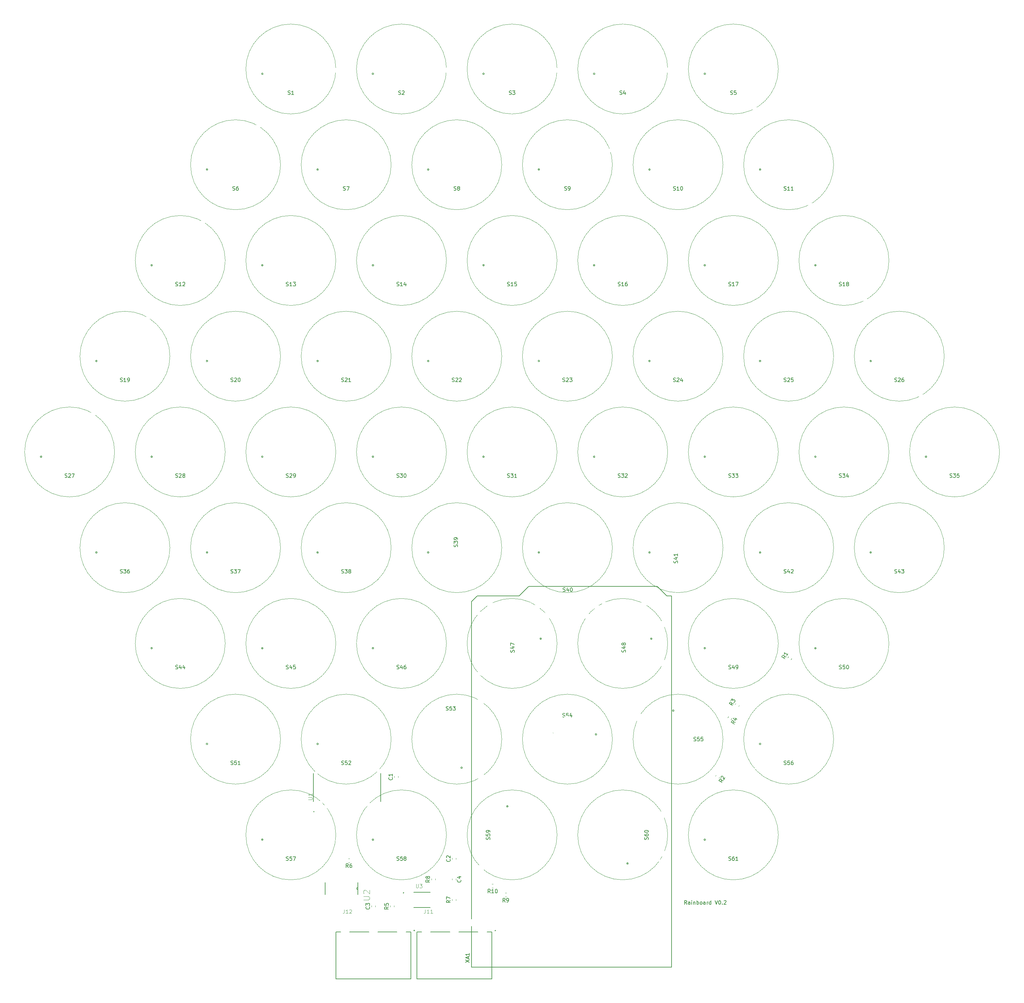
<source format=gbr>
G04 #@! TF.GenerationSoftware,KiCad,Pcbnew,(5.1.5-0-10_14)*
G04 #@! TF.CreationDate,2020-09-18T16:06:11-04:00*
G04 #@! TF.ProjectId,rainboard_newfighter,7261696e-626f-4617-9264-5f6e65776669,rev?*
G04 #@! TF.SameCoordinates,Original*
G04 #@! TF.FileFunction,Legend,Top*
G04 #@! TF.FilePolarity,Positive*
%FSLAX46Y46*%
G04 Gerber Fmt 4.6, Leading zero omitted, Abs format (unit mm)*
G04 Created by KiCad (PCBNEW (5.1.5-0-10_14)) date 2020-09-18 16:06:11*
%MOMM*%
%LPD*%
G04 APERTURE LIST*
%ADD10C,0.150000*%
%ADD11C,0.120000*%
%ADD12C,0.200000*%
%ADD13C,0.127000*%
%ADD14C,0.152400*%
%ADD15C,0.015000*%
%ADD16C,0.100000*%
%ADD17O,3.102000X6.102000*%
%ADD18C,1.302000*%
%ADD19C,1.802000*%
%ADD20O,1.802000X2.102000*%
%ADD21C,2.502000*%
%ADD22C,2.052000*%
%ADD23R,2.032000X0.692000*%
%ADD24R,0.702000X2.002000*%
%ADD25R,0.635400X1.803800*%
%ADD26O,6.102000X3.102000*%
%ADD27O,5.000000X8.000000*%
%ADD28O,1.829200X1.829200*%
%ADD29C,3.302000*%
G04 APERTURE END LIST*
D10*
X46547619Y-120695980D02*
X46214285Y-120219790D01*
X45976190Y-120695980D02*
X45976190Y-119695980D01*
X46357142Y-119695980D01*
X46452380Y-119743600D01*
X46500000Y-119791219D01*
X46547619Y-119886457D01*
X46547619Y-120029314D01*
X46500000Y-120124552D01*
X46452380Y-120172171D01*
X46357142Y-120219790D01*
X45976190Y-120219790D01*
X47404761Y-120695980D02*
X47404761Y-120172171D01*
X47357142Y-120076933D01*
X47261904Y-120029314D01*
X47071428Y-120029314D01*
X46976190Y-120076933D01*
X47404761Y-120648361D02*
X47309523Y-120695980D01*
X47071428Y-120695980D01*
X46976190Y-120648361D01*
X46928571Y-120553123D01*
X46928571Y-120457885D01*
X46976190Y-120362647D01*
X47071428Y-120315028D01*
X47309523Y-120315028D01*
X47404761Y-120267409D01*
X47880952Y-120695980D02*
X47880952Y-120029314D01*
X47880952Y-119695980D02*
X47833333Y-119743600D01*
X47880952Y-119791219D01*
X47928571Y-119743600D01*
X47880952Y-119695980D01*
X47880952Y-119791219D01*
X48357142Y-120029314D02*
X48357142Y-120695980D01*
X48357142Y-120124552D02*
X48404761Y-120076933D01*
X48500000Y-120029314D01*
X48642857Y-120029314D01*
X48738095Y-120076933D01*
X48785714Y-120172171D01*
X48785714Y-120695980D01*
X49261904Y-120695980D02*
X49261904Y-119695980D01*
X49261904Y-120076933D02*
X49357142Y-120029314D01*
X49547619Y-120029314D01*
X49642857Y-120076933D01*
X49690476Y-120124552D01*
X49738095Y-120219790D01*
X49738095Y-120505504D01*
X49690476Y-120600742D01*
X49642857Y-120648361D01*
X49547619Y-120695980D01*
X49357142Y-120695980D01*
X49261904Y-120648361D01*
X50309523Y-120695980D02*
X50214285Y-120648361D01*
X50166666Y-120600742D01*
X50119047Y-120505504D01*
X50119047Y-120219790D01*
X50166666Y-120124552D01*
X50214285Y-120076933D01*
X50309523Y-120029314D01*
X50452380Y-120029314D01*
X50547619Y-120076933D01*
X50595238Y-120124552D01*
X50642857Y-120219790D01*
X50642857Y-120505504D01*
X50595238Y-120600742D01*
X50547619Y-120648361D01*
X50452380Y-120695980D01*
X50309523Y-120695980D01*
X51500000Y-120695980D02*
X51500000Y-120172171D01*
X51452380Y-120076933D01*
X51357142Y-120029314D01*
X51166666Y-120029314D01*
X51071428Y-120076933D01*
X51500000Y-120648361D02*
X51404761Y-120695980D01*
X51166666Y-120695980D01*
X51071428Y-120648361D01*
X51023809Y-120553123D01*
X51023809Y-120457885D01*
X51071428Y-120362647D01*
X51166666Y-120315028D01*
X51404761Y-120315028D01*
X51500000Y-120267409D01*
X51976190Y-120695980D02*
X51976190Y-120029314D01*
X51976190Y-120219790D02*
X52023809Y-120124552D01*
X52071428Y-120076933D01*
X52166666Y-120029314D01*
X52261904Y-120029314D01*
X53023809Y-120695980D02*
X53023809Y-119695980D01*
X53023809Y-120648361D02*
X52928571Y-120695980D01*
X52738095Y-120695980D01*
X52642857Y-120648361D01*
X52595238Y-120600742D01*
X52547619Y-120505504D01*
X52547619Y-120219790D01*
X52595238Y-120124552D01*
X52642857Y-120076933D01*
X52738095Y-120029314D01*
X52928571Y-120029314D01*
X53023809Y-120076933D01*
X54119047Y-119695980D02*
X54452380Y-120695980D01*
X54785714Y-119695980D01*
X55309523Y-119695980D02*
X55404761Y-119695980D01*
X55500000Y-119743600D01*
X55547619Y-119791219D01*
X55595238Y-119886457D01*
X55642857Y-120076933D01*
X55642857Y-120315028D01*
X55595238Y-120505504D01*
X55547619Y-120600742D01*
X55500000Y-120648361D01*
X55404761Y-120695980D01*
X55309523Y-120695980D01*
X55214285Y-120648361D01*
X55166666Y-120600742D01*
X55119047Y-120505504D01*
X55071428Y-120315028D01*
X55071428Y-120076933D01*
X55119047Y-119886457D01*
X55166666Y-119791219D01*
X55214285Y-119743600D01*
X55309523Y-119695980D01*
X56071428Y-120600742D02*
X56119047Y-120648361D01*
X56071428Y-120695980D01*
X56023809Y-120648361D01*
X56071428Y-120600742D01*
X56071428Y-120695980D01*
X56500000Y-119791219D02*
X56547619Y-119743600D01*
X56642857Y-119695980D01*
X56880952Y-119695980D01*
X56976190Y-119743600D01*
X57023809Y-119791219D01*
X57071428Y-119886457D01*
X57071428Y-119981695D01*
X57023809Y-120124552D01*
X56452380Y-120695980D01*
X57071428Y-120695980D01*
D11*
X-5037221Y-115290000D02*
X-5362779Y-115290000D01*
X-5037221Y-116310000D02*
X-5362779Y-116310000D01*
X-1537221Y-117690000D02*
X-1862779Y-117690000D01*
X-1537221Y-118710000D02*
X-1862779Y-118710000D01*
D12*
X-66413700Y-103450000D02*
G75*
G03X-66413700Y-103450000I-200000J0D01*
G01*
D11*
X-46993700Y-102180000D02*
G75*
G03X-46993700Y-102180000I-12000000J0D01*
G01*
D12*
X37316800Y-49820000D02*
G75*
G03X37316800Y-49820000I-200000J0D01*
G01*
D11*
X41496800Y-51090000D02*
G75*
G03X41496800Y-51090000I-12000000J0D01*
G01*
X-20490000Y-114162779D02*
X-20490000Y-113837221D01*
X-21510000Y-114162779D02*
X-21510000Y-113837221D01*
D13*
X-27000000Y-128100000D02*
X-28300000Y-128100000D01*
X-35800000Y-128100000D02*
X-30700000Y-128100000D01*
X-43300000Y-128100000D02*
X-38200000Y-128100000D01*
X-47000000Y-128100000D02*
X-45700000Y-128100000D01*
D12*
X-26000000Y-127700000D02*
G75*
G03X-26000000Y-127700000I-100000J0D01*
G01*
D13*
X-27000000Y-140600000D02*
X-27000000Y-128100000D01*
X-47000000Y-140600000D02*
X-27000000Y-140600000D01*
X-47000000Y-128100000D02*
X-47000000Y-140600000D01*
X-5400000Y-128100000D02*
X-6700000Y-128100000D01*
X-14200000Y-128100000D02*
X-9100000Y-128100000D01*
X-21700000Y-128100000D02*
X-16600000Y-128100000D01*
X-25400000Y-128100000D02*
X-24100000Y-128100000D01*
D12*
X-4400000Y-127700000D02*
G75*
G03X-4400000Y-127700000I-100000J0D01*
G01*
D13*
X-5400000Y-140600000D02*
X-5400000Y-128100000D01*
X-25400000Y-140600000D02*
X-5400000Y-140600000D01*
X-25400000Y-128100000D02*
X-25400000Y-140600000D01*
X-26200000Y-121550000D02*
X-21800000Y-121550000D01*
X-26200000Y-117450000D02*
X-21800000Y-117450000D01*
D12*
X-28870000Y-117640000D02*
G75*
G03X-28870000Y-117640000I-100000J0D01*
G01*
D11*
X-14990000Y-119662779D02*
X-14990000Y-119337221D01*
X-16010000Y-119662779D02*
X-16010000Y-119337221D01*
D13*
X-35050000Y-93250000D02*
X-35050000Y-85750000D01*
X-52950000Y-93250000D02*
X-52950000Y-85750000D01*
D12*
X-52755000Y-96005000D02*
G75*
G03X-52755000Y-96005000I-100000J0D01*
G01*
D11*
X-16010000Y-113837221D02*
X-16010000Y-114162779D01*
X-14990000Y-113837221D02*
X-14990000Y-114162779D01*
D14*
X-41131200Y-116804800D02*
G75*
G02X-41131200Y-116195200I0J304800D01*
G01*
X-41131200Y-116195200D02*
X-41131200Y-114899800D01*
X-41131200Y-116804800D02*
X-41131200Y-116195200D01*
X-41131200Y-118100200D02*
X-41131200Y-116804800D01*
X-49868800Y-114899800D02*
X-49868800Y-118100200D01*
D11*
X-36490000Y-121362779D02*
X-36490000Y-121037221D01*
X-37510000Y-121362779D02*
X-37510000Y-121037221D01*
X-43337221Y-108490000D02*
X-43662779Y-108490000D01*
X-43337221Y-109510000D02*
X-43662779Y-109510000D01*
X-31490000Y-121362779D02*
X-31490000Y-121037221D01*
X-32510000Y-121362779D02*
X-32510000Y-121037221D01*
X57639717Y-70604029D02*
X57476938Y-70885971D01*
X58523062Y-71114029D02*
X58360283Y-71395971D01*
X60360283Y-67895971D02*
X60523062Y-67614029D01*
X59476938Y-67385971D02*
X59639717Y-67104029D01*
X54402117Y-86218029D02*
X54239338Y-86499971D01*
X55285462Y-86728029D02*
X55122683Y-87009971D01*
X74360283Y-55395971D02*
X74523062Y-55114029D01*
X73476938Y-54885971D02*
X73639717Y-54604029D01*
X-14990000Y-108662779D02*
X-14990000Y-108337221D01*
X-16010000Y-108662779D02*
X-16010000Y-108337221D01*
X-30390000Y-86862779D02*
X-30390000Y-86537221D01*
X-31410000Y-86862779D02*
X-31410000Y-86537221D01*
D12*
X30966800Y-109800000D02*
G75*
G03X30966800Y-109800000I-200000J0D01*
G01*
D11*
X41496800Y-102180000D02*
G75*
G03X41496800Y-102180000I-12000000J0D01*
G01*
D12*
X-1070000Y-94560000D02*
G75*
G03X-1070000Y-94560000I-200000J0D01*
G01*
D11*
X12000000Y-102180000D02*
G75*
G03X12000000Y-102180000I-12000000J0D01*
G01*
D12*
X-13278400Y-84255000D02*
G75*
G03X-13278400Y-84255000I-200000J0D01*
G01*
D11*
X-2748400Y-76635000D02*
G75*
G03X-2748400Y-76635000I-12000000J0D01*
G01*
D12*
X43175200Y-69015000D02*
G75*
G03X43175200Y-69015000I-200000J0D01*
G01*
D11*
X56245200Y-76635000D02*
G75*
G03X56245200Y-76635000I-12000000J0D01*
G01*
D12*
X36825200Y-26815000D02*
G75*
G03X36825200Y-26815000I-200000J0D01*
G01*
D11*
X56245200Y-25545000D02*
G75*
G03X56245200Y-25545000I-12000000J0D01*
G01*
D12*
X-22168400Y-26815000D02*
G75*
G03X-22168400Y-26815000I-200000J0D01*
G01*
D11*
X-2748400Y-25545000D02*
G75*
G03X-2748400Y-25545000I-12000000J0D01*
G01*
D12*
X7820000Y-49820000D02*
G75*
G03X7820000Y-49820000I-200000J0D01*
G01*
D11*
X12000000Y-51090000D02*
G75*
G03X12000000Y-51090000I-12000000J0D01*
G01*
D12*
X7328400Y-26815000D02*
G75*
G03X7328400Y-26815000I-200000J0D01*
G01*
D11*
X26748400Y-25545000D02*
G75*
G03X26748400Y-25545000I-12000000J0D01*
G01*
D12*
X-66413700Y100910000D02*
G75*
G03X-66413700Y100910000I-200000J0D01*
G01*
D11*
X-46993700Y102180000D02*
G75*
G03X-46993700Y102180000I-12000000J0D01*
G01*
D12*
X-36916800Y100910000D02*
G75*
G03X-36916800Y100910000I-200000J0D01*
G01*
D11*
X-17496800Y102180000D02*
G75*
G03X-17496800Y102180000I-12000000J0D01*
G01*
D12*
X-7420000Y100910000D02*
G75*
G03X-7420000Y100910000I-200000J0D01*
G01*
D11*
X12000000Y102180000D02*
G75*
G03X12000000Y102180000I-12000000J0D01*
G01*
D12*
X22076800Y100910000D02*
G75*
G03X22076800Y100910000I-200000J0D01*
G01*
D11*
X41496800Y102180000D02*
G75*
G03X41496800Y102180000I-12000000J0D01*
G01*
D12*
X51573700Y100910000D02*
G75*
G03X51573700Y100910000I-200000J0D01*
G01*
D11*
X70993700Y102180000D02*
G75*
G03X70993700Y102180000I-12000000J0D01*
G01*
D12*
X-81162100Y75365000D02*
G75*
G03X-81162100Y75365000I-200000J0D01*
G01*
D11*
X-61742100Y76635000D02*
G75*
G03X-61742100Y76635000I-12000000J0D01*
G01*
D12*
X-51665200Y75365000D02*
G75*
G03X-51665200Y75365000I-200000J0D01*
G01*
D11*
X-32245200Y76635000D02*
G75*
G03X-32245200Y76635000I-12000000J0D01*
G01*
D12*
X-22168400Y75365000D02*
G75*
G03X-22168400Y75365000I-200000J0D01*
G01*
D11*
X-2748400Y76635000D02*
G75*
G03X-2748400Y76635000I-12000000J0D01*
G01*
D12*
X7328400Y75365000D02*
G75*
G03X7328400Y75365000I-200000J0D01*
G01*
D11*
X26748400Y76635000D02*
G75*
G03X26748400Y76635000I-12000000J0D01*
G01*
D12*
X36825200Y75365000D02*
G75*
G03X36825200Y75365000I-200000J0D01*
G01*
D11*
X56245200Y76635000D02*
G75*
G03X56245200Y76635000I-12000000J0D01*
G01*
D12*
X66322100Y75365000D02*
G75*
G03X66322100Y75365000I-200000J0D01*
G01*
D11*
X85742100Y76635000D02*
G75*
G03X85742100Y76635000I-12000000J0D01*
G01*
D12*
X-95910500Y49820000D02*
G75*
G03X-95910500Y49820000I-200000J0D01*
G01*
D11*
X-76490500Y51090000D02*
G75*
G03X-76490500Y51090000I-12000000J0D01*
G01*
D12*
X-66413700Y49820000D02*
G75*
G03X-66413700Y49820000I-200000J0D01*
G01*
D11*
X-46993700Y51090000D02*
G75*
G03X-46993700Y51090000I-12000000J0D01*
G01*
D12*
X-36916800Y49820000D02*
G75*
G03X-36916800Y49820000I-200000J0D01*
G01*
D11*
X-17496800Y51090000D02*
G75*
G03X-17496800Y51090000I-12000000J0D01*
G01*
D12*
X-7420000Y49820000D02*
G75*
G03X-7420000Y49820000I-200000J0D01*
G01*
D11*
X12000000Y51090000D02*
G75*
G03X12000000Y51090000I-12000000J0D01*
G01*
D12*
X22076800Y49820000D02*
G75*
G03X22076800Y49820000I-200000J0D01*
G01*
D11*
X41496800Y51090000D02*
G75*
G03X41496800Y51090000I-12000000J0D01*
G01*
D12*
X51573700Y49820000D02*
G75*
G03X51573700Y49820000I-200000J0D01*
G01*
D11*
X70993700Y51090000D02*
G75*
G03X70993700Y51090000I-12000000J0D01*
G01*
D12*
X81070500Y49820000D02*
G75*
G03X81070500Y49820000I-200000J0D01*
G01*
D11*
X100490500Y51090000D02*
G75*
G03X100490500Y51090000I-12000000J0D01*
G01*
D12*
X-110659000Y24275000D02*
G75*
G03X-110659000Y24275000I-200000J0D01*
G01*
D11*
X-91239000Y25545000D02*
G75*
G03X-91239000Y25545000I-12000000J0D01*
G01*
D12*
X-81162100Y24275000D02*
G75*
G03X-81162100Y24275000I-200000J0D01*
G01*
D11*
X-61742100Y25545000D02*
G75*
G03X-61742100Y25545000I-12000000J0D01*
G01*
D12*
X-51665200Y24275000D02*
G75*
G03X-51665200Y24275000I-200000J0D01*
G01*
D11*
X-32245200Y25545000D02*
G75*
G03X-32245200Y25545000I-12000000J0D01*
G01*
D12*
X-22168400Y24275000D02*
G75*
G03X-22168400Y24275000I-200000J0D01*
G01*
D11*
X-2748400Y25545000D02*
G75*
G03X-2748400Y25545000I-12000000J0D01*
G01*
D12*
X7328400Y24275000D02*
G75*
G03X7328400Y24275000I-200000J0D01*
G01*
D11*
X26748400Y25545000D02*
G75*
G03X26748400Y25545000I-12000000J0D01*
G01*
D12*
X36825200Y24275000D02*
G75*
G03X36825200Y24275000I-200000J0D01*
G01*
D11*
X56245200Y25545000D02*
G75*
G03X56245200Y25545000I-12000000J0D01*
G01*
D12*
X66322100Y24275000D02*
G75*
G03X66322100Y24275000I-200000J0D01*
G01*
D11*
X85742100Y25545000D02*
G75*
G03X85742100Y25545000I-12000000J0D01*
G01*
D12*
X95819000Y24275000D02*
G75*
G03X95819000Y24275000I-200000J0D01*
G01*
D11*
X115239000Y25545000D02*
G75*
G03X115239000Y25545000I-12000000J0D01*
G01*
D12*
X-125407000Y-1270000D02*
G75*
G03X-125407000Y-1270000I-200000J0D01*
G01*
D11*
X-105987000Y0D02*
G75*
G03X-105987000Y0I-12000000J0D01*
G01*
D12*
X-95910500Y-1270000D02*
G75*
G03X-95910500Y-1270000I-200000J0D01*
G01*
D11*
X-76490500Y0D02*
G75*
G03X-76490500Y0I-12000000J0D01*
G01*
D12*
X-66413700Y-1270000D02*
G75*
G03X-66413700Y-1270000I-200000J0D01*
G01*
D11*
X-46993700Y0D02*
G75*
G03X-46993700Y0I-12000000J0D01*
G01*
D12*
X-36916800Y-1270000D02*
G75*
G03X-36916800Y-1270000I-200000J0D01*
G01*
D11*
X-17496800Y0D02*
G75*
G03X-17496800Y0I-12000000J0D01*
G01*
D12*
X-7420000Y-1270000D02*
G75*
G03X-7420000Y-1270000I-200000J0D01*
G01*
D11*
X12000000Y0D02*
G75*
G03X12000000Y0I-12000000J0D01*
G01*
D12*
X22076800Y-1270000D02*
G75*
G03X22076800Y-1270000I-200000J0D01*
G01*
D11*
X41496800Y0D02*
G75*
G03X41496800Y0I-12000000J0D01*
G01*
D12*
X51573700Y-1270000D02*
G75*
G03X51573700Y-1270000I-200000J0D01*
G01*
D11*
X70993700Y0D02*
G75*
G03X70993700Y0I-12000000J0D01*
G01*
D12*
X81070500Y-1270000D02*
G75*
G03X81070500Y-1270000I-200000J0D01*
G01*
D11*
X100490500Y0D02*
G75*
G03X100490500Y0I-12000000J0D01*
G01*
D12*
X110567000Y-1270000D02*
G75*
G03X110567000Y-1270000I-200000J0D01*
G01*
D11*
X129987000Y0D02*
G75*
G03X129987000Y0I-12000000J0D01*
G01*
D12*
X-110659000Y-26815000D02*
G75*
G03X-110659000Y-26815000I-200000J0D01*
G01*
D11*
X-91239000Y-25545000D02*
G75*
G03X-91239000Y-25545000I-12000000J0D01*
G01*
D12*
X-81162100Y-26815000D02*
G75*
G03X-81162100Y-26815000I-200000J0D01*
G01*
D11*
X-61742100Y-25545000D02*
G75*
G03X-61742100Y-25545000I-12000000J0D01*
G01*
D12*
X-51665200Y-26815000D02*
G75*
G03X-51665200Y-26815000I-200000J0D01*
G01*
D11*
X-32245200Y-25545000D02*
G75*
G03X-32245200Y-25545000I-12000000J0D01*
G01*
D12*
X66322100Y-26815000D02*
G75*
G03X66322100Y-26815000I-200000J0D01*
G01*
D11*
X85742100Y-25545000D02*
G75*
G03X85742100Y-25545000I-12000000J0D01*
G01*
D12*
X95819000Y-26815000D02*
G75*
G03X95819000Y-26815000I-200000J0D01*
G01*
D11*
X115239000Y-25545000D02*
G75*
G03X115239000Y-25545000I-12000000J0D01*
G01*
D12*
X-95910500Y-52360000D02*
G75*
G03X-95910500Y-52360000I-200000J0D01*
G01*
D11*
X-76490500Y-51090000D02*
G75*
G03X-76490500Y-51090000I-12000000J0D01*
G01*
D12*
X-66413700Y-52360000D02*
G75*
G03X-66413700Y-52360000I-200000J0D01*
G01*
D11*
X-46993700Y-51090000D02*
G75*
G03X-46993700Y-51090000I-12000000J0D01*
G01*
D12*
X-36916800Y-52360000D02*
G75*
G03X-36916800Y-52360000I-200000J0D01*
G01*
D11*
X-17496800Y-51090000D02*
G75*
G03X-17496800Y-51090000I-12000000J0D01*
G01*
D12*
X51573700Y-52360000D02*
G75*
G03X51573700Y-52360000I-200000J0D01*
G01*
D11*
X70993700Y-51090000D02*
G75*
G03X70993700Y-51090000I-12000000J0D01*
G01*
D12*
X81070500Y-52360000D02*
G75*
G03X81070500Y-52360000I-200000J0D01*
G01*
D11*
X100490500Y-51090000D02*
G75*
G03X100490500Y-51090000I-12000000J0D01*
G01*
D12*
X-81162100Y-77905000D02*
G75*
G03X-81162100Y-77905000I-200000J0D01*
G01*
D11*
X-61742100Y-76635000D02*
G75*
G03X-61742100Y-76635000I-12000000J0D01*
G01*
D12*
X-51665200Y-77905000D02*
G75*
G03X-51665200Y-77905000I-200000J0D01*
G01*
D11*
X-32245200Y-76635000D02*
G75*
G03X-32245200Y-76635000I-12000000J0D01*
G01*
D12*
X22568400Y-75365000D02*
G75*
G03X22568400Y-75365000I-200000J0D01*
G01*
D11*
X26748400Y-76635000D02*
G75*
G03X26748400Y-76635000I-12000000J0D01*
G01*
D12*
X66322100Y-77905000D02*
G75*
G03X66322100Y-77905000I-200000J0D01*
G01*
D11*
X85742100Y-76635000D02*
G75*
G03X85742100Y-76635000I-12000000J0D01*
G01*
D12*
X-36916800Y-103450000D02*
G75*
G03X-36916800Y-103450000I-200000J0D01*
G01*
D11*
X-17496800Y-102180000D02*
G75*
G03X-17496800Y-102180000I-12000000J0D01*
G01*
D12*
X51573700Y-103450000D02*
G75*
G03X51573700Y-103450000I-200000J0D01*
G01*
D11*
X70993700Y-102180000D02*
G75*
G03X70993700Y-102180000I-12000000J0D01*
G01*
D10*
X-10840000Y-137500000D02*
X-10840000Y-39964000D01*
X42500000Y-137500000D02*
X42500000Y-38440000D01*
X-10840000Y-39964000D02*
X-9316000Y-38440000D01*
X42500000Y-38440000D02*
X41230000Y-38440000D01*
X41230000Y-38440000D02*
X38690000Y-35900000D01*
X38690000Y-35900000D02*
X4400000Y-35900000D01*
X4400000Y-35900000D02*
X1860000Y-38440000D01*
X1860000Y-38440000D02*
X-9316000Y-38440000D01*
X-10840000Y-137500000D02*
X42500000Y-137500000D01*
X-5842857Y-117682380D02*
X-6176190Y-117206190D01*
X-6414285Y-117682380D02*
X-6414285Y-116682380D01*
X-6033333Y-116682380D01*
X-5938095Y-116730000D01*
X-5890476Y-116777619D01*
X-5842857Y-116872857D01*
X-5842857Y-117015714D01*
X-5890476Y-117110952D01*
X-5938095Y-117158571D01*
X-6033333Y-117206190D01*
X-6414285Y-117206190D01*
X-4890476Y-117682380D02*
X-5461904Y-117682380D01*
X-5176190Y-117682380D02*
X-5176190Y-116682380D01*
X-5271428Y-116825238D01*
X-5366666Y-116920476D01*
X-5461904Y-116968095D01*
X-4271428Y-116682380D02*
X-4176190Y-116682380D01*
X-4080952Y-116730000D01*
X-4033333Y-116777619D01*
X-3985714Y-116872857D01*
X-3938095Y-117063333D01*
X-3938095Y-117301428D01*
X-3985714Y-117491904D01*
X-4033333Y-117587142D01*
X-4080952Y-117634761D01*
X-4176190Y-117682380D01*
X-4271428Y-117682380D01*
X-4366666Y-117634761D01*
X-4414285Y-117587142D01*
X-4461904Y-117491904D01*
X-4509523Y-117301428D01*
X-4509523Y-117063333D01*
X-4461904Y-116872857D01*
X-4414285Y-116777619D01*
X-4366666Y-116730000D01*
X-4271428Y-116682380D01*
X-1866666Y-120082380D02*
X-2200000Y-119606190D01*
X-2438095Y-120082380D02*
X-2438095Y-119082380D01*
X-2057142Y-119082380D01*
X-1961904Y-119130000D01*
X-1914285Y-119177619D01*
X-1866666Y-119272857D01*
X-1866666Y-119415714D01*
X-1914285Y-119510952D01*
X-1961904Y-119558571D01*
X-2057142Y-119606190D01*
X-2438095Y-119606190D01*
X-1390476Y-120082380D02*
X-1200000Y-120082380D01*
X-1104761Y-120034761D01*
X-1057142Y-119987142D01*
X-961904Y-119844285D01*
X-914285Y-119653809D01*
X-914285Y-119272857D01*
X-961904Y-119177619D01*
X-1009523Y-119130000D01*
X-1104761Y-119082380D01*
X-1295238Y-119082380D01*
X-1390476Y-119130000D01*
X-1438095Y-119177619D01*
X-1485714Y-119272857D01*
X-1485714Y-119510952D01*
X-1438095Y-119606190D01*
X-1390476Y-119653809D01*
X-1295238Y-119701428D01*
X-1104761Y-119701428D01*
X-1009523Y-119653809D01*
X-961904Y-119606190D01*
X-914285Y-119510952D01*
X-60231795Y-108934761D02*
X-60088938Y-108982380D01*
X-59850842Y-108982380D01*
X-59755604Y-108934761D01*
X-59707985Y-108887142D01*
X-59660366Y-108791904D01*
X-59660366Y-108696666D01*
X-59707985Y-108601428D01*
X-59755604Y-108553809D01*
X-59850842Y-108506190D01*
X-60041319Y-108458571D01*
X-60136557Y-108410952D01*
X-60184176Y-108363333D01*
X-60231795Y-108268095D01*
X-60231795Y-108172857D01*
X-60184176Y-108077619D01*
X-60136557Y-108030000D01*
X-60041319Y-107982380D01*
X-59803223Y-107982380D01*
X-59660366Y-108030000D01*
X-58755604Y-107982380D02*
X-59231795Y-107982380D01*
X-59279414Y-108458571D01*
X-59231795Y-108410952D01*
X-59136557Y-108363333D01*
X-58898461Y-108363333D01*
X-58803223Y-108410952D01*
X-58755604Y-108458571D01*
X-58707985Y-108553809D01*
X-58707985Y-108791904D01*
X-58755604Y-108887142D01*
X-58803223Y-108934761D01*
X-58898461Y-108982380D01*
X-59136557Y-108982380D01*
X-59231795Y-108934761D01*
X-59279414Y-108887142D01*
X-58374652Y-107982380D02*
X-57707985Y-107982380D01*
X-58136557Y-108982380D01*
X30221161Y-53427720D02*
X30268780Y-53284863D01*
X30268780Y-53046767D01*
X30221161Y-52951529D01*
X30173542Y-52903910D01*
X30078304Y-52856291D01*
X29983066Y-52856291D01*
X29887828Y-52903910D01*
X29840209Y-52951529D01*
X29792590Y-53046767D01*
X29744971Y-53237244D01*
X29697352Y-53332482D01*
X29649733Y-53380101D01*
X29554495Y-53427720D01*
X29459257Y-53427720D01*
X29364019Y-53380101D01*
X29316400Y-53332482D01*
X29268780Y-53237244D01*
X29268780Y-52999148D01*
X29316400Y-52856291D01*
X29602114Y-51999148D02*
X30268780Y-51999148D01*
X29221161Y-52237244D02*
X29935447Y-52475339D01*
X29935447Y-51856291D01*
X29697352Y-51332482D02*
X29649733Y-51427720D01*
X29602114Y-51475339D01*
X29506876Y-51522958D01*
X29459257Y-51522958D01*
X29364019Y-51475339D01*
X29316400Y-51427720D01*
X29268780Y-51332482D01*
X29268780Y-51142005D01*
X29316400Y-51046767D01*
X29364019Y-50999148D01*
X29459257Y-50951529D01*
X29506876Y-50951529D01*
X29602114Y-50999148D01*
X29649733Y-51046767D01*
X29697352Y-51142005D01*
X29697352Y-51332482D01*
X29744971Y-51427720D01*
X29792590Y-51475339D01*
X29887828Y-51522958D01*
X30078304Y-51522958D01*
X30173542Y-51475339D01*
X30221161Y-51427720D01*
X30268780Y-51332482D01*
X30268780Y-51142005D01*
X30221161Y-51046767D01*
X30173542Y-50999148D01*
X30078304Y-50951529D01*
X29887828Y-50951529D01*
X29792590Y-50999148D01*
X29744971Y-51046767D01*
X29697352Y-51142005D01*
X-21977619Y-114166666D02*
X-22453809Y-114500000D01*
X-21977619Y-114738095D02*
X-22977619Y-114738095D01*
X-22977619Y-114357142D01*
X-22930000Y-114261904D01*
X-22882380Y-114214285D01*
X-22787142Y-114166666D01*
X-22644285Y-114166666D01*
X-22549047Y-114214285D01*
X-22501428Y-114261904D01*
X-22453809Y-114357142D01*
X-22453809Y-114738095D01*
X-22549047Y-113595238D02*
X-22596666Y-113690476D01*
X-22644285Y-113738095D01*
X-22739523Y-113785714D01*
X-22787142Y-113785714D01*
X-22882380Y-113738095D01*
X-22930000Y-113690476D01*
X-22977619Y-113595238D01*
X-22977619Y-113404761D01*
X-22930000Y-113309523D01*
X-22882380Y-113261904D01*
X-22787142Y-113214285D01*
X-22739523Y-113214285D01*
X-22644285Y-113261904D01*
X-22596666Y-113309523D01*
X-22549047Y-113404761D01*
X-22549047Y-113595238D01*
X-22501428Y-113690476D01*
X-22453809Y-113738095D01*
X-22358571Y-113785714D01*
X-22168095Y-113785714D01*
X-22072857Y-113738095D01*
X-22025238Y-113690476D01*
X-21977619Y-113595238D01*
X-21977619Y-113404761D01*
X-22025238Y-113309523D01*
X-22072857Y-113261904D01*
X-22168095Y-113214285D01*
X-22358571Y-113214285D01*
X-22453809Y-113261904D01*
X-22501428Y-113309523D01*
X-22549047Y-113404761D01*
D15*
X-44739966Y-122113192D02*
X-44739966Y-122827978D01*
X-44787618Y-122970935D01*
X-44882923Y-123066240D01*
X-45025880Y-123113893D01*
X-45121185Y-123113893D01*
X-43739265Y-123113893D02*
X-44311094Y-123113893D01*
X-44025179Y-123113893D02*
X-44025179Y-122113192D01*
X-44120484Y-122256149D01*
X-44215789Y-122351454D01*
X-44311094Y-122399106D01*
X-43358045Y-122208496D02*
X-43310393Y-122160844D01*
X-43215088Y-122113192D01*
X-42976826Y-122113192D01*
X-42881521Y-122160844D01*
X-42833869Y-122208496D01*
X-42786216Y-122303801D01*
X-42786216Y-122399106D01*
X-42833869Y-122542063D01*
X-43405698Y-123113893D01*
X-42786216Y-123113893D01*
X-23139966Y-122113192D02*
X-23139966Y-122827978D01*
X-23187618Y-122970935D01*
X-23282923Y-123066240D01*
X-23425880Y-123113893D01*
X-23521185Y-123113893D01*
X-22139265Y-123113893D02*
X-22711094Y-123113893D01*
X-22425179Y-123113893D02*
X-22425179Y-122113192D01*
X-22520484Y-122256149D01*
X-22615789Y-122351454D01*
X-22711094Y-122399106D01*
X-21186216Y-123113893D02*
X-21758045Y-123113893D01*
X-21472131Y-123113893D02*
X-21472131Y-122113192D01*
X-21567436Y-122256149D01*
X-21662741Y-122351454D01*
X-21758045Y-122399106D01*
X-25585544Y-115310161D02*
X-25585544Y-116121916D01*
X-25537794Y-116217417D01*
X-25490044Y-116265167D01*
X-25394543Y-116312917D01*
X-25203542Y-116312917D01*
X-25108041Y-116265167D01*
X-25060291Y-116217417D01*
X-25012541Y-116121916D01*
X-25012541Y-115310161D01*
X-24630538Y-115310161D02*
X-24009785Y-115310161D01*
X-24344037Y-115692164D01*
X-24200786Y-115692164D01*
X-24105285Y-115739914D01*
X-24057535Y-115787664D01*
X-24009785Y-115883165D01*
X-24009785Y-116121916D01*
X-24057535Y-116217417D01*
X-24105285Y-116265167D01*
X-24200786Y-116312917D01*
X-24487288Y-116312917D01*
X-24582788Y-116265167D01*
X-24630538Y-116217417D01*
D10*
X-16477619Y-119666666D02*
X-16953809Y-120000000D01*
X-16477619Y-120238095D02*
X-17477619Y-120238095D01*
X-17477619Y-119857142D01*
X-17430000Y-119761904D01*
X-17382380Y-119714285D01*
X-17287142Y-119666666D01*
X-17144285Y-119666666D01*
X-17049047Y-119714285D01*
X-17001428Y-119761904D01*
X-16953809Y-119857142D01*
X-16953809Y-120238095D01*
X-17477619Y-119333333D02*
X-17477619Y-118666666D01*
X-16477619Y-119095238D01*
D15*
X-54309619Y-92736904D02*
X-53500095Y-92736904D01*
X-53404857Y-92689285D01*
X-53357238Y-92641666D01*
X-53309619Y-92546428D01*
X-53309619Y-92355952D01*
X-53357238Y-92260714D01*
X-53404857Y-92213095D01*
X-53500095Y-92165476D01*
X-54309619Y-92165476D01*
X-53309619Y-91165476D02*
X-53309619Y-91736904D01*
X-53309619Y-91451190D02*
X-54309619Y-91451190D01*
X-54166761Y-91546428D01*
X-54071523Y-91641666D01*
X-54023904Y-91736904D01*
D10*
X-13712857Y-114166666D02*
X-13665238Y-114214285D01*
X-13617619Y-114357142D01*
X-13617619Y-114452380D01*
X-13665238Y-114595238D01*
X-13760476Y-114690476D01*
X-13855714Y-114738095D01*
X-14046190Y-114785714D01*
X-14189047Y-114785714D01*
X-14379523Y-114738095D01*
X-14474761Y-114690476D01*
X-14570000Y-114595238D01*
X-14617619Y-114452380D01*
X-14617619Y-114357142D01*
X-14570000Y-114214285D01*
X-14522380Y-114166666D01*
X-14284285Y-113309523D02*
X-13617619Y-113309523D01*
X-14665238Y-113547619D02*
X-13950952Y-113785714D01*
X-13950952Y-113166666D01*
D15*
X-39636928Y-119504584D02*
X-38308225Y-119504584D01*
X-38151907Y-119426425D01*
X-38073748Y-119348266D01*
X-37995589Y-119191948D01*
X-37995589Y-118879312D01*
X-38073748Y-118722994D01*
X-38151907Y-118644835D01*
X-38308225Y-118566676D01*
X-39636928Y-118566676D01*
X-39480610Y-117863245D02*
X-39558769Y-117785086D01*
X-39636928Y-117628768D01*
X-39636928Y-117237973D01*
X-39558769Y-117081655D01*
X-39480610Y-117003496D01*
X-39324292Y-116925337D01*
X-39167974Y-116925337D01*
X-38933497Y-117003496D01*
X-37995589Y-117941404D01*
X-37995589Y-116925337D01*
D10*
X-38072857Y-121366666D02*
X-38025238Y-121414285D01*
X-37977619Y-121557142D01*
X-37977619Y-121652380D01*
X-38025238Y-121795238D01*
X-38120476Y-121890476D01*
X-38215714Y-121938095D01*
X-38406190Y-121985714D01*
X-38549047Y-121985714D01*
X-38739523Y-121938095D01*
X-38834761Y-121890476D01*
X-38930000Y-121795238D01*
X-38977619Y-121652380D01*
X-38977619Y-121557142D01*
X-38930000Y-121414285D01*
X-38882380Y-121366666D01*
X-38977619Y-121033333D02*
X-38977619Y-120414285D01*
X-38596666Y-120747619D01*
X-38596666Y-120604761D01*
X-38549047Y-120509523D01*
X-38501428Y-120461904D01*
X-38406190Y-120414285D01*
X-38168095Y-120414285D01*
X-38072857Y-120461904D01*
X-38025238Y-120509523D01*
X-37977619Y-120604761D01*
X-37977619Y-120890476D01*
X-38025238Y-120985714D01*
X-38072857Y-121033333D01*
X-43666666Y-110882380D02*
X-44000000Y-110406190D01*
X-44238095Y-110882380D02*
X-44238095Y-109882380D01*
X-43857142Y-109882380D01*
X-43761904Y-109930000D01*
X-43714285Y-109977619D01*
X-43666666Y-110072857D01*
X-43666666Y-110215714D01*
X-43714285Y-110310952D01*
X-43761904Y-110358571D01*
X-43857142Y-110406190D01*
X-44238095Y-110406190D01*
X-42809523Y-109882380D02*
X-43000000Y-109882380D01*
X-43095238Y-109930000D01*
X-43142857Y-109977619D01*
X-43238095Y-110120476D01*
X-43285714Y-110310952D01*
X-43285714Y-110691904D01*
X-43238095Y-110787142D01*
X-43190476Y-110834761D01*
X-43095238Y-110882380D01*
X-42904761Y-110882380D01*
X-42809523Y-110834761D01*
X-42761904Y-110787142D01*
X-42714285Y-110691904D01*
X-42714285Y-110453809D01*
X-42761904Y-110358571D01*
X-42809523Y-110310952D01*
X-42904761Y-110263333D01*
X-43095238Y-110263333D01*
X-43190476Y-110310952D01*
X-43238095Y-110358571D01*
X-43285714Y-110453809D01*
X-32977619Y-121366666D02*
X-33453809Y-121700000D01*
X-32977619Y-121938095D02*
X-33977619Y-121938095D01*
X-33977619Y-121557142D01*
X-33930000Y-121461904D01*
X-33882380Y-121414285D01*
X-33787142Y-121366666D01*
X-33644285Y-121366666D01*
X-33549047Y-121414285D01*
X-33501428Y-121461904D01*
X-33453809Y-121557142D01*
X-33453809Y-121938095D01*
X-33977619Y-120461904D02*
X-33977619Y-120938095D01*
X-33501428Y-120985714D01*
X-33549047Y-120938095D01*
X-33596666Y-120842857D01*
X-33596666Y-120604761D01*
X-33549047Y-120509523D01*
X-33501428Y-120461904D01*
X-33406190Y-120414285D01*
X-33168095Y-120414285D01*
X-33072857Y-120461904D01*
X-33025238Y-120509523D01*
X-32977619Y-120604761D01*
X-32977619Y-120842857D01*
X-33025238Y-120938095D01*
X-33072857Y-120985714D01*
X59546856Y-72085528D02*
X58967796Y-72136107D01*
X59261141Y-72580399D02*
X58395116Y-72080399D01*
X58585592Y-71750485D01*
X58674450Y-71691816D01*
X58739499Y-71674386D01*
X58845787Y-71680766D01*
X58969505Y-71752194D01*
X59028174Y-71841053D01*
X59045604Y-71906101D01*
X59039224Y-72012390D01*
X58848748Y-72342304D01*
X59398077Y-71009887D02*
X59975427Y-71343220D01*
X58949115Y-71025607D02*
X59448657Y-71588946D01*
X59758180Y-71052835D01*
X59070024Y-67155528D02*
X58490964Y-67206107D01*
X58784309Y-67650399D02*
X57918284Y-67150399D01*
X58108760Y-66820485D01*
X58197618Y-66761816D01*
X58262667Y-66744386D01*
X58368955Y-66750766D01*
X58492673Y-66822194D01*
X58551342Y-66911053D01*
X58568772Y-66976101D01*
X58562392Y-67082390D01*
X58371916Y-67412304D01*
X58370665Y-66366852D02*
X58680189Y-65830741D01*
X58843436Y-66309893D01*
X58914865Y-66186175D01*
X59003723Y-66127506D01*
X59068772Y-66110076D01*
X59175060Y-66116456D01*
X59381257Y-66235503D01*
X59439926Y-66324362D01*
X59457356Y-66389411D01*
X59450976Y-66495699D01*
X59308119Y-66743134D01*
X59219260Y-66801804D01*
X59154212Y-66819233D01*
X56309256Y-87699528D02*
X55730196Y-87750107D01*
X56023541Y-88194399D02*
X55157516Y-87694399D01*
X55347992Y-87364485D01*
X55436850Y-87305816D01*
X55501899Y-87288386D01*
X55608187Y-87294766D01*
X55731905Y-87366194D01*
X55790574Y-87455053D01*
X55808004Y-87520101D01*
X55801624Y-87626390D01*
X55611148Y-87956304D01*
X55716185Y-86917232D02*
X55698755Y-86852183D01*
X55705135Y-86745895D01*
X55824183Y-86539699D01*
X55913041Y-86481030D01*
X55978090Y-86463600D01*
X56084378Y-86469980D01*
X56166856Y-86517599D01*
X56266765Y-86630266D01*
X56475922Y-87410852D01*
X56785446Y-86874741D01*
X73070024Y-54655528D02*
X72490964Y-54706107D01*
X72784309Y-55150399D02*
X71918284Y-54650399D01*
X72108760Y-54320485D01*
X72197618Y-54261816D01*
X72262667Y-54244386D01*
X72368955Y-54250766D01*
X72492673Y-54322194D01*
X72551342Y-54411053D01*
X72568772Y-54476101D01*
X72562392Y-54582390D01*
X72371916Y-54912304D01*
X73546214Y-53830741D02*
X73260500Y-54325613D01*
X73403357Y-54078177D02*
X72537331Y-53578177D01*
X72613430Y-53732084D01*
X72648290Y-53862182D01*
X72641910Y-53968470D01*
X-16572857Y-108666666D02*
X-16525238Y-108714285D01*
X-16477619Y-108857142D01*
X-16477619Y-108952380D01*
X-16525238Y-109095238D01*
X-16620476Y-109190476D01*
X-16715714Y-109238095D01*
X-16906190Y-109285714D01*
X-17049047Y-109285714D01*
X-17239523Y-109238095D01*
X-17334761Y-109190476D01*
X-17430000Y-109095238D01*
X-17477619Y-108952380D01*
X-17477619Y-108857142D01*
X-17430000Y-108714285D01*
X-17382380Y-108666666D01*
X-17382380Y-108285714D02*
X-17430000Y-108238095D01*
X-17477619Y-108142857D01*
X-17477619Y-107904761D01*
X-17430000Y-107809523D01*
X-17382380Y-107761904D01*
X-17287142Y-107714285D01*
X-17191904Y-107714285D01*
X-17049047Y-107761904D01*
X-16477619Y-108333333D01*
X-16477619Y-107714285D01*
X-31972857Y-86866666D02*
X-31925238Y-86914285D01*
X-31877619Y-87057142D01*
X-31877619Y-87152380D01*
X-31925238Y-87295238D01*
X-32020476Y-87390476D01*
X-32115714Y-87438095D01*
X-32306190Y-87485714D01*
X-32449047Y-87485714D01*
X-32639523Y-87438095D01*
X-32734761Y-87390476D01*
X-32830000Y-87295238D01*
X-32877619Y-87152380D01*
X-32877619Y-87057142D01*
X-32830000Y-86914285D01*
X-32782380Y-86866666D01*
X-31877619Y-85914285D02*
X-31877619Y-86485714D01*
X-31877619Y-86200000D02*
X-32877619Y-86200000D01*
X-32734761Y-86295238D01*
X-32639523Y-86390476D01*
X-32591904Y-86485714D01*
X36251561Y-103418095D02*
X36299180Y-103275238D01*
X36299180Y-103037142D01*
X36251561Y-102941904D01*
X36203942Y-102894285D01*
X36108704Y-102846666D01*
X36013466Y-102846666D01*
X35918228Y-102894285D01*
X35870609Y-102941904D01*
X35822990Y-103037142D01*
X35775371Y-103227619D01*
X35727752Y-103322857D01*
X35680133Y-103370476D01*
X35584895Y-103418095D01*
X35489657Y-103418095D01*
X35394419Y-103370476D01*
X35346800Y-103322857D01*
X35299180Y-103227619D01*
X35299180Y-102989523D01*
X35346800Y-102846666D01*
X35299180Y-101989523D02*
X35299180Y-102180000D01*
X35346800Y-102275238D01*
X35394419Y-102322857D01*
X35537276Y-102418095D01*
X35727752Y-102465714D01*
X36108704Y-102465714D01*
X36203942Y-102418095D01*
X36251561Y-102370476D01*
X36299180Y-102275238D01*
X36299180Y-102084761D01*
X36251561Y-101989523D01*
X36203942Y-101941904D01*
X36108704Y-101894285D01*
X35870609Y-101894285D01*
X35775371Y-101941904D01*
X35727752Y-101989523D01*
X35680133Y-102084761D01*
X35680133Y-102275238D01*
X35727752Y-102370476D01*
X35775371Y-102418095D01*
X35870609Y-102465714D01*
X35299180Y-101275238D02*
X35299180Y-101180000D01*
X35346800Y-101084761D01*
X35394419Y-101037142D01*
X35489657Y-100989523D01*
X35680133Y-100941904D01*
X35918228Y-100941904D01*
X36108704Y-100989523D01*
X36203942Y-101037142D01*
X36251561Y-101084761D01*
X36299180Y-101180000D01*
X36299180Y-101275238D01*
X36251561Y-101370476D01*
X36203942Y-101418095D01*
X36108704Y-101465714D01*
X35918228Y-101513333D01*
X35680133Y-101513333D01*
X35489657Y-101465714D01*
X35394419Y-101418095D01*
X35346800Y-101370476D01*
X35299180Y-101275238D01*
X-5945238Y-103418095D02*
X-5897619Y-103275238D01*
X-5897619Y-103037142D01*
X-5945238Y-102941904D01*
X-5992857Y-102894285D01*
X-6088095Y-102846666D01*
X-6183333Y-102846666D01*
X-6278571Y-102894285D01*
X-6326190Y-102941904D01*
X-6373809Y-103037142D01*
X-6421428Y-103227619D01*
X-6469047Y-103322857D01*
X-6516666Y-103370476D01*
X-6611904Y-103418095D01*
X-6707142Y-103418095D01*
X-6802380Y-103370476D01*
X-6850000Y-103322857D01*
X-6897619Y-103227619D01*
X-6897619Y-102989523D01*
X-6850000Y-102846666D01*
X-6897619Y-101941904D02*
X-6897619Y-102418095D01*
X-6421428Y-102465714D01*
X-6469047Y-102418095D01*
X-6516666Y-102322857D01*
X-6516666Y-102084761D01*
X-6469047Y-101989523D01*
X-6421428Y-101941904D01*
X-6326190Y-101894285D01*
X-6088095Y-101894285D01*
X-5992857Y-101941904D01*
X-5945238Y-101989523D01*
X-5897619Y-102084761D01*
X-5897619Y-102322857D01*
X-5945238Y-102418095D01*
X-5992857Y-102465714D01*
X-5897619Y-101418095D02*
X-5897619Y-101227619D01*
X-5945238Y-101132380D01*
X-5992857Y-101084761D01*
X-6135714Y-100989523D01*
X-6326190Y-100941904D01*
X-6707142Y-100941904D01*
X-6802380Y-100989523D01*
X-6850000Y-101037142D01*
X-6897619Y-101132380D01*
X-6897619Y-101322857D01*
X-6850000Y-101418095D01*
X-6802380Y-101465714D01*
X-6707142Y-101513333D01*
X-6469047Y-101513333D01*
X-6373809Y-101465714D01*
X-6326190Y-101418095D01*
X-6278571Y-101322857D01*
X-6278571Y-101132380D01*
X-6326190Y-101037142D01*
X-6373809Y-100989523D01*
X-6469047Y-100941904D01*
X-17595683Y-68883161D02*
X-17452826Y-68930780D01*
X-17214730Y-68930780D01*
X-17119492Y-68883161D01*
X-17071873Y-68835542D01*
X-17024254Y-68740304D01*
X-17024254Y-68645066D01*
X-17071873Y-68549828D01*
X-17119492Y-68502209D01*
X-17214730Y-68454590D01*
X-17405207Y-68406971D01*
X-17500445Y-68359352D01*
X-17548064Y-68311733D01*
X-17595683Y-68216495D01*
X-17595683Y-68121257D01*
X-17548064Y-68026019D01*
X-17500445Y-67978400D01*
X-17405207Y-67930780D01*
X-17167111Y-67930780D01*
X-17024254Y-67978400D01*
X-16119492Y-67930780D02*
X-16595683Y-67930780D01*
X-16643302Y-68406971D01*
X-16595683Y-68359352D01*
X-16500445Y-68311733D01*
X-16262349Y-68311733D01*
X-16167111Y-68359352D01*
X-16119492Y-68406971D01*
X-16071873Y-68502209D01*
X-16071873Y-68740304D01*
X-16119492Y-68835542D01*
X-16167111Y-68883161D01*
X-16262349Y-68930780D01*
X-16500445Y-68930780D01*
X-16595683Y-68883161D01*
X-16643302Y-68835542D01*
X-15738540Y-67930780D02*
X-15119492Y-67930780D01*
X-15452826Y-68311733D01*
X-15309968Y-68311733D01*
X-15214730Y-68359352D01*
X-15167111Y-68406971D01*
X-15119492Y-68502209D01*
X-15119492Y-68740304D01*
X-15167111Y-68835542D01*
X-15214730Y-68883161D01*
X-15309968Y-68930780D01*
X-15595683Y-68930780D01*
X-15690921Y-68883161D01*
X-15738540Y-68835542D01*
X48444267Y-77061961D02*
X48587124Y-77109580D01*
X48825220Y-77109580D01*
X48920458Y-77061961D01*
X48968077Y-77014342D01*
X49015696Y-76919104D01*
X49015696Y-76823866D01*
X48968077Y-76728628D01*
X48920458Y-76681009D01*
X48825220Y-76633390D01*
X48634743Y-76585771D01*
X48539505Y-76538152D01*
X48491886Y-76490533D01*
X48444267Y-76395295D01*
X48444267Y-76300057D01*
X48491886Y-76204819D01*
X48539505Y-76157200D01*
X48634743Y-76109580D01*
X48872839Y-76109580D01*
X49015696Y-76157200D01*
X49920458Y-76109580D02*
X49444267Y-76109580D01*
X49396648Y-76585771D01*
X49444267Y-76538152D01*
X49539505Y-76490533D01*
X49777601Y-76490533D01*
X49872839Y-76538152D01*
X49920458Y-76585771D01*
X49968077Y-76681009D01*
X49968077Y-76919104D01*
X49920458Y-77014342D01*
X49872839Y-77061961D01*
X49777601Y-77109580D01*
X49539505Y-77109580D01*
X49444267Y-77061961D01*
X49396648Y-77014342D01*
X50872839Y-76109580D02*
X50396648Y-76109580D01*
X50349029Y-76585771D01*
X50396648Y-76538152D01*
X50491886Y-76490533D01*
X50729982Y-76490533D01*
X50825220Y-76538152D01*
X50872839Y-76585771D01*
X50920458Y-76681009D01*
X50920458Y-76919104D01*
X50872839Y-77014342D01*
X50825220Y-77061961D01*
X50729982Y-77109580D01*
X50491886Y-77109580D01*
X50396648Y-77061961D01*
X50349029Y-77014342D01*
X44098561Y-29626332D02*
X44146180Y-29483475D01*
X44146180Y-29245379D01*
X44098561Y-29150141D01*
X44050942Y-29102522D01*
X43955704Y-29054903D01*
X43860466Y-29054903D01*
X43765228Y-29102522D01*
X43717609Y-29150141D01*
X43669990Y-29245379D01*
X43622371Y-29435856D01*
X43574752Y-29531094D01*
X43527133Y-29578713D01*
X43431895Y-29626332D01*
X43336657Y-29626332D01*
X43241419Y-29578713D01*
X43193800Y-29531094D01*
X43146180Y-29435856D01*
X43146180Y-29197760D01*
X43193800Y-29054903D01*
X43479514Y-28197760D02*
X44146180Y-28197760D01*
X43098561Y-28435856D02*
X43812847Y-28673951D01*
X43812847Y-28054903D01*
X44146180Y-27150141D02*
X44146180Y-27721570D01*
X44146180Y-27435856D02*
X43146180Y-27435856D01*
X43289038Y-27531094D01*
X43384276Y-27626332D01*
X43431895Y-27721570D01*
X-14554238Y-25326307D02*
X-14506619Y-25183450D01*
X-14506619Y-24945354D01*
X-14554238Y-24850116D01*
X-14601857Y-24802497D01*
X-14697095Y-24754878D01*
X-14792333Y-24754878D01*
X-14887571Y-24802497D01*
X-14935190Y-24850116D01*
X-14982809Y-24945354D01*
X-15030428Y-25135831D01*
X-15078047Y-25231069D01*
X-15125666Y-25278688D01*
X-15220904Y-25326307D01*
X-15316142Y-25326307D01*
X-15411380Y-25278688D01*
X-15459000Y-25231069D01*
X-15506619Y-25135831D01*
X-15506619Y-24897735D01*
X-15459000Y-24754878D01*
X-15506619Y-24421545D02*
X-15506619Y-23802497D01*
X-15125666Y-24135831D01*
X-15125666Y-23992973D01*
X-15078047Y-23897735D01*
X-15030428Y-23850116D01*
X-14935190Y-23802497D01*
X-14697095Y-23802497D01*
X-14601857Y-23850116D01*
X-14554238Y-23897735D01*
X-14506619Y-23992973D01*
X-14506619Y-24278688D01*
X-14554238Y-24373926D01*
X-14601857Y-24421545D01*
X-14506619Y-23326307D02*
X-14506619Y-23135831D01*
X-14554238Y-23040592D01*
X-14601857Y-22992973D01*
X-14744714Y-22897735D01*
X-14935190Y-22850116D01*
X-15316142Y-22850116D01*
X-15411380Y-22897735D01*
X-15459000Y-22945354D01*
X-15506619Y-23040592D01*
X-15506619Y-23231069D01*
X-15459000Y-23326307D01*
X-15411380Y-23373926D01*
X-15316142Y-23421545D01*
X-15078047Y-23421545D01*
X-14982809Y-23373926D01*
X-14935190Y-23326307D01*
X-14887571Y-23231069D01*
X-14887571Y-23040592D01*
X-14935190Y-22945354D01*
X-14982809Y-22897735D01*
X-15078047Y-22850116D01*
X542361Y-53445695D02*
X589980Y-53302838D01*
X589980Y-53064742D01*
X542361Y-52969504D01*
X494742Y-52921885D01*
X399504Y-52874266D01*
X304266Y-52874266D01*
X209028Y-52921885D01*
X161409Y-52969504D01*
X113790Y-53064742D01*
X66171Y-53255219D01*
X18552Y-53350457D01*
X-29066Y-53398076D01*
X-124304Y-53445695D01*
X-219542Y-53445695D01*
X-314780Y-53398076D01*
X-362400Y-53350457D01*
X-410019Y-53255219D01*
X-410019Y-53017123D01*
X-362400Y-52874266D01*
X-76685Y-52017123D02*
X589980Y-52017123D01*
X-457638Y-52255219D02*
X256647Y-52493314D01*
X256647Y-51874266D01*
X-410019Y-51588552D02*
X-410019Y-50921885D01*
X589980Y-51350457D01*
X13595492Y-37183961D02*
X13738349Y-37231580D01*
X13976445Y-37231580D01*
X14071683Y-37183961D01*
X14119302Y-37136342D01*
X14166921Y-37041104D01*
X14166921Y-36945866D01*
X14119302Y-36850628D01*
X14071683Y-36803009D01*
X13976445Y-36755390D01*
X13785968Y-36707771D01*
X13690730Y-36660152D01*
X13643111Y-36612533D01*
X13595492Y-36517295D01*
X13595492Y-36422057D01*
X13643111Y-36326819D01*
X13690730Y-36279200D01*
X13785968Y-36231580D01*
X14024064Y-36231580D01*
X14166921Y-36279200D01*
X15024064Y-36564914D02*
X15024064Y-37231580D01*
X14785968Y-36183961D02*
X14547873Y-36898247D01*
X15166921Y-36898247D01*
X15738349Y-36231580D02*
X15833588Y-36231580D01*
X15928826Y-36279200D01*
X15976445Y-36326819D01*
X16024064Y-36422057D01*
X16071683Y-36612533D01*
X16071683Y-36850628D01*
X16024064Y-37041104D01*
X15976445Y-37136342D01*
X15928826Y-37183961D01*
X15833588Y-37231580D01*
X15738349Y-37231580D01*
X15643111Y-37183961D01*
X15595492Y-37136342D01*
X15547873Y-37041104D01*
X15500254Y-36850628D01*
X15500254Y-36612533D01*
X15547873Y-36422057D01*
X15595492Y-36326819D01*
X15643111Y-36279200D01*
X15738349Y-36231580D01*
X-59755604Y95425238D02*
X-59612747Y95377619D01*
X-59374652Y95377619D01*
X-59279414Y95425238D01*
X-59231795Y95472857D01*
X-59184176Y95568095D01*
X-59184176Y95663333D01*
X-59231795Y95758571D01*
X-59279414Y95806190D01*
X-59374652Y95853809D01*
X-59565128Y95901428D01*
X-59660366Y95949047D01*
X-59707985Y95996666D01*
X-59755604Y96091904D01*
X-59755604Y96187142D01*
X-59707985Y96282380D01*
X-59660366Y96330000D01*
X-59565128Y96377619D01*
X-59327033Y96377619D01*
X-59184176Y96330000D01*
X-58231795Y95377619D02*
X-58803223Y95377619D01*
X-58517509Y95377619D02*
X-58517509Y96377619D01*
X-58612747Y96234761D01*
X-58707985Y96139523D01*
X-58803223Y96091904D01*
X-30258704Y95425238D02*
X-30115847Y95377619D01*
X-29877752Y95377619D01*
X-29782514Y95425238D01*
X-29734895Y95472857D01*
X-29687276Y95568095D01*
X-29687276Y95663333D01*
X-29734895Y95758571D01*
X-29782514Y95806190D01*
X-29877752Y95853809D01*
X-30068228Y95901428D01*
X-30163466Y95949047D01*
X-30211085Y95996666D01*
X-30258704Y96091904D01*
X-30258704Y96187142D01*
X-30211085Y96282380D01*
X-30163466Y96330000D01*
X-30068228Y96377619D01*
X-29830133Y96377619D01*
X-29687276Y96330000D01*
X-29306323Y96282380D02*
X-29258704Y96330000D01*
X-29163466Y96377619D01*
X-28925371Y96377619D01*
X-28830133Y96330000D01*
X-28782514Y96282380D01*
X-28734895Y96187142D01*
X-28734895Y96091904D01*
X-28782514Y95949047D01*
X-29353942Y95377619D01*
X-28734895Y95377619D01*
X-761904Y95425238D02*
X-619047Y95377619D01*
X-380952Y95377619D01*
X-285714Y95425238D01*
X-238095Y95472857D01*
X-190476Y95568095D01*
X-190476Y95663333D01*
X-238095Y95758571D01*
X-285714Y95806190D01*
X-380952Y95853809D01*
X-571428Y95901428D01*
X-666666Y95949047D01*
X-714285Y95996666D01*
X-761904Y96091904D01*
X-761904Y96187142D01*
X-714285Y96282380D01*
X-666666Y96330000D01*
X-571428Y96377619D01*
X-333333Y96377619D01*
X-190476Y96330000D01*
X142857Y96377619D02*
X761904Y96377619D01*
X428571Y95996666D01*
X571428Y95996666D01*
X666666Y95949047D01*
X714285Y95901428D01*
X761904Y95806190D01*
X761904Y95568095D01*
X714285Y95472857D01*
X666666Y95425238D01*
X571428Y95377619D01*
X285714Y95377619D01*
X190476Y95425238D01*
X142857Y95472857D01*
X28734895Y95425238D02*
X28877752Y95377619D01*
X29115847Y95377619D01*
X29211085Y95425238D01*
X29258704Y95472857D01*
X29306323Y95568095D01*
X29306323Y95663333D01*
X29258704Y95758571D01*
X29211085Y95806190D01*
X29115847Y95853809D01*
X28925371Y95901428D01*
X28830133Y95949047D01*
X28782514Y95996666D01*
X28734895Y96091904D01*
X28734895Y96187142D01*
X28782514Y96282380D01*
X28830133Y96330000D01*
X28925371Y96377619D01*
X29163466Y96377619D01*
X29306323Y96330000D01*
X30163466Y96044285D02*
X30163466Y95377619D01*
X29925371Y96425238D02*
X29687276Y95710952D01*
X30306323Y95710952D01*
X58231795Y95425238D02*
X58374652Y95377619D01*
X58612747Y95377619D01*
X58707985Y95425238D01*
X58755604Y95472857D01*
X58803223Y95568095D01*
X58803223Y95663333D01*
X58755604Y95758571D01*
X58707985Y95806190D01*
X58612747Y95853809D01*
X58422271Y95901428D01*
X58327033Y95949047D01*
X58279414Y95996666D01*
X58231795Y96091904D01*
X58231795Y96187142D01*
X58279414Y96282380D01*
X58327033Y96330000D01*
X58422271Y96377619D01*
X58660366Y96377619D01*
X58803223Y96330000D01*
X59707985Y96377619D02*
X59231795Y96377619D01*
X59184176Y95901428D01*
X59231795Y95949047D01*
X59327033Y95996666D01*
X59565128Y95996666D01*
X59660366Y95949047D01*
X59707985Y95901428D01*
X59755604Y95806190D01*
X59755604Y95568095D01*
X59707985Y95472857D01*
X59660366Y95425238D01*
X59565128Y95377619D01*
X59327033Y95377619D01*
X59231795Y95425238D01*
X59184176Y95472857D01*
X-74504004Y69880238D02*
X-74361147Y69832619D01*
X-74123052Y69832619D01*
X-74027814Y69880238D01*
X-73980195Y69927857D01*
X-73932576Y70023095D01*
X-73932576Y70118333D01*
X-73980195Y70213571D01*
X-74027814Y70261190D01*
X-74123052Y70308809D01*
X-74313528Y70356428D01*
X-74408766Y70404047D01*
X-74456385Y70451666D01*
X-74504004Y70546904D01*
X-74504004Y70642142D01*
X-74456385Y70737380D01*
X-74408766Y70785000D01*
X-74313528Y70832619D01*
X-74075433Y70832619D01*
X-73932576Y70785000D01*
X-73075433Y70832619D02*
X-73265909Y70832619D01*
X-73361147Y70785000D01*
X-73408766Y70737380D01*
X-73504004Y70594523D01*
X-73551623Y70404047D01*
X-73551623Y70023095D01*
X-73504004Y69927857D01*
X-73456385Y69880238D01*
X-73361147Y69832619D01*
X-73170671Y69832619D01*
X-73075433Y69880238D01*
X-73027814Y69927857D01*
X-72980195Y70023095D01*
X-72980195Y70261190D01*
X-73027814Y70356428D01*
X-73075433Y70404047D01*
X-73170671Y70451666D01*
X-73361147Y70451666D01*
X-73456385Y70404047D01*
X-73504004Y70356428D01*
X-73551623Y70261190D01*
X-45007104Y69880238D02*
X-44864247Y69832619D01*
X-44626152Y69832619D01*
X-44530914Y69880238D01*
X-44483295Y69927857D01*
X-44435676Y70023095D01*
X-44435676Y70118333D01*
X-44483295Y70213571D01*
X-44530914Y70261190D01*
X-44626152Y70308809D01*
X-44816628Y70356428D01*
X-44911866Y70404047D01*
X-44959485Y70451666D01*
X-45007104Y70546904D01*
X-45007104Y70642142D01*
X-44959485Y70737380D01*
X-44911866Y70785000D01*
X-44816628Y70832619D01*
X-44578533Y70832619D01*
X-44435676Y70785000D01*
X-44102342Y70832619D02*
X-43435676Y70832619D01*
X-43864247Y69832619D01*
X-15510304Y69880238D02*
X-15367447Y69832619D01*
X-15129352Y69832619D01*
X-15034114Y69880238D01*
X-14986495Y69927857D01*
X-14938876Y70023095D01*
X-14938876Y70118333D01*
X-14986495Y70213571D01*
X-15034114Y70261190D01*
X-15129352Y70308809D01*
X-15319828Y70356428D01*
X-15415066Y70404047D01*
X-15462685Y70451666D01*
X-15510304Y70546904D01*
X-15510304Y70642142D01*
X-15462685Y70737380D01*
X-15415066Y70785000D01*
X-15319828Y70832619D01*
X-15081733Y70832619D01*
X-14938876Y70785000D01*
X-14367447Y70404047D02*
X-14462685Y70451666D01*
X-14510304Y70499285D01*
X-14557923Y70594523D01*
X-14557923Y70642142D01*
X-14510304Y70737380D01*
X-14462685Y70785000D01*
X-14367447Y70832619D01*
X-14176971Y70832619D01*
X-14081733Y70785000D01*
X-14034114Y70737380D01*
X-13986495Y70642142D01*
X-13986495Y70594523D01*
X-14034114Y70499285D01*
X-14081733Y70451666D01*
X-14176971Y70404047D01*
X-14367447Y70404047D01*
X-14462685Y70356428D01*
X-14510304Y70308809D01*
X-14557923Y70213571D01*
X-14557923Y70023095D01*
X-14510304Y69927857D01*
X-14462685Y69880238D01*
X-14367447Y69832619D01*
X-14176971Y69832619D01*
X-14081733Y69880238D01*
X-14034114Y69927857D01*
X-13986495Y70023095D01*
X-13986495Y70213571D01*
X-14034114Y70308809D01*
X-14081733Y70356428D01*
X-14176971Y70404047D01*
X13986495Y69880238D02*
X14129352Y69832619D01*
X14367447Y69832619D01*
X14462685Y69880238D01*
X14510304Y69927857D01*
X14557923Y70023095D01*
X14557923Y70118333D01*
X14510304Y70213571D01*
X14462685Y70261190D01*
X14367447Y70308809D01*
X14176971Y70356428D01*
X14081733Y70404047D01*
X14034114Y70451666D01*
X13986495Y70546904D01*
X13986495Y70642142D01*
X14034114Y70737380D01*
X14081733Y70785000D01*
X14176971Y70832619D01*
X14415066Y70832619D01*
X14557923Y70785000D01*
X15034114Y69832619D02*
X15224590Y69832619D01*
X15319828Y69880238D01*
X15367447Y69927857D01*
X15462685Y70070714D01*
X15510304Y70261190D01*
X15510304Y70642142D01*
X15462685Y70737380D01*
X15415066Y70785000D01*
X15319828Y70832619D01*
X15129352Y70832619D01*
X15034114Y70785000D01*
X14986495Y70737380D01*
X14938876Y70642142D01*
X14938876Y70404047D01*
X14986495Y70308809D01*
X15034114Y70261190D01*
X15129352Y70213571D01*
X15319828Y70213571D01*
X15415066Y70261190D01*
X15462685Y70308809D01*
X15510304Y70404047D01*
X43007104Y69880238D02*
X43149961Y69832619D01*
X43388057Y69832619D01*
X43483295Y69880238D01*
X43530914Y69927857D01*
X43578533Y70023095D01*
X43578533Y70118333D01*
X43530914Y70213571D01*
X43483295Y70261190D01*
X43388057Y70308809D01*
X43197580Y70356428D01*
X43102342Y70404047D01*
X43054723Y70451666D01*
X43007104Y70546904D01*
X43007104Y70642142D01*
X43054723Y70737380D01*
X43102342Y70785000D01*
X43197580Y70832619D01*
X43435676Y70832619D01*
X43578533Y70785000D01*
X44530914Y69832619D02*
X43959485Y69832619D01*
X44245200Y69832619D02*
X44245200Y70832619D01*
X44149961Y70689761D01*
X44054723Y70594523D01*
X43959485Y70546904D01*
X45149961Y70832619D02*
X45245200Y70832619D01*
X45340438Y70785000D01*
X45388057Y70737380D01*
X45435676Y70642142D01*
X45483295Y70451666D01*
X45483295Y70213571D01*
X45435676Y70023095D01*
X45388057Y69927857D01*
X45340438Y69880238D01*
X45245200Y69832619D01*
X45149961Y69832619D01*
X45054723Y69880238D01*
X45007104Y69927857D01*
X44959485Y70023095D01*
X44911866Y70213571D01*
X44911866Y70451666D01*
X44959485Y70642142D01*
X45007104Y70737380D01*
X45054723Y70785000D01*
X45149961Y70832619D01*
X72504004Y69880238D02*
X72646861Y69832619D01*
X72884957Y69832619D01*
X72980195Y69880238D01*
X73027814Y69927857D01*
X73075433Y70023095D01*
X73075433Y70118333D01*
X73027814Y70213571D01*
X72980195Y70261190D01*
X72884957Y70308809D01*
X72694480Y70356428D01*
X72599242Y70404047D01*
X72551623Y70451666D01*
X72504004Y70546904D01*
X72504004Y70642142D01*
X72551623Y70737380D01*
X72599242Y70785000D01*
X72694480Y70832619D01*
X72932576Y70832619D01*
X73075433Y70785000D01*
X74027814Y69832619D02*
X73456385Y69832619D01*
X73742100Y69832619D02*
X73742100Y70832619D01*
X73646861Y70689761D01*
X73551623Y70594523D01*
X73456385Y70546904D01*
X74980195Y69832619D02*
X74408766Y69832619D01*
X74694480Y69832619D02*
X74694480Y70832619D01*
X74599242Y70689761D01*
X74504004Y70594523D01*
X74408766Y70546904D01*
X-89728595Y44335238D02*
X-89585738Y44287619D01*
X-89347642Y44287619D01*
X-89252404Y44335238D01*
X-89204785Y44382857D01*
X-89157166Y44478095D01*
X-89157166Y44573333D01*
X-89204785Y44668571D01*
X-89252404Y44716190D01*
X-89347642Y44763809D01*
X-89538119Y44811428D01*
X-89633357Y44859047D01*
X-89680976Y44906666D01*
X-89728595Y45001904D01*
X-89728595Y45097142D01*
X-89680976Y45192380D01*
X-89633357Y45240000D01*
X-89538119Y45287619D01*
X-89300023Y45287619D01*
X-89157166Y45240000D01*
X-88204785Y44287619D02*
X-88776214Y44287619D01*
X-88490500Y44287619D02*
X-88490500Y45287619D01*
X-88585738Y45144761D01*
X-88680976Y45049523D01*
X-88776214Y45001904D01*
X-87823833Y45192380D02*
X-87776214Y45240000D01*
X-87680976Y45287619D01*
X-87442880Y45287619D01*
X-87347642Y45240000D01*
X-87300023Y45192380D01*
X-87252404Y45097142D01*
X-87252404Y45001904D01*
X-87300023Y44859047D01*
X-87871452Y44287619D01*
X-87252404Y44287619D01*
X-60231795Y44335238D02*
X-60088938Y44287619D01*
X-59850842Y44287619D01*
X-59755604Y44335238D01*
X-59707985Y44382857D01*
X-59660366Y44478095D01*
X-59660366Y44573333D01*
X-59707985Y44668571D01*
X-59755604Y44716190D01*
X-59850842Y44763809D01*
X-60041319Y44811428D01*
X-60136557Y44859047D01*
X-60184176Y44906666D01*
X-60231795Y45001904D01*
X-60231795Y45097142D01*
X-60184176Y45192380D01*
X-60136557Y45240000D01*
X-60041319Y45287619D01*
X-59803223Y45287619D01*
X-59660366Y45240000D01*
X-58707985Y44287619D02*
X-59279414Y44287619D01*
X-58993700Y44287619D02*
X-58993700Y45287619D01*
X-59088938Y45144761D01*
X-59184176Y45049523D01*
X-59279414Y45001904D01*
X-58374652Y45287619D02*
X-57755604Y45287619D01*
X-58088938Y44906666D01*
X-57946080Y44906666D01*
X-57850842Y44859047D01*
X-57803223Y44811428D01*
X-57755604Y44716190D01*
X-57755604Y44478095D01*
X-57803223Y44382857D01*
X-57850842Y44335238D01*
X-57946080Y44287619D01*
X-58231795Y44287619D01*
X-58327033Y44335238D01*
X-58374652Y44382857D01*
X-30734895Y44335238D02*
X-30592038Y44287619D01*
X-30353942Y44287619D01*
X-30258704Y44335238D01*
X-30211085Y44382857D01*
X-30163466Y44478095D01*
X-30163466Y44573333D01*
X-30211085Y44668571D01*
X-30258704Y44716190D01*
X-30353942Y44763809D01*
X-30544419Y44811428D01*
X-30639657Y44859047D01*
X-30687276Y44906666D01*
X-30734895Y45001904D01*
X-30734895Y45097142D01*
X-30687276Y45192380D01*
X-30639657Y45240000D01*
X-30544419Y45287619D01*
X-30306323Y45287619D01*
X-30163466Y45240000D01*
X-29211085Y44287619D02*
X-29782514Y44287619D01*
X-29496800Y44287619D02*
X-29496800Y45287619D01*
X-29592038Y45144761D01*
X-29687276Y45049523D01*
X-29782514Y45001904D01*
X-28353942Y44954285D02*
X-28353942Y44287619D01*
X-28592038Y45335238D02*
X-28830133Y44620952D01*
X-28211085Y44620952D01*
X-1238095Y44335238D02*
X-1095238Y44287619D01*
X-857142Y44287619D01*
X-761904Y44335238D01*
X-714285Y44382857D01*
X-666666Y44478095D01*
X-666666Y44573333D01*
X-714285Y44668571D01*
X-761904Y44716190D01*
X-857142Y44763809D01*
X-1047619Y44811428D01*
X-1142857Y44859047D01*
X-1190476Y44906666D01*
X-1238095Y45001904D01*
X-1238095Y45097142D01*
X-1190476Y45192380D01*
X-1142857Y45240000D01*
X-1047619Y45287619D01*
X-809523Y45287619D01*
X-666666Y45240000D01*
X285714Y44287619D02*
X-285714Y44287619D01*
X0Y44287619D02*
X0Y45287619D01*
X-95238Y45144761D01*
X-190476Y45049523D01*
X-285714Y45001904D01*
X1190476Y45287619D02*
X714285Y45287619D01*
X666666Y44811428D01*
X714285Y44859047D01*
X809523Y44906666D01*
X1047619Y44906666D01*
X1142857Y44859047D01*
X1190476Y44811428D01*
X1238095Y44716190D01*
X1238095Y44478095D01*
X1190476Y44382857D01*
X1142857Y44335238D01*
X1047619Y44287619D01*
X809523Y44287619D01*
X714285Y44335238D01*
X666666Y44382857D01*
X28258704Y44335238D02*
X28401561Y44287619D01*
X28639657Y44287619D01*
X28734895Y44335238D01*
X28782514Y44382857D01*
X28830133Y44478095D01*
X28830133Y44573333D01*
X28782514Y44668571D01*
X28734895Y44716190D01*
X28639657Y44763809D01*
X28449180Y44811428D01*
X28353942Y44859047D01*
X28306323Y44906666D01*
X28258704Y45001904D01*
X28258704Y45097142D01*
X28306323Y45192380D01*
X28353942Y45240000D01*
X28449180Y45287619D01*
X28687276Y45287619D01*
X28830133Y45240000D01*
X29782514Y44287619D02*
X29211085Y44287619D01*
X29496800Y44287619D02*
X29496800Y45287619D01*
X29401561Y45144761D01*
X29306323Y45049523D01*
X29211085Y45001904D01*
X30639657Y45287619D02*
X30449180Y45287619D01*
X30353942Y45240000D01*
X30306323Y45192380D01*
X30211085Y45049523D01*
X30163466Y44859047D01*
X30163466Y44478095D01*
X30211085Y44382857D01*
X30258704Y44335238D01*
X30353942Y44287619D01*
X30544419Y44287619D01*
X30639657Y44335238D01*
X30687276Y44382857D01*
X30734895Y44478095D01*
X30734895Y44716190D01*
X30687276Y44811428D01*
X30639657Y44859047D01*
X30544419Y44906666D01*
X30353942Y44906666D01*
X30258704Y44859047D01*
X30211085Y44811428D01*
X30163466Y44716190D01*
X57755604Y44335238D02*
X57898461Y44287619D01*
X58136557Y44287619D01*
X58231795Y44335238D01*
X58279414Y44382857D01*
X58327033Y44478095D01*
X58327033Y44573333D01*
X58279414Y44668571D01*
X58231795Y44716190D01*
X58136557Y44763809D01*
X57946080Y44811428D01*
X57850842Y44859047D01*
X57803223Y44906666D01*
X57755604Y45001904D01*
X57755604Y45097142D01*
X57803223Y45192380D01*
X57850842Y45240000D01*
X57946080Y45287619D01*
X58184176Y45287619D01*
X58327033Y45240000D01*
X59279414Y44287619D02*
X58707985Y44287619D01*
X58993700Y44287619D02*
X58993700Y45287619D01*
X58898461Y45144761D01*
X58803223Y45049523D01*
X58707985Y45001904D01*
X59612747Y45287619D02*
X60279414Y45287619D01*
X59850842Y44287619D01*
X87252404Y44335238D02*
X87395261Y44287619D01*
X87633357Y44287619D01*
X87728595Y44335238D01*
X87776214Y44382857D01*
X87823833Y44478095D01*
X87823833Y44573333D01*
X87776214Y44668571D01*
X87728595Y44716190D01*
X87633357Y44763809D01*
X87442880Y44811428D01*
X87347642Y44859047D01*
X87300023Y44906666D01*
X87252404Y45001904D01*
X87252404Y45097142D01*
X87300023Y45192380D01*
X87347642Y45240000D01*
X87442880Y45287619D01*
X87680976Y45287619D01*
X87823833Y45240000D01*
X88776214Y44287619D02*
X88204785Y44287619D01*
X88490500Y44287619D02*
X88490500Y45287619D01*
X88395261Y45144761D01*
X88300023Y45049523D01*
X88204785Y45001904D01*
X89347642Y44859047D02*
X89252404Y44906666D01*
X89204785Y44954285D01*
X89157166Y45049523D01*
X89157166Y45097142D01*
X89204785Y45192380D01*
X89252404Y45240000D01*
X89347642Y45287619D01*
X89538119Y45287619D01*
X89633357Y45240000D01*
X89680976Y45192380D01*
X89728595Y45097142D01*
X89728595Y45049523D01*
X89680976Y44954285D01*
X89633357Y44906666D01*
X89538119Y44859047D01*
X89347642Y44859047D01*
X89252404Y44811428D01*
X89204785Y44763809D01*
X89157166Y44668571D01*
X89157166Y44478095D01*
X89204785Y44382857D01*
X89252404Y44335238D01*
X89347642Y44287619D01*
X89538119Y44287619D01*
X89633357Y44335238D01*
X89680976Y44382857D01*
X89728595Y44478095D01*
X89728595Y44668571D01*
X89680976Y44763809D01*
X89633357Y44811428D01*
X89538119Y44859047D01*
X-104477095Y18790238D02*
X-104334238Y18742619D01*
X-104096142Y18742619D01*
X-104000904Y18790238D01*
X-103953285Y18837857D01*
X-103905666Y18933095D01*
X-103905666Y19028333D01*
X-103953285Y19123571D01*
X-104000904Y19171190D01*
X-104096142Y19218809D01*
X-104286619Y19266428D01*
X-104381857Y19314047D01*
X-104429476Y19361666D01*
X-104477095Y19456904D01*
X-104477095Y19552142D01*
X-104429476Y19647380D01*
X-104381857Y19695000D01*
X-104286619Y19742619D01*
X-104048523Y19742619D01*
X-103905666Y19695000D01*
X-102953285Y18742619D02*
X-103524714Y18742619D01*
X-103239000Y18742619D02*
X-103239000Y19742619D01*
X-103334238Y19599761D01*
X-103429476Y19504523D01*
X-103524714Y19456904D01*
X-102477095Y18742619D02*
X-102286619Y18742619D01*
X-102191380Y18790238D01*
X-102143761Y18837857D01*
X-102048523Y18980714D01*
X-102000904Y19171190D01*
X-102000904Y19552142D01*
X-102048523Y19647380D01*
X-102096142Y19695000D01*
X-102191380Y19742619D01*
X-102381857Y19742619D01*
X-102477095Y19695000D01*
X-102524714Y19647380D01*
X-102572333Y19552142D01*
X-102572333Y19314047D01*
X-102524714Y19218809D01*
X-102477095Y19171190D01*
X-102381857Y19123571D01*
X-102191380Y19123571D01*
X-102096142Y19171190D01*
X-102048523Y19218809D01*
X-102000904Y19314047D01*
X-74980195Y18790238D02*
X-74837338Y18742619D01*
X-74599242Y18742619D01*
X-74504004Y18790238D01*
X-74456385Y18837857D01*
X-74408766Y18933095D01*
X-74408766Y19028333D01*
X-74456385Y19123571D01*
X-74504004Y19171190D01*
X-74599242Y19218809D01*
X-74789719Y19266428D01*
X-74884957Y19314047D01*
X-74932576Y19361666D01*
X-74980195Y19456904D01*
X-74980195Y19552142D01*
X-74932576Y19647380D01*
X-74884957Y19695000D01*
X-74789719Y19742619D01*
X-74551623Y19742619D01*
X-74408766Y19695000D01*
X-74027814Y19647380D02*
X-73980195Y19695000D01*
X-73884957Y19742619D01*
X-73646861Y19742619D01*
X-73551623Y19695000D01*
X-73504004Y19647380D01*
X-73456385Y19552142D01*
X-73456385Y19456904D01*
X-73504004Y19314047D01*
X-74075433Y18742619D01*
X-73456385Y18742619D01*
X-72837338Y19742619D02*
X-72742100Y19742619D01*
X-72646861Y19695000D01*
X-72599242Y19647380D01*
X-72551623Y19552142D01*
X-72504004Y19361666D01*
X-72504004Y19123571D01*
X-72551623Y18933095D01*
X-72599242Y18837857D01*
X-72646861Y18790238D01*
X-72742100Y18742619D01*
X-72837338Y18742619D01*
X-72932576Y18790238D01*
X-72980195Y18837857D01*
X-73027814Y18933095D01*
X-73075433Y19123571D01*
X-73075433Y19361666D01*
X-73027814Y19552142D01*
X-72980195Y19647380D01*
X-72932576Y19695000D01*
X-72837338Y19742619D01*
X-45483295Y18790238D02*
X-45340438Y18742619D01*
X-45102342Y18742619D01*
X-45007104Y18790238D01*
X-44959485Y18837857D01*
X-44911866Y18933095D01*
X-44911866Y19028333D01*
X-44959485Y19123571D01*
X-45007104Y19171190D01*
X-45102342Y19218809D01*
X-45292819Y19266428D01*
X-45388057Y19314047D01*
X-45435676Y19361666D01*
X-45483295Y19456904D01*
X-45483295Y19552142D01*
X-45435676Y19647380D01*
X-45388057Y19695000D01*
X-45292819Y19742619D01*
X-45054723Y19742619D01*
X-44911866Y19695000D01*
X-44530914Y19647380D02*
X-44483295Y19695000D01*
X-44388057Y19742619D01*
X-44149961Y19742619D01*
X-44054723Y19695000D01*
X-44007104Y19647380D01*
X-43959485Y19552142D01*
X-43959485Y19456904D01*
X-44007104Y19314047D01*
X-44578533Y18742619D01*
X-43959485Y18742619D01*
X-43007104Y18742619D02*
X-43578533Y18742619D01*
X-43292819Y18742619D02*
X-43292819Y19742619D01*
X-43388057Y19599761D01*
X-43483295Y19504523D01*
X-43578533Y19456904D01*
X-15986495Y18790238D02*
X-15843638Y18742619D01*
X-15605542Y18742619D01*
X-15510304Y18790238D01*
X-15462685Y18837857D01*
X-15415066Y18933095D01*
X-15415066Y19028333D01*
X-15462685Y19123571D01*
X-15510304Y19171190D01*
X-15605542Y19218809D01*
X-15796019Y19266428D01*
X-15891257Y19314047D01*
X-15938876Y19361666D01*
X-15986495Y19456904D01*
X-15986495Y19552142D01*
X-15938876Y19647380D01*
X-15891257Y19695000D01*
X-15796019Y19742619D01*
X-15557923Y19742619D01*
X-15415066Y19695000D01*
X-15034114Y19647380D02*
X-14986495Y19695000D01*
X-14891257Y19742619D01*
X-14653161Y19742619D01*
X-14557923Y19695000D01*
X-14510304Y19647380D01*
X-14462685Y19552142D01*
X-14462685Y19456904D01*
X-14510304Y19314047D01*
X-15081733Y18742619D01*
X-14462685Y18742619D01*
X-14081733Y19647380D02*
X-14034114Y19695000D01*
X-13938876Y19742619D01*
X-13700780Y19742619D01*
X-13605542Y19695000D01*
X-13557923Y19647380D01*
X-13510304Y19552142D01*
X-13510304Y19456904D01*
X-13557923Y19314047D01*
X-14129352Y18742619D01*
X-13510304Y18742619D01*
X13510304Y18790238D02*
X13653161Y18742619D01*
X13891257Y18742619D01*
X13986495Y18790238D01*
X14034114Y18837857D01*
X14081733Y18933095D01*
X14081733Y19028333D01*
X14034114Y19123571D01*
X13986495Y19171190D01*
X13891257Y19218809D01*
X13700780Y19266428D01*
X13605542Y19314047D01*
X13557923Y19361666D01*
X13510304Y19456904D01*
X13510304Y19552142D01*
X13557923Y19647380D01*
X13605542Y19695000D01*
X13700780Y19742619D01*
X13938876Y19742619D01*
X14081733Y19695000D01*
X14462685Y19647380D02*
X14510304Y19695000D01*
X14605542Y19742619D01*
X14843638Y19742619D01*
X14938876Y19695000D01*
X14986495Y19647380D01*
X15034114Y19552142D01*
X15034114Y19456904D01*
X14986495Y19314047D01*
X14415066Y18742619D01*
X15034114Y18742619D01*
X15367447Y19742619D02*
X15986495Y19742619D01*
X15653161Y19361666D01*
X15796019Y19361666D01*
X15891257Y19314047D01*
X15938876Y19266428D01*
X15986495Y19171190D01*
X15986495Y18933095D01*
X15938876Y18837857D01*
X15891257Y18790238D01*
X15796019Y18742619D01*
X15510304Y18742619D01*
X15415066Y18790238D01*
X15367447Y18837857D01*
X43007104Y18790238D02*
X43149961Y18742619D01*
X43388057Y18742619D01*
X43483295Y18790238D01*
X43530914Y18837857D01*
X43578533Y18933095D01*
X43578533Y19028333D01*
X43530914Y19123571D01*
X43483295Y19171190D01*
X43388057Y19218809D01*
X43197580Y19266428D01*
X43102342Y19314047D01*
X43054723Y19361666D01*
X43007104Y19456904D01*
X43007104Y19552142D01*
X43054723Y19647380D01*
X43102342Y19695000D01*
X43197580Y19742619D01*
X43435676Y19742619D01*
X43578533Y19695000D01*
X43959485Y19647380D02*
X44007104Y19695000D01*
X44102342Y19742619D01*
X44340438Y19742619D01*
X44435676Y19695000D01*
X44483295Y19647380D01*
X44530914Y19552142D01*
X44530914Y19456904D01*
X44483295Y19314047D01*
X43911866Y18742619D01*
X44530914Y18742619D01*
X45388057Y19409285D02*
X45388057Y18742619D01*
X45149961Y19790238D02*
X44911866Y19075952D01*
X45530914Y19075952D01*
X72504004Y18790238D02*
X72646861Y18742619D01*
X72884957Y18742619D01*
X72980195Y18790238D01*
X73027814Y18837857D01*
X73075433Y18933095D01*
X73075433Y19028333D01*
X73027814Y19123571D01*
X72980195Y19171190D01*
X72884957Y19218809D01*
X72694480Y19266428D01*
X72599242Y19314047D01*
X72551623Y19361666D01*
X72504004Y19456904D01*
X72504004Y19552142D01*
X72551623Y19647380D01*
X72599242Y19695000D01*
X72694480Y19742619D01*
X72932576Y19742619D01*
X73075433Y19695000D01*
X73456385Y19647380D02*
X73504004Y19695000D01*
X73599242Y19742619D01*
X73837338Y19742619D01*
X73932576Y19695000D01*
X73980195Y19647380D01*
X74027814Y19552142D01*
X74027814Y19456904D01*
X73980195Y19314047D01*
X73408766Y18742619D01*
X74027814Y18742619D01*
X74932576Y19742619D02*
X74456385Y19742619D01*
X74408766Y19266428D01*
X74456385Y19314047D01*
X74551623Y19361666D01*
X74789719Y19361666D01*
X74884957Y19314047D01*
X74932576Y19266428D01*
X74980195Y19171190D01*
X74980195Y18933095D01*
X74932576Y18837857D01*
X74884957Y18790238D01*
X74789719Y18742619D01*
X74551623Y18742619D01*
X74456385Y18790238D01*
X74408766Y18837857D01*
X102000904Y18790238D02*
X102143761Y18742619D01*
X102381857Y18742619D01*
X102477095Y18790238D01*
X102524714Y18837857D01*
X102572333Y18933095D01*
X102572333Y19028333D01*
X102524714Y19123571D01*
X102477095Y19171190D01*
X102381857Y19218809D01*
X102191380Y19266428D01*
X102096142Y19314047D01*
X102048523Y19361666D01*
X102000904Y19456904D01*
X102000904Y19552142D01*
X102048523Y19647380D01*
X102096142Y19695000D01*
X102191380Y19742619D01*
X102429476Y19742619D01*
X102572333Y19695000D01*
X102953285Y19647380D02*
X103000904Y19695000D01*
X103096142Y19742619D01*
X103334238Y19742619D01*
X103429476Y19695000D01*
X103477095Y19647380D01*
X103524714Y19552142D01*
X103524714Y19456904D01*
X103477095Y19314047D01*
X102905666Y18742619D01*
X103524714Y18742619D01*
X104381857Y19742619D02*
X104191380Y19742619D01*
X104096142Y19695000D01*
X104048523Y19647380D01*
X103953285Y19504523D01*
X103905666Y19314047D01*
X103905666Y18933095D01*
X103953285Y18837857D01*
X104000904Y18790238D01*
X104096142Y18742619D01*
X104286619Y18742619D01*
X104381857Y18790238D01*
X104429476Y18837857D01*
X104477095Y18933095D01*
X104477095Y19171190D01*
X104429476Y19266428D01*
X104381857Y19314047D01*
X104286619Y19361666D01*
X104096142Y19361666D01*
X104000904Y19314047D01*
X103953285Y19266428D01*
X103905666Y19171190D01*
X-119225095Y-6754761D02*
X-119082238Y-6802380D01*
X-118844142Y-6802380D01*
X-118748904Y-6754761D01*
X-118701285Y-6707142D01*
X-118653666Y-6611904D01*
X-118653666Y-6516666D01*
X-118701285Y-6421428D01*
X-118748904Y-6373809D01*
X-118844142Y-6326190D01*
X-119034619Y-6278571D01*
X-119129857Y-6230952D01*
X-119177476Y-6183333D01*
X-119225095Y-6088095D01*
X-119225095Y-5992857D01*
X-119177476Y-5897619D01*
X-119129857Y-5850000D01*
X-119034619Y-5802380D01*
X-118796523Y-5802380D01*
X-118653666Y-5850000D01*
X-118272714Y-5897619D02*
X-118225095Y-5850000D01*
X-118129857Y-5802380D01*
X-117891761Y-5802380D01*
X-117796523Y-5850000D01*
X-117748904Y-5897619D01*
X-117701285Y-5992857D01*
X-117701285Y-6088095D01*
X-117748904Y-6230952D01*
X-118320333Y-6802380D01*
X-117701285Y-6802380D01*
X-117367952Y-5802380D02*
X-116701285Y-5802380D01*
X-117129857Y-6802380D01*
X-89728595Y-6754761D02*
X-89585738Y-6802380D01*
X-89347642Y-6802380D01*
X-89252404Y-6754761D01*
X-89204785Y-6707142D01*
X-89157166Y-6611904D01*
X-89157166Y-6516666D01*
X-89204785Y-6421428D01*
X-89252404Y-6373809D01*
X-89347642Y-6326190D01*
X-89538119Y-6278571D01*
X-89633357Y-6230952D01*
X-89680976Y-6183333D01*
X-89728595Y-6088095D01*
X-89728595Y-5992857D01*
X-89680976Y-5897619D01*
X-89633357Y-5850000D01*
X-89538119Y-5802380D01*
X-89300023Y-5802380D01*
X-89157166Y-5850000D01*
X-88776214Y-5897619D02*
X-88728595Y-5850000D01*
X-88633357Y-5802380D01*
X-88395261Y-5802380D01*
X-88300023Y-5850000D01*
X-88252404Y-5897619D01*
X-88204785Y-5992857D01*
X-88204785Y-6088095D01*
X-88252404Y-6230952D01*
X-88823833Y-6802380D01*
X-88204785Y-6802380D01*
X-87633357Y-6230952D02*
X-87728595Y-6183333D01*
X-87776214Y-6135714D01*
X-87823833Y-6040476D01*
X-87823833Y-5992857D01*
X-87776214Y-5897619D01*
X-87728595Y-5850000D01*
X-87633357Y-5802380D01*
X-87442880Y-5802380D01*
X-87347642Y-5850000D01*
X-87300023Y-5897619D01*
X-87252404Y-5992857D01*
X-87252404Y-6040476D01*
X-87300023Y-6135714D01*
X-87347642Y-6183333D01*
X-87442880Y-6230952D01*
X-87633357Y-6230952D01*
X-87728595Y-6278571D01*
X-87776214Y-6326190D01*
X-87823833Y-6421428D01*
X-87823833Y-6611904D01*
X-87776214Y-6707142D01*
X-87728595Y-6754761D01*
X-87633357Y-6802380D01*
X-87442880Y-6802380D01*
X-87347642Y-6754761D01*
X-87300023Y-6707142D01*
X-87252404Y-6611904D01*
X-87252404Y-6421428D01*
X-87300023Y-6326190D01*
X-87347642Y-6278571D01*
X-87442880Y-6230952D01*
X-60231795Y-6754761D02*
X-60088938Y-6802380D01*
X-59850842Y-6802380D01*
X-59755604Y-6754761D01*
X-59707985Y-6707142D01*
X-59660366Y-6611904D01*
X-59660366Y-6516666D01*
X-59707985Y-6421428D01*
X-59755604Y-6373809D01*
X-59850842Y-6326190D01*
X-60041319Y-6278571D01*
X-60136557Y-6230952D01*
X-60184176Y-6183333D01*
X-60231795Y-6088095D01*
X-60231795Y-5992857D01*
X-60184176Y-5897619D01*
X-60136557Y-5850000D01*
X-60041319Y-5802380D01*
X-59803223Y-5802380D01*
X-59660366Y-5850000D01*
X-59279414Y-5897619D02*
X-59231795Y-5850000D01*
X-59136557Y-5802380D01*
X-58898461Y-5802380D01*
X-58803223Y-5850000D01*
X-58755604Y-5897619D01*
X-58707985Y-5992857D01*
X-58707985Y-6088095D01*
X-58755604Y-6230952D01*
X-59327033Y-6802380D01*
X-58707985Y-6802380D01*
X-58231795Y-6802380D02*
X-58041319Y-6802380D01*
X-57946080Y-6754761D01*
X-57898461Y-6707142D01*
X-57803223Y-6564285D01*
X-57755604Y-6373809D01*
X-57755604Y-5992857D01*
X-57803223Y-5897619D01*
X-57850842Y-5850000D01*
X-57946080Y-5802380D01*
X-58136557Y-5802380D01*
X-58231795Y-5850000D01*
X-58279414Y-5897619D01*
X-58327033Y-5992857D01*
X-58327033Y-6230952D01*
X-58279414Y-6326190D01*
X-58231795Y-6373809D01*
X-58136557Y-6421428D01*
X-57946080Y-6421428D01*
X-57850842Y-6373809D01*
X-57803223Y-6326190D01*
X-57755604Y-6230952D01*
X-30734895Y-6754761D02*
X-30592038Y-6802380D01*
X-30353942Y-6802380D01*
X-30258704Y-6754761D01*
X-30211085Y-6707142D01*
X-30163466Y-6611904D01*
X-30163466Y-6516666D01*
X-30211085Y-6421428D01*
X-30258704Y-6373809D01*
X-30353942Y-6326190D01*
X-30544419Y-6278571D01*
X-30639657Y-6230952D01*
X-30687276Y-6183333D01*
X-30734895Y-6088095D01*
X-30734895Y-5992857D01*
X-30687276Y-5897619D01*
X-30639657Y-5850000D01*
X-30544419Y-5802380D01*
X-30306323Y-5802380D01*
X-30163466Y-5850000D01*
X-29830133Y-5802380D02*
X-29211085Y-5802380D01*
X-29544419Y-6183333D01*
X-29401561Y-6183333D01*
X-29306323Y-6230952D01*
X-29258704Y-6278571D01*
X-29211085Y-6373809D01*
X-29211085Y-6611904D01*
X-29258704Y-6707142D01*
X-29306323Y-6754761D01*
X-29401561Y-6802380D01*
X-29687276Y-6802380D01*
X-29782514Y-6754761D01*
X-29830133Y-6707142D01*
X-28592038Y-5802380D02*
X-28496800Y-5802380D01*
X-28401561Y-5850000D01*
X-28353942Y-5897619D01*
X-28306323Y-5992857D01*
X-28258704Y-6183333D01*
X-28258704Y-6421428D01*
X-28306323Y-6611904D01*
X-28353942Y-6707142D01*
X-28401561Y-6754761D01*
X-28496800Y-6802380D01*
X-28592038Y-6802380D01*
X-28687276Y-6754761D01*
X-28734895Y-6707142D01*
X-28782514Y-6611904D01*
X-28830133Y-6421428D01*
X-28830133Y-6183333D01*
X-28782514Y-5992857D01*
X-28734895Y-5897619D01*
X-28687276Y-5850000D01*
X-28592038Y-5802380D01*
X-1238095Y-6754761D02*
X-1095238Y-6802380D01*
X-857142Y-6802380D01*
X-761904Y-6754761D01*
X-714285Y-6707142D01*
X-666666Y-6611904D01*
X-666666Y-6516666D01*
X-714285Y-6421428D01*
X-761904Y-6373809D01*
X-857142Y-6326190D01*
X-1047619Y-6278571D01*
X-1142857Y-6230952D01*
X-1190476Y-6183333D01*
X-1238095Y-6088095D01*
X-1238095Y-5992857D01*
X-1190476Y-5897619D01*
X-1142857Y-5850000D01*
X-1047619Y-5802380D01*
X-809523Y-5802380D01*
X-666666Y-5850000D01*
X-333333Y-5802380D02*
X285714Y-5802380D01*
X-47619Y-6183333D01*
X95238Y-6183333D01*
X190476Y-6230952D01*
X238095Y-6278571D01*
X285714Y-6373809D01*
X285714Y-6611904D01*
X238095Y-6707142D01*
X190476Y-6754761D01*
X95238Y-6802380D01*
X-190476Y-6802380D01*
X-285714Y-6754761D01*
X-333333Y-6707142D01*
X1238095Y-6802380D02*
X666666Y-6802380D01*
X952380Y-6802380D02*
X952380Y-5802380D01*
X857142Y-5945238D01*
X761904Y-6040476D01*
X666666Y-6088095D01*
X28258704Y-6754761D02*
X28401561Y-6802380D01*
X28639657Y-6802380D01*
X28734895Y-6754761D01*
X28782514Y-6707142D01*
X28830133Y-6611904D01*
X28830133Y-6516666D01*
X28782514Y-6421428D01*
X28734895Y-6373809D01*
X28639657Y-6326190D01*
X28449180Y-6278571D01*
X28353942Y-6230952D01*
X28306323Y-6183333D01*
X28258704Y-6088095D01*
X28258704Y-5992857D01*
X28306323Y-5897619D01*
X28353942Y-5850000D01*
X28449180Y-5802380D01*
X28687276Y-5802380D01*
X28830133Y-5850000D01*
X29163466Y-5802380D02*
X29782514Y-5802380D01*
X29449180Y-6183333D01*
X29592038Y-6183333D01*
X29687276Y-6230952D01*
X29734895Y-6278571D01*
X29782514Y-6373809D01*
X29782514Y-6611904D01*
X29734895Y-6707142D01*
X29687276Y-6754761D01*
X29592038Y-6802380D01*
X29306323Y-6802380D01*
X29211085Y-6754761D01*
X29163466Y-6707142D01*
X30163466Y-5897619D02*
X30211085Y-5850000D01*
X30306323Y-5802380D01*
X30544419Y-5802380D01*
X30639657Y-5850000D01*
X30687276Y-5897619D01*
X30734895Y-5992857D01*
X30734895Y-6088095D01*
X30687276Y-6230952D01*
X30115847Y-6802380D01*
X30734895Y-6802380D01*
X57755604Y-6754761D02*
X57898461Y-6802380D01*
X58136557Y-6802380D01*
X58231795Y-6754761D01*
X58279414Y-6707142D01*
X58327033Y-6611904D01*
X58327033Y-6516666D01*
X58279414Y-6421428D01*
X58231795Y-6373809D01*
X58136557Y-6326190D01*
X57946080Y-6278571D01*
X57850842Y-6230952D01*
X57803223Y-6183333D01*
X57755604Y-6088095D01*
X57755604Y-5992857D01*
X57803223Y-5897619D01*
X57850842Y-5850000D01*
X57946080Y-5802380D01*
X58184176Y-5802380D01*
X58327033Y-5850000D01*
X58660366Y-5802380D02*
X59279414Y-5802380D01*
X58946080Y-6183333D01*
X59088938Y-6183333D01*
X59184176Y-6230952D01*
X59231795Y-6278571D01*
X59279414Y-6373809D01*
X59279414Y-6611904D01*
X59231795Y-6707142D01*
X59184176Y-6754761D01*
X59088938Y-6802380D01*
X58803223Y-6802380D01*
X58707985Y-6754761D01*
X58660366Y-6707142D01*
X59612747Y-5802380D02*
X60231795Y-5802380D01*
X59898461Y-6183333D01*
X60041319Y-6183333D01*
X60136557Y-6230952D01*
X60184176Y-6278571D01*
X60231795Y-6373809D01*
X60231795Y-6611904D01*
X60184176Y-6707142D01*
X60136557Y-6754761D01*
X60041319Y-6802380D01*
X59755604Y-6802380D01*
X59660366Y-6754761D01*
X59612747Y-6707142D01*
X87252404Y-6754761D02*
X87395261Y-6802380D01*
X87633357Y-6802380D01*
X87728595Y-6754761D01*
X87776214Y-6707142D01*
X87823833Y-6611904D01*
X87823833Y-6516666D01*
X87776214Y-6421428D01*
X87728595Y-6373809D01*
X87633357Y-6326190D01*
X87442880Y-6278571D01*
X87347642Y-6230952D01*
X87300023Y-6183333D01*
X87252404Y-6088095D01*
X87252404Y-5992857D01*
X87300023Y-5897619D01*
X87347642Y-5850000D01*
X87442880Y-5802380D01*
X87680976Y-5802380D01*
X87823833Y-5850000D01*
X88157166Y-5802380D02*
X88776214Y-5802380D01*
X88442880Y-6183333D01*
X88585738Y-6183333D01*
X88680976Y-6230952D01*
X88728595Y-6278571D01*
X88776214Y-6373809D01*
X88776214Y-6611904D01*
X88728595Y-6707142D01*
X88680976Y-6754761D01*
X88585738Y-6802380D01*
X88300023Y-6802380D01*
X88204785Y-6754761D01*
X88157166Y-6707142D01*
X89633357Y-6135714D02*
X89633357Y-6802380D01*
X89395261Y-5754761D02*
X89157166Y-6469047D01*
X89776214Y-6469047D01*
X116748904Y-6754761D02*
X116891761Y-6802380D01*
X117129857Y-6802380D01*
X117225095Y-6754761D01*
X117272714Y-6707142D01*
X117320333Y-6611904D01*
X117320333Y-6516666D01*
X117272714Y-6421428D01*
X117225095Y-6373809D01*
X117129857Y-6326190D01*
X116939380Y-6278571D01*
X116844142Y-6230952D01*
X116796523Y-6183333D01*
X116748904Y-6088095D01*
X116748904Y-5992857D01*
X116796523Y-5897619D01*
X116844142Y-5850000D01*
X116939380Y-5802380D01*
X117177476Y-5802380D01*
X117320333Y-5850000D01*
X117653666Y-5802380D02*
X118272714Y-5802380D01*
X117939380Y-6183333D01*
X118082238Y-6183333D01*
X118177476Y-6230952D01*
X118225095Y-6278571D01*
X118272714Y-6373809D01*
X118272714Y-6611904D01*
X118225095Y-6707142D01*
X118177476Y-6754761D01*
X118082238Y-6802380D01*
X117796523Y-6802380D01*
X117701285Y-6754761D01*
X117653666Y-6707142D01*
X119177476Y-5802380D02*
X118701285Y-5802380D01*
X118653666Y-6278571D01*
X118701285Y-6230952D01*
X118796523Y-6183333D01*
X119034619Y-6183333D01*
X119129857Y-6230952D01*
X119177476Y-6278571D01*
X119225095Y-6373809D01*
X119225095Y-6611904D01*
X119177476Y-6707142D01*
X119129857Y-6754761D01*
X119034619Y-6802380D01*
X118796523Y-6802380D01*
X118701285Y-6754761D01*
X118653666Y-6707142D01*
X-104477095Y-32299761D02*
X-104334238Y-32347380D01*
X-104096142Y-32347380D01*
X-104000904Y-32299761D01*
X-103953285Y-32252142D01*
X-103905666Y-32156904D01*
X-103905666Y-32061666D01*
X-103953285Y-31966428D01*
X-104000904Y-31918809D01*
X-104096142Y-31871190D01*
X-104286619Y-31823571D01*
X-104381857Y-31775952D01*
X-104429476Y-31728333D01*
X-104477095Y-31633095D01*
X-104477095Y-31537857D01*
X-104429476Y-31442619D01*
X-104381857Y-31395000D01*
X-104286619Y-31347380D01*
X-104048523Y-31347380D01*
X-103905666Y-31395000D01*
X-103572333Y-31347380D02*
X-102953285Y-31347380D01*
X-103286619Y-31728333D01*
X-103143761Y-31728333D01*
X-103048523Y-31775952D01*
X-103000904Y-31823571D01*
X-102953285Y-31918809D01*
X-102953285Y-32156904D01*
X-103000904Y-32252142D01*
X-103048523Y-32299761D01*
X-103143761Y-32347380D01*
X-103429476Y-32347380D01*
X-103524714Y-32299761D01*
X-103572333Y-32252142D01*
X-102096142Y-31347380D02*
X-102286619Y-31347380D01*
X-102381857Y-31395000D01*
X-102429476Y-31442619D01*
X-102524714Y-31585476D01*
X-102572333Y-31775952D01*
X-102572333Y-32156904D01*
X-102524714Y-32252142D01*
X-102477095Y-32299761D01*
X-102381857Y-32347380D01*
X-102191380Y-32347380D01*
X-102096142Y-32299761D01*
X-102048523Y-32252142D01*
X-102000904Y-32156904D01*
X-102000904Y-31918809D01*
X-102048523Y-31823571D01*
X-102096142Y-31775952D01*
X-102191380Y-31728333D01*
X-102381857Y-31728333D01*
X-102477095Y-31775952D01*
X-102524714Y-31823571D01*
X-102572333Y-31918809D01*
X-74980195Y-32299761D02*
X-74837338Y-32347380D01*
X-74599242Y-32347380D01*
X-74504004Y-32299761D01*
X-74456385Y-32252142D01*
X-74408766Y-32156904D01*
X-74408766Y-32061666D01*
X-74456385Y-31966428D01*
X-74504004Y-31918809D01*
X-74599242Y-31871190D01*
X-74789719Y-31823571D01*
X-74884957Y-31775952D01*
X-74932576Y-31728333D01*
X-74980195Y-31633095D01*
X-74980195Y-31537857D01*
X-74932576Y-31442619D01*
X-74884957Y-31395000D01*
X-74789719Y-31347380D01*
X-74551623Y-31347380D01*
X-74408766Y-31395000D01*
X-74075433Y-31347380D02*
X-73456385Y-31347380D01*
X-73789719Y-31728333D01*
X-73646861Y-31728333D01*
X-73551623Y-31775952D01*
X-73504004Y-31823571D01*
X-73456385Y-31918809D01*
X-73456385Y-32156904D01*
X-73504004Y-32252142D01*
X-73551623Y-32299761D01*
X-73646861Y-32347380D01*
X-73932576Y-32347380D01*
X-74027814Y-32299761D01*
X-74075433Y-32252142D01*
X-73123052Y-31347380D02*
X-72456385Y-31347380D01*
X-72884957Y-32347380D01*
X-45483295Y-32299761D02*
X-45340438Y-32347380D01*
X-45102342Y-32347380D01*
X-45007104Y-32299761D01*
X-44959485Y-32252142D01*
X-44911866Y-32156904D01*
X-44911866Y-32061666D01*
X-44959485Y-31966428D01*
X-45007104Y-31918809D01*
X-45102342Y-31871190D01*
X-45292819Y-31823571D01*
X-45388057Y-31775952D01*
X-45435676Y-31728333D01*
X-45483295Y-31633095D01*
X-45483295Y-31537857D01*
X-45435676Y-31442619D01*
X-45388057Y-31395000D01*
X-45292819Y-31347380D01*
X-45054723Y-31347380D01*
X-44911866Y-31395000D01*
X-44578533Y-31347380D02*
X-43959485Y-31347380D01*
X-44292819Y-31728333D01*
X-44149961Y-31728333D01*
X-44054723Y-31775952D01*
X-44007104Y-31823571D01*
X-43959485Y-31918809D01*
X-43959485Y-32156904D01*
X-44007104Y-32252142D01*
X-44054723Y-32299761D01*
X-44149961Y-32347380D01*
X-44435676Y-32347380D01*
X-44530914Y-32299761D01*
X-44578533Y-32252142D01*
X-43388057Y-31775952D02*
X-43483295Y-31728333D01*
X-43530914Y-31680714D01*
X-43578533Y-31585476D01*
X-43578533Y-31537857D01*
X-43530914Y-31442619D01*
X-43483295Y-31395000D01*
X-43388057Y-31347380D01*
X-43197580Y-31347380D01*
X-43102342Y-31395000D01*
X-43054723Y-31442619D01*
X-43007104Y-31537857D01*
X-43007104Y-31585476D01*
X-43054723Y-31680714D01*
X-43102342Y-31728333D01*
X-43197580Y-31775952D01*
X-43388057Y-31775952D01*
X-43483295Y-31823571D01*
X-43530914Y-31871190D01*
X-43578533Y-31966428D01*
X-43578533Y-32156904D01*
X-43530914Y-32252142D01*
X-43483295Y-32299761D01*
X-43388057Y-32347380D01*
X-43197580Y-32347380D01*
X-43102342Y-32299761D01*
X-43054723Y-32252142D01*
X-43007104Y-32156904D01*
X-43007104Y-31966428D01*
X-43054723Y-31871190D01*
X-43102342Y-31823571D01*
X-43197580Y-31775952D01*
X72504004Y-32299761D02*
X72646861Y-32347380D01*
X72884957Y-32347380D01*
X72980195Y-32299761D01*
X73027814Y-32252142D01*
X73075433Y-32156904D01*
X73075433Y-32061666D01*
X73027814Y-31966428D01*
X72980195Y-31918809D01*
X72884957Y-31871190D01*
X72694480Y-31823571D01*
X72599242Y-31775952D01*
X72551623Y-31728333D01*
X72504004Y-31633095D01*
X72504004Y-31537857D01*
X72551623Y-31442619D01*
X72599242Y-31395000D01*
X72694480Y-31347380D01*
X72932576Y-31347380D01*
X73075433Y-31395000D01*
X73932576Y-31680714D02*
X73932576Y-32347380D01*
X73694480Y-31299761D02*
X73456385Y-32014047D01*
X74075433Y-32014047D01*
X74408766Y-31442619D02*
X74456385Y-31395000D01*
X74551623Y-31347380D01*
X74789719Y-31347380D01*
X74884957Y-31395000D01*
X74932576Y-31442619D01*
X74980195Y-31537857D01*
X74980195Y-31633095D01*
X74932576Y-31775952D01*
X74361147Y-32347380D01*
X74980195Y-32347380D01*
X102000904Y-32299761D02*
X102143761Y-32347380D01*
X102381857Y-32347380D01*
X102477095Y-32299761D01*
X102524714Y-32252142D01*
X102572333Y-32156904D01*
X102572333Y-32061666D01*
X102524714Y-31966428D01*
X102477095Y-31918809D01*
X102381857Y-31871190D01*
X102191380Y-31823571D01*
X102096142Y-31775952D01*
X102048523Y-31728333D01*
X102000904Y-31633095D01*
X102000904Y-31537857D01*
X102048523Y-31442619D01*
X102096142Y-31395000D01*
X102191380Y-31347380D01*
X102429476Y-31347380D01*
X102572333Y-31395000D01*
X103429476Y-31680714D02*
X103429476Y-32347380D01*
X103191380Y-31299761D02*
X102953285Y-32014047D01*
X103572333Y-32014047D01*
X103858047Y-31347380D02*
X104477095Y-31347380D01*
X104143761Y-31728333D01*
X104286619Y-31728333D01*
X104381857Y-31775952D01*
X104429476Y-31823571D01*
X104477095Y-31918809D01*
X104477095Y-32156904D01*
X104429476Y-32252142D01*
X104381857Y-32299761D01*
X104286619Y-32347380D01*
X104000904Y-32347380D01*
X103905666Y-32299761D01*
X103858047Y-32252142D01*
X-89728595Y-57844761D02*
X-89585738Y-57892380D01*
X-89347642Y-57892380D01*
X-89252404Y-57844761D01*
X-89204785Y-57797142D01*
X-89157166Y-57701904D01*
X-89157166Y-57606666D01*
X-89204785Y-57511428D01*
X-89252404Y-57463809D01*
X-89347642Y-57416190D01*
X-89538119Y-57368571D01*
X-89633357Y-57320952D01*
X-89680976Y-57273333D01*
X-89728595Y-57178095D01*
X-89728595Y-57082857D01*
X-89680976Y-56987619D01*
X-89633357Y-56940000D01*
X-89538119Y-56892380D01*
X-89300023Y-56892380D01*
X-89157166Y-56940000D01*
X-88300023Y-57225714D02*
X-88300023Y-57892380D01*
X-88538119Y-56844761D02*
X-88776214Y-57559047D01*
X-88157166Y-57559047D01*
X-87347642Y-57225714D02*
X-87347642Y-57892380D01*
X-87585738Y-56844761D02*
X-87823833Y-57559047D01*
X-87204785Y-57559047D01*
X-60231795Y-57844761D02*
X-60088938Y-57892380D01*
X-59850842Y-57892380D01*
X-59755604Y-57844761D01*
X-59707985Y-57797142D01*
X-59660366Y-57701904D01*
X-59660366Y-57606666D01*
X-59707985Y-57511428D01*
X-59755604Y-57463809D01*
X-59850842Y-57416190D01*
X-60041319Y-57368571D01*
X-60136557Y-57320952D01*
X-60184176Y-57273333D01*
X-60231795Y-57178095D01*
X-60231795Y-57082857D01*
X-60184176Y-56987619D01*
X-60136557Y-56940000D01*
X-60041319Y-56892380D01*
X-59803223Y-56892380D01*
X-59660366Y-56940000D01*
X-58803223Y-57225714D02*
X-58803223Y-57892380D01*
X-59041319Y-56844761D02*
X-59279414Y-57559047D01*
X-58660366Y-57559047D01*
X-57803223Y-56892380D02*
X-58279414Y-56892380D01*
X-58327033Y-57368571D01*
X-58279414Y-57320952D01*
X-58184176Y-57273333D01*
X-57946080Y-57273333D01*
X-57850842Y-57320952D01*
X-57803223Y-57368571D01*
X-57755604Y-57463809D01*
X-57755604Y-57701904D01*
X-57803223Y-57797142D01*
X-57850842Y-57844761D01*
X-57946080Y-57892380D01*
X-58184176Y-57892380D01*
X-58279414Y-57844761D01*
X-58327033Y-57797142D01*
X-30734895Y-57844761D02*
X-30592038Y-57892380D01*
X-30353942Y-57892380D01*
X-30258704Y-57844761D01*
X-30211085Y-57797142D01*
X-30163466Y-57701904D01*
X-30163466Y-57606666D01*
X-30211085Y-57511428D01*
X-30258704Y-57463809D01*
X-30353942Y-57416190D01*
X-30544419Y-57368571D01*
X-30639657Y-57320952D01*
X-30687276Y-57273333D01*
X-30734895Y-57178095D01*
X-30734895Y-57082857D01*
X-30687276Y-56987619D01*
X-30639657Y-56940000D01*
X-30544419Y-56892380D01*
X-30306323Y-56892380D01*
X-30163466Y-56940000D01*
X-29306323Y-57225714D02*
X-29306323Y-57892380D01*
X-29544419Y-56844761D02*
X-29782514Y-57559047D01*
X-29163466Y-57559047D01*
X-28353942Y-56892380D02*
X-28544419Y-56892380D01*
X-28639657Y-56940000D01*
X-28687276Y-56987619D01*
X-28782514Y-57130476D01*
X-28830133Y-57320952D01*
X-28830133Y-57701904D01*
X-28782514Y-57797142D01*
X-28734895Y-57844761D01*
X-28639657Y-57892380D01*
X-28449180Y-57892380D01*
X-28353942Y-57844761D01*
X-28306323Y-57797142D01*
X-28258704Y-57701904D01*
X-28258704Y-57463809D01*
X-28306323Y-57368571D01*
X-28353942Y-57320952D01*
X-28449180Y-57273333D01*
X-28639657Y-57273333D01*
X-28734895Y-57320952D01*
X-28782514Y-57368571D01*
X-28830133Y-57463809D01*
X57755604Y-57844761D02*
X57898461Y-57892380D01*
X58136557Y-57892380D01*
X58231795Y-57844761D01*
X58279414Y-57797142D01*
X58327033Y-57701904D01*
X58327033Y-57606666D01*
X58279414Y-57511428D01*
X58231795Y-57463809D01*
X58136557Y-57416190D01*
X57946080Y-57368571D01*
X57850842Y-57320952D01*
X57803223Y-57273333D01*
X57755604Y-57178095D01*
X57755604Y-57082857D01*
X57803223Y-56987619D01*
X57850842Y-56940000D01*
X57946080Y-56892380D01*
X58184176Y-56892380D01*
X58327033Y-56940000D01*
X59184176Y-57225714D02*
X59184176Y-57892380D01*
X58946080Y-56844761D02*
X58707985Y-57559047D01*
X59327033Y-57559047D01*
X59755604Y-57892380D02*
X59946080Y-57892380D01*
X60041319Y-57844761D01*
X60088938Y-57797142D01*
X60184176Y-57654285D01*
X60231795Y-57463809D01*
X60231795Y-57082857D01*
X60184176Y-56987619D01*
X60136557Y-56940000D01*
X60041319Y-56892380D01*
X59850842Y-56892380D01*
X59755604Y-56940000D01*
X59707985Y-56987619D01*
X59660366Y-57082857D01*
X59660366Y-57320952D01*
X59707985Y-57416190D01*
X59755604Y-57463809D01*
X59850842Y-57511428D01*
X60041319Y-57511428D01*
X60136557Y-57463809D01*
X60184176Y-57416190D01*
X60231795Y-57320952D01*
X87252404Y-57844761D02*
X87395261Y-57892380D01*
X87633357Y-57892380D01*
X87728595Y-57844761D01*
X87776214Y-57797142D01*
X87823833Y-57701904D01*
X87823833Y-57606666D01*
X87776214Y-57511428D01*
X87728595Y-57463809D01*
X87633357Y-57416190D01*
X87442880Y-57368571D01*
X87347642Y-57320952D01*
X87300023Y-57273333D01*
X87252404Y-57178095D01*
X87252404Y-57082857D01*
X87300023Y-56987619D01*
X87347642Y-56940000D01*
X87442880Y-56892380D01*
X87680976Y-56892380D01*
X87823833Y-56940000D01*
X88728595Y-56892380D02*
X88252404Y-56892380D01*
X88204785Y-57368571D01*
X88252404Y-57320952D01*
X88347642Y-57273333D01*
X88585738Y-57273333D01*
X88680976Y-57320952D01*
X88728595Y-57368571D01*
X88776214Y-57463809D01*
X88776214Y-57701904D01*
X88728595Y-57797142D01*
X88680976Y-57844761D01*
X88585738Y-57892380D01*
X88347642Y-57892380D01*
X88252404Y-57844761D01*
X88204785Y-57797142D01*
X89395261Y-56892380D02*
X89490500Y-56892380D01*
X89585738Y-56940000D01*
X89633357Y-56987619D01*
X89680976Y-57082857D01*
X89728595Y-57273333D01*
X89728595Y-57511428D01*
X89680976Y-57701904D01*
X89633357Y-57797142D01*
X89585738Y-57844761D01*
X89490500Y-57892380D01*
X89395261Y-57892380D01*
X89300023Y-57844761D01*
X89252404Y-57797142D01*
X89204785Y-57701904D01*
X89157166Y-57511428D01*
X89157166Y-57273333D01*
X89204785Y-57082857D01*
X89252404Y-56987619D01*
X89300023Y-56940000D01*
X89395261Y-56892380D01*
X-74980195Y-83389761D02*
X-74837338Y-83437380D01*
X-74599242Y-83437380D01*
X-74504004Y-83389761D01*
X-74456385Y-83342142D01*
X-74408766Y-83246904D01*
X-74408766Y-83151666D01*
X-74456385Y-83056428D01*
X-74504004Y-83008809D01*
X-74599242Y-82961190D01*
X-74789719Y-82913571D01*
X-74884957Y-82865952D01*
X-74932576Y-82818333D01*
X-74980195Y-82723095D01*
X-74980195Y-82627857D01*
X-74932576Y-82532619D01*
X-74884957Y-82485000D01*
X-74789719Y-82437380D01*
X-74551623Y-82437380D01*
X-74408766Y-82485000D01*
X-73504004Y-82437380D02*
X-73980195Y-82437380D01*
X-74027814Y-82913571D01*
X-73980195Y-82865952D01*
X-73884957Y-82818333D01*
X-73646861Y-82818333D01*
X-73551623Y-82865952D01*
X-73504004Y-82913571D01*
X-73456385Y-83008809D01*
X-73456385Y-83246904D01*
X-73504004Y-83342142D01*
X-73551623Y-83389761D01*
X-73646861Y-83437380D01*
X-73884957Y-83437380D01*
X-73980195Y-83389761D01*
X-74027814Y-83342142D01*
X-72504004Y-83437380D02*
X-73075433Y-83437380D01*
X-72789719Y-83437380D02*
X-72789719Y-82437380D01*
X-72884957Y-82580238D01*
X-72980195Y-82675476D01*
X-73075433Y-82723095D01*
X-45483295Y-83389761D02*
X-45340438Y-83437380D01*
X-45102342Y-83437380D01*
X-45007104Y-83389761D01*
X-44959485Y-83342142D01*
X-44911866Y-83246904D01*
X-44911866Y-83151666D01*
X-44959485Y-83056428D01*
X-45007104Y-83008809D01*
X-45102342Y-82961190D01*
X-45292819Y-82913571D01*
X-45388057Y-82865952D01*
X-45435676Y-82818333D01*
X-45483295Y-82723095D01*
X-45483295Y-82627857D01*
X-45435676Y-82532619D01*
X-45388057Y-82485000D01*
X-45292819Y-82437380D01*
X-45054723Y-82437380D01*
X-44911866Y-82485000D01*
X-44007104Y-82437380D02*
X-44483295Y-82437380D01*
X-44530914Y-82913571D01*
X-44483295Y-82865952D01*
X-44388057Y-82818333D01*
X-44149961Y-82818333D01*
X-44054723Y-82865952D01*
X-44007104Y-82913571D01*
X-43959485Y-83008809D01*
X-43959485Y-83246904D01*
X-44007104Y-83342142D01*
X-44054723Y-83389761D01*
X-44149961Y-83437380D01*
X-44388057Y-83437380D01*
X-44483295Y-83389761D01*
X-44530914Y-83342142D01*
X-43578533Y-82532619D02*
X-43530914Y-82485000D01*
X-43435676Y-82437380D01*
X-43197580Y-82437380D01*
X-43102342Y-82485000D01*
X-43054723Y-82532619D01*
X-43007104Y-82627857D01*
X-43007104Y-82723095D01*
X-43054723Y-82865952D01*
X-43626152Y-83437380D01*
X-43007104Y-83437380D01*
X13510304Y-70689761D02*
X13653161Y-70737380D01*
X13891257Y-70737380D01*
X13986495Y-70689761D01*
X14034114Y-70642142D01*
X14081733Y-70546904D01*
X14081733Y-70451666D01*
X14034114Y-70356428D01*
X13986495Y-70308809D01*
X13891257Y-70261190D01*
X13700780Y-70213571D01*
X13605542Y-70165952D01*
X13557923Y-70118333D01*
X13510304Y-70023095D01*
X13510304Y-69927857D01*
X13557923Y-69832619D01*
X13605542Y-69785000D01*
X13700780Y-69737380D01*
X13938876Y-69737380D01*
X14081733Y-69785000D01*
X14986495Y-69737380D02*
X14510304Y-69737380D01*
X14462685Y-70213571D01*
X14510304Y-70165952D01*
X14605542Y-70118333D01*
X14843638Y-70118333D01*
X14938876Y-70165952D01*
X14986495Y-70213571D01*
X15034114Y-70308809D01*
X15034114Y-70546904D01*
X14986495Y-70642142D01*
X14938876Y-70689761D01*
X14843638Y-70737380D01*
X14605542Y-70737380D01*
X14510304Y-70689761D01*
X14462685Y-70642142D01*
X15891257Y-70070714D02*
X15891257Y-70737380D01*
X15653161Y-69689761D02*
X15415066Y-70404047D01*
X16034114Y-70404047D01*
X72504004Y-83389761D02*
X72646861Y-83437380D01*
X72884957Y-83437380D01*
X72980195Y-83389761D01*
X73027814Y-83342142D01*
X73075433Y-83246904D01*
X73075433Y-83151666D01*
X73027814Y-83056428D01*
X72980195Y-83008809D01*
X72884957Y-82961190D01*
X72694480Y-82913571D01*
X72599242Y-82865952D01*
X72551623Y-82818333D01*
X72504004Y-82723095D01*
X72504004Y-82627857D01*
X72551623Y-82532619D01*
X72599242Y-82485000D01*
X72694480Y-82437380D01*
X72932576Y-82437380D01*
X73075433Y-82485000D01*
X73980195Y-82437380D02*
X73504004Y-82437380D01*
X73456385Y-82913571D01*
X73504004Y-82865952D01*
X73599242Y-82818333D01*
X73837338Y-82818333D01*
X73932576Y-82865952D01*
X73980195Y-82913571D01*
X74027814Y-83008809D01*
X74027814Y-83246904D01*
X73980195Y-83342142D01*
X73932576Y-83389761D01*
X73837338Y-83437380D01*
X73599242Y-83437380D01*
X73504004Y-83389761D01*
X73456385Y-83342142D01*
X74884957Y-82437380D02*
X74694480Y-82437380D01*
X74599242Y-82485000D01*
X74551623Y-82532619D01*
X74456385Y-82675476D01*
X74408766Y-82865952D01*
X74408766Y-83246904D01*
X74456385Y-83342142D01*
X74504004Y-83389761D01*
X74599242Y-83437380D01*
X74789719Y-83437380D01*
X74884957Y-83389761D01*
X74932576Y-83342142D01*
X74980195Y-83246904D01*
X74980195Y-83008809D01*
X74932576Y-82913571D01*
X74884957Y-82865952D01*
X74789719Y-82818333D01*
X74599242Y-82818333D01*
X74504004Y-82865952D01*
X74456385Y-82913571D01*
X74408766Y-83008809D01*
X-30734895Y-108934761D02*
X-30592038Y-108982380D01*
X-30353942Y-108982380D01*
X-30258704Y-108934761D01*
X-30211085Y-108887142D01*
X-30163466Y-108791904D01*
X-30163466Y-108696666D01*
X-30211085Y-108601428D01*
X-30258704Y-108553809D01*
X-30353942Y-108506190D01*
X-30544419Y-108458571D01*
X-30639657Y-108410952D01*
X-30687276Y-108363333D01*
X-30734895Y-108268095D01*
X-30734895Y-108172857D01*
X-30687276Y-108077619D01*
X-30639657Y-108030000D01*
X-30544419Y-107982380D01*
X-30306323Y-107982380D01*
X-30163466Y-108030000D01*
X-29258704Y-107982380D02*
X-29734895Y-107982380D01*
X-29782514Y-108458571D01*
X-29734895Y-108410952D01*
X-29639657Y-108363333D01*
X-29401561Y-108363333D01*
X-29306323Y-108410952D01*
X-29258704Y-108458571D01*
X-29211085Y-108553809D01*
X-29211085Y-108791904D01*
X-29258704Y-108887142D01*
X-29306323Y-108934761D01*
X-29401561Y-108982380D01*
X-29639657Y-108982380D01*
X-29734895Y-108934761D01*
X-29782514Y-108887142D01*
X-28639657Y-108410952D02*
X-28734895Y-108363333D01*
X-28782514Y-108315714D01*
X-28830133Y-108220476D01*
X-28830133Y-108172857D01*
X-28782514Y-108077619D01*
X-28734895Y-108030000D01*
X-28639657Y-107982380D01*
X-28449180Y-107982380D01*
X-28353942Y-108030000D01*
X-28306323Y-108077619D01*
X-28258704Y-108172857D01*
X-28258704Y-108220476D01*
X-28306323Y-108315714D01*
X-28353942Y-108363333D01*
X-28449180Y-108410952D01*
X-28639657Y-108410952D01*
X-28734895Y-108458571D01*
X-28782514Y-108506190D01*
X-28830133Y-108601428D01*
X-28830133Y-108791904D01*
X-28782514Y-108887142D01*
X-28734895Y-108934761D01*
X-28639657Y-108982380D01*
X-28449180Y-108982380D01*
X-28353942Y-108934761D01*
X-28306323Y-108887142D01*
X-28258704Y-108791904D01*
X-28258704Y-108601428D01*
X-28306323Y-108506190D01*
X-28353942Y-108458571D01*
X-28449180Y-108410952D01*
X57755604Y-108934761D02*
X57898461Y-108982380D01*
X58136557Y-108982380D01*
X58231795Y-108934761D01*
X58279414Y-108887142D01*
X58327033Y-108791904D01*
X58327033Y-108696666D01*
X58279414Y-108601428D01*
X58231795Y-108553809D01*
X58136557Y-108506190D01*
X57946080Y-108458571D01*
X57850842Y-108410952D01*
X57803223Y-108363333D01*
X57755604Y-108268095D01*
X57755604Y-108172857D01*
X57803223Y-108077619D01*
X57850842Y-108030000D01*
X57946080Y-107982380D01*
X58184176Y-107982380D01*
X58327033Y-108030000D01*
X59184176Y-107982380D02*
X58993700Y-107982380D01*
X58898461Y-108030000D01*
X58850842Y-108077619D01*
X58755604Y-108220476D01*
X58707985Y-108410952D01*
X58707985Y-108791904D01*
X58755604Y-108887142D01*
X58803223Y-108934761D01*
X58898461Y-108982380D01*
X59088938Y-108982380D01*
X59184176Y-108934761D01*
X59231795Y-108887142D01*
X59279414Y-108791904D01*
X59279414Y-108553809D01*
X59231795Y-108458571D01*
X59184176Y-108410952D01*
X59088938Y-108363333D01*
X58898461Y-108363333D01*
X58803223Y-108410952D01*
X58755604Y-108458571D01*
X58707985Y-108553809D01*
X60231795Y-108982380D02*
X59660366Y-108982380D01*
X59946080Y-108982380D02*
X59946080Y-107982380D01*
X59850842Y-108125238D01*
X59755604Y-108220476D01*
X59660366Y-108268095D01*
X-12403619Y-136198095D02*
X-11403619Y-135531428D01*
X-12403619Y-135531428D02*
X-11403619Y-136198095D01*
X-11689333Y-135198095D02*
X-11689333Y-134721904D01*
X-11403619Y-135293333D02*
X-12403619Y-134960000D01*
X-11403619Y-134626666D01*
X-11403619Y-133769523D02*
X-11403619Y-134340952D01*
X-11403619Y-134055238D02*
X-12403619Y-134055238D01*
X-12260761Y-134150476D01*
X-12165523Y-134245714D01*
X-12117904Y-134340952D01*
X10853142Y-75016000D02*
X10900761Y-74968380D01*
X10948380Y-75016000D01*
X10900761Y-75063619D01*
X10853142Y-75016000D01*
X10948380Y-75016000D01*
%LPC*%
D16*
G36*
X-5719309Y-115275176D02*
G01*
X-5695599Y-115278693D01*
X-5672348Y-115284517D01*
X-5649780Y-115292592D01*
X-5628111Y-115302841D01*
X-5607552Y-115315164D01*
X-5588299Y-115329442D01*
X-5570539Y-115345539D01*
X-5554442Y-115363299D01*
X-5540164Y-115382552D01*
X-5527841Y-115403111D01*
X-5517592Y-115424780D01*
X-5509517Y-115447348D01*
X-5503693Y-115470599D01*
X-5500176Y-115494309D01*
X-5499000Y-115518250D01*
X-5499000Y-116081750D01*
X-5500176Y-116105691D01*
X-5503693Y-116129401D01*
X-5509517Y-116152652D01*
X-5517592Y-116175220D01*
X-5527841Y-116196889D01*
X-5540164Y-116217448D01*
X-5554442Y-116236701D01*
X-5570539Y-116254461D01*
X-5588299Y-116270558D01*
X-5607552Y-116284836D01*
X-5628111Y-116297159D01*
X-5649780Y-116307408D01*
X-5672348Y-116315483D01*
X-5695599Y-116321307D01*
X-5719309Y-116324824D01*
X-5743250Y-116326000D01*
X-6231750Y-116326000D01*
X-6255691Y-116324824D01*
X-6279401Y-116321307D01*
X-6302652Y-116315483D01*
X-6325220Y-116307408D01*
X-6346889Y-116297159D01*
X-6367448Y-116284836D01*
X-6386701Y-116270558D01*
X-6404461Y-116254461D01*
X-6420558Y-116236701D01*
X-6434836Y-116217448D01*
X-6447159Y-116196889D01*
X-6457408Y-116175220D01*
X-6465483Y-116152652D01*
X-6471307Y-116129401D01*
X-6474824Y-116105691D01*
X-6476000Y-116081750D01*
X-6476000Y-115518250D01*
X-6474824Y-115494309D01*
X-6471307Y-115470599D01*
X-6465483Y-115447348D01*
X-6457408Y-115424780D01*
X-6447159Y-115403111D01*
X-6434836Y-115382552D01*
X-6420558Y-115363299D01*
X-6404461Y-115345539D01*
X-6386701Y-115329442D01*
X-6367448Y-115315164D01*
X-6346889Y-115302841D01*
X-6325220Y-115292592D01*
X-6302652Y-115284517D01*
X-6279401Y-115278693D01*
X-6255691Y-115275176D01*
X-6231750Y-115274000D01*
X-5743250Y-115274000D01*
X-5719309Y-115275176D01*
G37*
G36*
X-4144309Y-115275176D02*
G01*
X-4120599Y-115278693D01*
X-4097348Y-115284517D01*
X-4074780Y-115292592D01*
X-4053111Y-115302841D01*
X-4032552Y-115315164D01*
X-4013299Y-115329442D01*
X-3995539Y-115345539D01*
X-3979442Y-115363299D01*
X-3965164Y-115382552D01*
X-3952841Y-115403111D01*
X-3942592Y-115424780D01*
X-3934517Y-115447348D01*
X-3928693Y-115470599D01*
X-3925176Y-115494309D01*
X-3924000Y-115518250D01*
X-3924000Y-116081750D01*
X-3925176Y-116105691D01*
X-3928693Y-116129401D01*
X-3934517Y-116152652D01*
X-3942592Y-116175220D01*
X-3952841Y-116196889D01*
X-3965164Y-116217448D01*
X-3979442Y-116236701D01*
X-3995539Y-116254461D01*
X-4013299Y-116270558D01*
X-4032552Y-116284836D01*
X-4053111Y-116297159D01*
X-4074780Y-116307408D01*
X-4097348Y-116315483D01*
X-4120599Y-116321307D01*
X-4144309Y-116324824D01*
X-4168250Y-116326000D01*
X-4656750Y-116326000D01*
X-4680691Y-116324824D01*
X-4704401Y-116321307D01*
X-4727652Y-116315483D01*
X-4750220Y-116307408D01*
X-4771889Y-116297159D01*
X-4792448Y-116284836D01*
X-4811701Y-116270558D01*
X-4829461Y-116254461D01*
X-4845558Y-116236701D01*
X-4859836Y-116217448D01*
X-4872159Y-116196889D01*
X-4882408Y-116175220D01*
X-4890483Y-116152652D01*
X-4896307Y-116129401D01*
X-4899824Y-116105691D01*
X-4901000Y-116081750D01*
X-4901000Y-115518250D01*
X-4899824Y-115494309D01*
X-4896307Y-115470599D01*
X-4890483Y-115447348D01*
X-4882408Y-115424780D01*
X-4872159Y-115403111D01*
X-4859836Y-115382552D01*
X-4845558Y-115363299D01*
X-4829461Y-115345539D01*
X-4811701Y-115329442D01*
X-4792448Y-115315164D01*
X-4771889Y-115302841D01*
X-4750220Y-115292592D01*
X-4727652Y-115284517D01*
X-4704401Y-115278693D01*
X-4680691Y-115275176D01*
X-4656750Y-115274000D01*
X-4168250Y-115274000D01*
X-4144309Y-115275176D01*
G37*
G36*
X-2219309Y-117675176D02*
G01*
X-2195599Y-117678693D01*
X-2172348Y-117684517D01*
X-2149780Y-117692592D01*
X-2128111Y-117702841D01*
X-2107552Y-117715164D01*
X-2088299Y-117729442D01*
X-2070539Y-117745539D01*
X-2054442Y-117763299D01*
X-2040164Y-117782552D01*
X-2027841Y-117803111D01*
X-2017592Y-117824780D01*
X-2009517Y-117847348D01*
X-2003693Y-117870599D01*
X-2000176Y-117894309D01*
X-1999000Y-117918250D01*
X-1999000Y-118481750D01*
X-2000176Y-118505691D01*
X-2003693Y-118529401D01*
X-2009517Y-118552652D01*
X-2017592Y-118575220D01*
X-2027841Y-118596889D01*
X-2040164Y-118617448D01*
X-2054442Y-118636701D01*
X-2070539Y-118654461D01*
X-2088299Y-118670558D01*
X-2107552Y-118684836D01*
X-2128111Y-118697159D01*
X-2149780Y-118707408D01*
X-2172348Y-118715483D01*
X-2195599Y-118721307D01*
X-2219309Y-118724824D01*
X-2243250Y-118726000D01*
X-2731750Y-118726000D01*
X-2755691Y-118724824D01*
X-2779401Y-118721307D01*
X-2802652Y-118715483D01*
X-2825220Y-118707408D01*
X-2846889Y-118697159D01*
X-2867448Y-118684836D01*
X-2886701Y-118670558D01*
X-2904461Y-118654461D01*
X-2920558Y-118636701D01*
X-2934836Y-118617448D01*
X-2947159Y-118596889D01*
X-2957408Y-118575220D01*
X-2965483Y-118552652D01*
X-2971307Y-118529401D01*
X-2974824Y-118505691D01*
X-2976000Y-118481750D01*
X-2976000Y-117918250D01*
X-2974824Y-117894309D01*
X-2971307Y-117870599D01*
X-2965483Y-117847348D01*
X-2957408Y-117824780D01*
X-2947159Y-117803111D01*
X-2934836Y-117782552D01*
X-2920558Y-117763299D01*
X-2904461Y-117745539D01*
X-2886701Y-117729442D01*
X-2867448Y-117715164D01*
X-2846889Y-117702841D01*
X-2825220Y-117692592D01*
X-2802652Y-117684517D01*
X-2779401Y-117678693D01*
X-2755691Y-117675176D01*
X-2731750Y-117674000D01*
X-2243250Y-117674000D01*
X-2219309Y-117675176D01*
G37*
G36*
X-644309Y-117675176D02*
G01*
X-620599Y-117678693D01*
X-597348Y-117684517D01*
X-574780Y-117692592D01*
X-553111Y-117702841D01*
X-532552Y-117715164D01*
X-513299Y-117729442D01*
X-495539Y-117745539D01*
X-479442Y-117763299D01*
X-465164Y-117782552D01*
X-452841Y-117803111D01*
X-442592Y-117824780D01*
X-434517Y-117847348D01*
X-428693Y-117870599D01*
X-425176Y-117894309D01*
X-424000Y-117918250D01*
X-424000Y-118481750D01*
X-425176Y-118505691D01*
X-428693Y-118529401D01*
X-434517Y-118552652D01*
X-442592Y-118575220D01*
X-452841Y-118596889D01*
X-465164Y-118617448D01*
X-479442Y-118636701D01*
X-495539Y-118654461D01*
X-513299Y-118670558D01*
X-532552Y-118684836D01*
X-553111Y-118697159D01*
X-574780Y-118707408D01*
X-597348Y-118715483D01*
X-620599Y-118721307D01*
X-644309Y-118724824D01*
X-668250Y-118726000D01*
X-1156750Y-118726000D01*
X-1180691Y-118724824D01*
X-1204401Y-118721307D01*
X-1227652Y-118715483D01*
X-1250220Y-118707408D01*
X-1271889Y-118697159D01*
X-1292448Y-118684836D01*
X-1311701Y-118670558D01*
X-1329461Y-118654461D01*
X-1345558Y-118636701D01*
X-1359836Y-118617448D01*
X-1372159Y-118596889D01*
X-1382408Y-118575220D01*
X-1390483Y-118552652D01*
X-1396307Y-118529401D01*
X-1399824Y-118505691D01*
X-1401000Y-118481750D01*
X-1401000Y-117918250D01*
X-1399824Y-117894309D01*
X-1396307Y-117870599D01*
X-1390483Y-117847348D01*
X-1382408Y-117824780D01*
X-1372159Y-117803111D01*
X-1359836Y-117782552D01*
X-1345558Y-117763299D01*
X-1329461Y-117745539D01*
X-1311701Y-117729442D01*
X-1292448Y-117715164D01*
X-1271889Y-117702841D01*
X-1250220Y-117692592D01*
X-1227652Y-117684517D01*
X-1204401Y-117678693D01*
X-1180691Y-117675176D01*
X-1156750Y-117674000D01*
X-668250Y-117674000D01*
X-644309Y-117675176D01*
G37*
D17*
X-63093700Y-100780000D03*
X-54893700Y-100780000D03*
X33596800Y-52490000D03*
X25396800Y-52490000D03*
D18*
X66184451Y-84501159D03*
D19*
X61260653Y-89279427D02*
X61044147Y-89154427D01*
X62510653Y-87114364D02*
X62294147Y-86989364D01*
D16*
G36*
X63345944Y-83692775D02*
G01*
X63371530Y-83697431D01*
X63396536Y-83704572D01*
X63420722Y-83714129D01*
X63443855Y-83726011D01*
X64761945Y-84487011D01*
X64783802Y-84501104D01*
X64804172Y-84517270D01*
X64822859Y-84535356D01*
X64839684Y-84555186D01*
X64854484Y-84576570D01*
X64867116Y-84599302D01*
X64877460Y-84623162D01*
X64885415Y-84647921D01*
X64890905Y-84673341D01*
X64893878Y-84699176D01*
X64894303Y-84725179D01*
X64892178Y-84751097D01*
X64887522Y-84776683D01*
X64880381Y-84801690D01*
X64870824Y-84825875D01*
X64858942Y-84849008D01*
X64222942Y-85950592D01*
X64208849Y-85972449D01*
X64192683Y-85992819D01*
X64174597Y-86011506D01*
X64154767Y-86028331D01*
X64133383Y-86043131D01*
X64110651Y-86055763D01*
X64086791Y-86066107D01*
X64062032Y-86074062D01*
X64036612Y-86079552D01*
X64010777Y-86082525D01*
X63984774Y-86082950D01*
X63958856Y-86080825D01*
X63933270Y-86076169D01*
X63908264Y-86069028D01*
X63884078Y-86059471D01*
X63860945Y-86047589D01*
X62542855Y-85286589D01*
X62520998Y-85272496D01*
X62500628Y-85256330D01*
X62481941Y-85238244D01*
X62465116Y-85218414D01*
X62450316Y-85197030D01*
X62437684Y-85174298D01*
X62427340Y-85150438D01*
X62419385Y-85125679D01*
X62413895Y-85100259D01*
X62410922Y-85074424D01*
X62410497Y-85048421D01*
X62412622Y-85022503D01*
X62417278Y-84996917D01*
X62424419Y-84971910D01*
X62433976Y-84947725D01*
X62445858Y-84924592D01*
X63081858Y-83823008D01*
X63095951Y-83801151D01*
X63112117Y-83780781D01*
X63130203Y-83762094D01*
X63150033Y-83745269D01*
X63171417Y-83730469D01*
X63194149Y-83717837D01*
X63218009Y-83707493D01*
X63242768Y-83699538D01*
X63268188Y-83694048D01*
X63294023Y-83691075D01*
X63320026Y-83690650D01*
X63345944Y-83692775D01*
G37*
D18*
X80775651Y-58895959D03*
D19*
X75851853Y-63674227D02*
X75635347Y-63549227D01*
X77101853Y-61509164D02*
X76885347Y-61384164D01*
D16*
G36*
X77937144Y-58087575D02*
G01*
X77962730Y-58092231D01*
X77987736Y-58099372D01*
X78011922Y-58108929D01*
X78035055Y-58120811D01*
X79353145Y-58881811D01*
X79375002Y-58895904D01*
X79395372Y-58912070D01*
X79414059Y-58930156D01*
X79430884Y-58949986D01*
X79445684Y-58971370D01*
X79458316Y-58994102D01*
X79468660Y-59017962D01*
X79476615Y-59042721D01*
X79482105Y-59068141D01*
X79485078Y-59093976D01*
X79485503Y-59119979D01*
X79483378Y-59145897D01*
X79478722Y-59171483D01*
X79471581Y-59196490D01*
X79462024Y-59220675D01*
X79450142Y-59243808D01*
X78814142Y-60345392D01*
X78800049Y-60367249D01*
X78783883Y-60387619D01*
X78765797Y-60406306D01*
X78745967Y-60423131D01*
X78724583Y-60437931D01*
X78701851Y-60450563D01*
X78677991Y-60460907D01*
X78653232Y-60468862D01*
X78627812Y-60474352D01*
X78601977Y-60477325D01*
X78575974Y-60477750D01*
X78550056Y-60475625D01*
X78524470Y-60470969D01*
X78499464Y-60463828D01*
X78475278Y-60454271D01*
X78452145Y-60442389D01*
X77134055Y-59681389D01*
X77112198Y-59667296D01*
X77091828Y-59651130D01*
X77073141Y-59633044D01*
X77056316Y-59613214D01*
X77041516Y-59591830D01*
X77028884Y-59569098D01*
X77018540Y-59545238D01*
X77010585Y-59520479D01*
X77005095Y-59495059D01*
X77002122Y-59469224D01*
X77001697Y-59443221D01*
X77003822Y-59417303D01*
X77008478Y-59391717D01*
X77015619Y-59366710D01*
X77025176Y-59342525D01*
X77037058Y-59319392D01*
X77673058Y-58217808D01*
X77687151Y-58195951D01*
X77703317Y-58175581D01*
X77721403Y-58156894D01*
X77741233Y-58140069D01*
X77762617Y-58125269D01*
X77785349Y-58112637D01*
X77809209Y-58102293D01*
X77833968Y-58094338D01*
X77859388Y-58088848D01*
X77885223Y-58085875D01*
X77911226Y-58085450D01*
X77937144Y-58087575D01*
G37*
D18*
X26441600Y80587600D03*
D20*
X30541600Y78587600D03*
D16*
G36*
X28703575Y79637324D02*
G01*
X28729299Y79633508D01*
X28754525Y79627189D01*
X28779011Y79618428D01*
X28802520Y79607309D01*
X28824826Y79593939D01*
X28845714Y79578448D01*
X28864983Y79560983D01*
X28882448Y79541714D01*
X28897939Y79520826D01*
X28911309Y79498520D01*
X28922428Y79475011D01*
X28931189Y79450525D01*
X28937508Y79425299D01*
X28941324Y79399575D01*
X28942600Y79373600D01*
X28942600Y77801600D01*
X28941324Y77775625D01*
X28937508Y77749901D01*
X28931189Y77724675D01*
X28922428Y77700189D01*
X28911309Y77676680D01*
X28897939Y77654374D01*
X28882448Y77633486D01*
X28864983Y77614217D01*
X28845714Y77596752D01*
X28824826Y77581261D01*
X28802520Y77567891D01*
X28779011Y77556772D01*
X28754525Y77548011D01*
X28729299Y77541692D01*
X28703575Y77537876D01*
X28677600Y77536600D01*
X27405600Y77536600D01*
X27379625Y77537876D01*
X27353901Y77541692D01*
X27328675Y77548011D01*
X27304189Y77556772D01*
X27280680Y77567891D01*
X27258374Y77581261D01*
X27237486Y77596752D01*
X27218217Y77614217D01*
X27200752Y77633486D01*
X27185261Y77654374D01*
X27171891Y77676680D01*
X27160772Y77700189D01*
X27152011Y77724675D01*
X27145692Y77749901D01*
X27141876Y77775625D01*
X27140600Y77801600D01*
X27140600Y79373600D01*
X27141876Y79399575D01*
X27145692Y79425299D01*
X27152011Y79450525D01*
X27160772Y79475011D01*
X27171891Y79498520D01*
X27185261Y79520826D01*
X27200752Y79541714D01*
X27218217Y79560983D01*
X27237486Y79578448D01*
X27258374Y79593939D01*
X27280680Y79607309D01*
X27304189Y79618428D01*
X27328675Y79627189D01*
X27353901Y79633508D01*
X27379625Y79637324D01*
X27405600Y79638600D01*
X28677600Y79638600D01*
X28703575Y79637324D01*
G37*
D18*
X-32334000Y80587600D03*
D20*
X-28234000Y78587600D03*
D16*
G36*
X-30072025Y79637324D02*
G01*
X-30046301Y79633508D01*
X-30021075Y79627189D01*
X-29996589Y79618428D01*
X-29973080Y79607309D01*
X-29950774Y79593939D01*
X-29929886Y79578448D01*
X-29910617Y79560983D01*
X-29893152Y79541714D01*
X-29877661Y79520826D01*
X-29864291Y79498520D01*
X-29853172Y79475011D01*
X-29844411Y79450525D01*
X-29838092Y79425299D01*
X-29834276Y79399575D01*
X-29833000Y79373600D01*
X-29833000Y77801600D01*
X-29834276Y77775625D01*
X-29838092Y77749901D01*
X-29844411Y77724675D01*
X-29853172Y77700189D01*
X-29864291Y77676680D01*
X-29877661Y77654374D01*
X-29893152Y77633486D01*
X-29910617Y77614217D01*
X-29929886Y77596752D01*
X-29950774Y77581261D01*
X-29973080Y77567891D01*
X-29996589Y77556772D01*
X-30021075Y77548011D01*
X-30046301Y77541692D01*
X-30072025Y77537876D01*
X-30098000Y77536600D01*
X-31370000Y77536600D01*
X-31395975Y77537876D01*
X-31421699Y77541692D01*
X-31446925Y77548011D01*
X-31471411Y77556772D01*
X-31494920Y77567891D01*
X-31517226Y77581261D01*
X-31538114Y77596752D01*
X-31557383Y77614217D01*
X-31574848Y77633486D01*
X-31590339Y77654374D01*
X-31603709Y77676680D01*
X-31614828Y77700189D01*
X-31623589Y77724675D01*
X-31629908Y77749901D01*
X-31633724Y77775625D01*
X-31635000Y77801600D01*
X-31635000Y79373600D01*
X-31633724Y79399575D01*
X-31629908Y79425299D01*
X-31623589Y79450525D01*
X-31614828Y79475011D01*
X-31603709Y79498520D01*
X-31590339Y79520826D01*
X-31574848Y79541714D01*
X-31557383Y79560983D01*
X-31538114Y79578448D01*
X-31517226Y79593939D01*
X-31494920Y79607309D01*
X-31471411Y79618428D01*
X-31446925Y79627189D01*
X-31421699Y79633508D01*
X-31395975Y79637324D01*
X-31370000Y79638600D01*
X-30098000Y79638600D01*
X-30072025Y79637324D01*
G37*
D18*
X108984051Y15085641D03*
D19*
X109431904Y10609936D02*
X109172096Y10459936D01*
D16*
G36*
X108432028Y13908225D02*
G01*
X108457863Y13905252D01*
X108483283Y13899762D01*
X108508042Y13891807D01*
X108531903Y13881463D01*
X108554634Y13868831D01*
X108576018Y13854031D01*
X108595848Y13837206D01*
X108613934Y13818519D01*
X108630100Y13798149D01*
X108644193Y13776292D01*
X109280193Y12674708D01*
X109292075Y12651575D01*
X109301632Y12627389D01*
X109308773Y12602383D01*
X109313429Y12576797D01*
X109315554Y12550879D01*
X109315129Y12524876D01*
X109312156Y12499041D01*
X109306666Y12473621D01*
X109298711Y12448862D01*
X109288367Y12425002D01*
X109275735Y12402270D01*
X109260935Y12380886D01*
X109244110Y12361056D01*
X109225423Y12342970D01*
X109205053Y12326804D01*
X109183196Y12312711D01*
X107821804Y11526711D01*
X107798671Y11514829D01*
X107774485Y11505272D01*
X107749479Y11498131D01*
X107723893Y11493475D01*
X107697975Y11491350D01*
X107671972Y11491775D01*
X107646137Y11494748D01*
X107620717Y11500238D01*
X107595958Y11508193D01*
X107572097Y11518537D01*
X107549366Y11531169D01*
X107527982Y11545969D01*
X107508152Y11562794D01*
X107490066Y11581481D01*
X107473900Y11601851D01*
X107459807Y11623708D01*
X106823807Y12725292D01*
X106811925Y12748425D01*
X106802368Y12772611D01*
X106795227Y12797617D01*
X106790571Y12823203D01*
X106788446Y12849121D01*
X106788871Y12875124D01*
X106791844Y12900959D01*
X106797334Y12926379D01*
X106805289Y12951138D01*
X106815633Y12974998D01*
X106828265Y12997730D01*
X106843065Y13019114D01*
X106859890Y13038944D01*
X106878577Y13057030D01*
X106898947Y13073196D01*
X106920804Y13087289D01*
X108282196Y13873289D01*
X108305329Y13885171D01*
X108329515Y13894728D01*
X108354521Y13901869D01*
X108380107Y13906525D01*
X108406025Y13908650D01*
X108432028Y13908225D01*
G37*
D18*
X94200851Y40621141D03*
D19*
X94648704Y36145436D02*
X94388896Y35995436D01*
D16*
G36*
X93648828Y39443725D02*
G01*
X93674663Y39440752D01*
X93700083Y39435262D01*
X93724842Y39427307D01*
X93748703Y39416963D01*
X93771434Y39404331D01*
X93792818Y39389531D01*
X93812648Y39372706D01*
X93830734Y39354019D01*
X93846900Y39333649D01*
X93860993Y39311792D01*
X94496993Y38210208D01*
X94508875Y38187075D01*
X94518432Y38162889D01*
X94525573Y38137883D01*
X94530229Y38112297D01*
X94532354Y38086379D01*
X94531929Y38060376D01*
X94528956Y38034541D01*
X94523466Y38009121D01*
X94515511Y37984362D01*
X94505167Y37960502D01*
X94492535Y37937770D01*
X94477735Y37916386D01*
X94460910Y37896556D01*
X94442223Y37878470D01*
X94421853Y37862304D01*
X94399996Y37848211D01*
X93038604Y37062211D01*
X93015471Y37050329D01*
X92991285Y37040772D01*
X92966279Y37033631D01*
X92940693Y37028975D01*
X92914775Y37026850D01*
X92888772Y37027275D01*
X92862937Y37030248D01*
X92837517Y37035738D01*
X92812758Y37043693D01*
X92788897Y37054037D01*
X92766166Y37066669D01*
X92744782Y37081469D01*
X92724952Y37098294D01*
X92706866Y37116981D01*
X92690700Y37137351D01*
X92676607Y37159208D01*
X92040607Y38260792D01*
X92028725Y38283925D01*
X92019168Y38308111D01*
X92012027Y38333117D01*
X92007371Y38358703D01*
X92005246Y38384621D01*
X92005671Y38410624D01*
X92008644Y38436459D01*
X92014134Y38461879D01*
X92022089Y38486638D01*
X92032433Y38510498D01*
X92045065Y38533230D01*
X92059865Y38554614D01*
X92076690Y38574444D01*
X92095377Y38592530D01*
X92115747Y38608696D01*
X92137604Y38622789D01*
X93498996Y39408789D01*
X93522129Y39420671D01*
X93546315Y39430228D01*
X93571321Y39437369D01*
X93596907Y39442025D01*
X93622825Y39444150D01*
X93648828Y39443725D01*
G37*
D18*
X79418051Y66156541D03*
D19*
X79865904Y61680836D02*
X79606096Y61530836D01*
D16*
G36*
X78866028Y64979125D02*
G01*
X78891863Y64976152D01*
X78917283Y64970662D01*
X78942042Y64962707D01*
X78965903Y64952363D01*
X78988634Y64939731D01*
X79010018Y64924931D01*
X79029848Y64908106D01*
X79047934Y64889419D01*
X79064100Y64869049D01*
X79078193Y64847192D01*
X79714193Y63745608D01*
X79726075Y63722475D01*
X79735632Y63698289D01*
X79742773Y63673283D01*
X79747429Y63647697D01*
X79749554Y63621779D01*
X79749129Y63595776D01*
X79746156Y63569941D01*
X79740666Y63544521D01*
X79732711Y63519762D01*
X79722367Y63495902D01*
X79709735Y63473170D01*
X79694935Y63451786D01*
X79678110Y63431956D01*
X79659423Y63413870D01*
X79639053Y63397704D01*
X79617196Y63383611D01*
X78255804Y62597611D01*
X78232671Y62585729D01*
X78208485Y62576172D01*
X78183479Y62569031D01*
X78157893Y62564375D01*
X78131975Y62562250D01*
X78105972Y62562675D01*
X78080137Y62565648D01*
X78054717Y62571138D01*
X78029958Y62579093D01*
X78006097Y62589437D01*
X77983366Y62602069D01*
X77961982Y62616869D01*
X77942152Y62633694D01*
X77924066Y62652381D01*
X77907900Y62672751D01*
X77893807Y62694608D01*
X77257807Y63796192D01*
X77245925Y63819325D01*
X77236368Y63843511D01*
X77229227Y63868517D01*
X77224571Y63894103D01*
X77222446Y63920021D01*
X77222871Y63946024D01*
X77225844Y63971859D01*
X77231334Y63997279D01*
X77239289Y64022038D01*
X77249633Y64045898D01*
X77262265Y64068630D01*
X77277065Y64090014D01*
X77293890Y64109844D01*
X77312577Y64127930D01*
X77332947Y64144096D01*
X77354804Y64158189D01*
X78716196Y64944189D01*
X78739329Y64956071D01*
X78763515Y64965628D01*
X78788521Y64972769D01*
X78814107Y64977425D01*
X78840025Y64979550D01*
X78866028Y64979125D01*
G37*
D18*
X64635251Y91692041D03*
D19*
X65083104Y87216336D02*
X64823296Y87066336D01*
D16*
G36*
X64083228Y90514625D02*
G01*
X64109063Y90511652D01*
X64134483Y90506162D01*
X64159242Y90498207D01*
X64183103Y90487863D01*
X64205834Y90475231D01*
X64227218Y90460431D01*
X64247048Y90443606D01*
X64265134Y90424919D01*
X64281300Y90404549D01*
X64295393Y90382692D01*
X64931393Y89281108D01*
X64943275Y89257975D01*
X64952832Y89233789D01*
X64959973Y89208783D01*
X64964629Y89183197D01*
X64966754Y89157279D01*
X64966329Y89131276D01*
X64963356Y89105441D01*
X64957866Y89080021D01*
X64949911Y89055262D01*
X64939567Y89031402D01*
X64926935Y89008670D01*
X64912135Y88987286D01*
X64895310Y88967456D01*
X64876623Y88949370D01*
X64856253Y88933204D01*
X64834396Y88919111D01*
X63473004Y88133111D01*
X63449871Y88121229D01*
X63425685Y88111672D01*
X63400679Y88104531D01*
X63375093Y88099875D01*
X63349175Y88097750D01*
X63323172Y88098175D01*
X63297337Y88101148D01*
X63271917Y88106638D01*
X63247158Y88114593D01*
X63223297Y88124937D01*
X63200566Y88137569D01*
X63179182Y88152369D01*
X63159352Y88169194D01*
X63141266Y88187881D01*
X63125100Y88208251D01*
X63111007Y88230108D01*
X62475007Y89331692D01*
X62463125Y89354825D01*
X62453568Y89379011D01*
X62446427Y89404017D01*
X62441771Y89429603D01*
X62439646Y89455521D01*
X62440071Y89481524D01*
X62443044Y89507359D01*
X62448534Y89532779D01*
X62456489Y89557538D01*
X62466833Y89581398D01*
X62479465Y89604130D01*
X62494265Y89625514D01*
X62511090Y89645344D01*
X62529777Y89663430D01*
X62550147Y89679596D01*
X62572004Y89693689D01*
X63933396Y90479689D01*
X63956529Y90491571D01*
X63980715Y90501128D01*
X64005721Y90508269D01*
X64031307Y90512925D01*
X64057225Y90515050D01*
X64083228Y90514625D01*
G37*
D18*
X41427600Y101872800D03*
D20*
X45527600Y99872800D03*
D16*
G36*
X43689575Y100922524D02*
G01*
X43715299Y100918708D01*
X43740525Y100912389D01*
X43765011Y100903628D01*
X43788520Y100892509D01*
X43810826Y100879139D01*
X43831714Y100863648D01*
X43850983Y100846183D01*
X43868448Y100826914D01*
X43883939Y100806026D01*
X43897309Y100783720D01*
X43908428Y100760211D01*
X43917189Y100735725D01*
X43923508Y100710499D01*
X43927324Y100684775D01*
X43928600Y100658800D01*
X43928600Y99086800D01*
X43927324Y99060825D01*
X43923508Y99035101D01*
X43917189Y99009875D01*
X43908428Y98985389D01*
X43897309Y98961880D01*
X43883939Y98939574D01*
X43868448Y98918686D01*
X43850983Y98899417D01*
X43831714Y98881952D01*
X43810826Y98866461D01*
X43788520Y98853091D01*
X43765011Y98841972D01*
X43740525Y98833211D01*
X43715299Y98826892D01*
X43689575Y98823076D01*
X43663600Y98821800D01*
X42391600Y98821800D01*
X42365625Y98823076D01*
X42339901Y98826892D01*
X42314675Y98833211D01*
X42290189Y98841972D01*
X42266680Y98853091D01*
X42244374Y98866461D01*
X42223486Y98881952D01*
X42204217Y98899417D01*
X42186752Y98918686D01*
X42171261Y98939574D01*
X42157891Y98961880D01*
X42146772Y98985389D01*
X42138011Y99009875D01*
X42131692Y99035101D01*
X42127876Y99060825D01*
X42126600Y99086800D01*
X42126600Y100658800D01*
X42127876Y100684775D01*
X42131692Y100710499D01*
X42138011Y100735725D01*
X42146772Y100760211D01*
X42157891Y100783720D01*
X42171261Y100806026D01*
X42186752Y100826914D01*
X42204217Y100846183D01*
X42223486Y100863648D01*
X42244374Y100879139D01*
X42266680Y100892509D01*
X42290189Y100903628D01*
X42314675Y100912389D01*
X42339901Y100918708D01*
X42365625Y100922524D01*
X42391600Y100923800D01*
X43663600Y100923800D01*
X43689575Y100922524D01*
G37*
D18*
X11912800Y101872800D03*
D20*
X16012800Y99872800D03*
D16*
G36*
X14174775Y100922524D02*
G01*
X14200499Y100918708D01*
X14225725Y100912389D01*
X14250211Y100903628D01*
X14273720Y100892509D01*
X14296026Y100879139D01*
X14316914Y100863648D01*
X14336183Y100846183D01*
X14353648Y100826914D01*
X14369139Y100806026D01*
X14382509Y100783720D01*
X14393628Y100760211D01*
X14402389Y100735725D01*
X14408708Y100710499D01*
X14412524Y100684775D01*
X14413800Y100658800D01*
X14413800Y99086800D01*
X14412524Y99060825D01*
X14408708Y99035101D01*
X14402389Y99009875D01*
X14393628Y98985389D01*
X14382509Y98961880D01*
X14369139Y98939574D01*
X14353648Y98918686D01*
X14336183Y98899417D01*
X14316914Y98881952D01*
X14296026Y98866461D01*
X14273720Y98853091D01*
X14250211Y98841972D01*
X14225725Y98833211D01*
X14200499Y98826892D01*
X14174775Y98823076D01*
X14148800Y98821800D01*
X12876800Y98821800D01*
X12850825Y98823076D01*
X12825101Y98826892D01*
X12799875Y98833211D01*
X12775389Y98841972D01*
X12751880Y98853091D01*
X12729574Y98866461D01*
X12708686Y98881952D01*
X12689417Y98899417D01*
X12671952Y98918686D01*
X12656461Y98939574D01*
X12643091Y98961880D01*
X12631972Y98985389D01*
X12623211Y99009875D01*
X12616892Y99035101D01*
X12613076Y99060825D01*
X12611800Y99086800D01*
X12611800Y100658800D01*
X12613076Y100684775D01*
X12616892Y100710499D01*
X12623211Y100735725D01*
X12631972Y100760211D01*
X12643091Y100783720D01*
X12656461Y100806026D01*
X12671952Y100826914D01*
X12689417Y100846183D01*
X12708686Y100863648D01*
X12729574Y100879139D01*
X12751880Y100892509D01*
X12775389Y100903628D01*
X12799875Y100912389D01*
X12825101Y100918708D01*
X12850825Y100922524D01*
X12876800Y100923800D01*
X14148800Y100923800D01*
X14174775Y100922524D01*
G37*
D18*
X-17602000Y101872800D03*
D20*
X-13502000Y99872800D03*
D16*
G36*
X-15340025Y100922524D02*
G01*
X-15314301Y100918708D01*
X-15289075Y100912389D01*
X-15264589Y100903628D01*
X-15241080Y100892509D01*
X-15218774Y100879139D01*
X-15197886Y100863648D01*
X-15178617Y100846183D01*
X-15161152Y100826914D01*
X-15145661Y100806026D01*
X-15132291Y100783720D01*
X-15121172Y100760211D01*
X-15112411Y100735725D01*
X-15106092Y100710499D01*
X-15102276Y100684775D01*
X-15101000Y100658800D01*
X-15101000Y99086800D01*
X-15102276Y99060825D01*
X-15106092Y99035101D01*
X-15112411Y99009875D01*
X-15121172Y98985389D01*
X-15132291Y98961880D01*
X-15145661Y98939574D01*
X-15161152Y98918686D01*
X-15178617Y98899417D01*
X-15197886Y98881952D01*
X-15218774Y98866461D01*
X-15241080Y98853091D01*
X-15264589Y98841972D01*
X-15289075Y98833211D01*
X-15314301Y98826892D01*
X-15340025Y98823076D01*
X-15366000Y98821800D01*
X-16638000Y98821800D01*
X-16663975Y98823076D01*
X-16689699Y98826892D01*
X-16714925Y98833211D01*
X-16739411Y98841972D01*
X-16762920Y98853091D01*
X-16785226Y98866461D01*
X-16806114Y98881952D01*
X-16825383Y98899417D01*
X-16842848Y98918686D01*
X-16858339Y98939574D01*
X-16871709Y98961880D01*
X-16882828Y98985389D01*
X-16891589Y99009875D01*
X-16897908Y99035101D01*
X-16901724Y99060825D01*
X-16903000Y99086800D01*
X-16903000Y100658800D01*
X-16901724Y100684775D01*
X-16897908Y100710499D01*
X-16891589Y100735725D01*
X-16882828Y100760211D01*
X-16871709Y100783720D01*
X-16858339Y100806026D01*
X-16842848Y100826914D01*
X-16825383Y100846183D01*
X-16806114Y100863648D01*
X-16785226Y100879139D01*
X-16762920Y100892509D01*
X-16739411Y100903628D01*
X-16714925Y100912389D01*
X-16689699Y100918708D01*
X-16663975Y100922524D01*
X-16638000Y100923800D01*
X-15366000Y100923800D01*
X-15340025Y100922524D01*
G37*
D18*
X-47116800Y101872800D03*
D20*
X-43016800Y99872800D03*
D16*
G36*
X-44854825Y100922524D02*
G01*
X-44829101Y100918708D01*
X-44803875Y100912389D01*
X-44779389Y100903628D01*
X-44755880Y100892509D01*
X-44733574Y100879139D01*
X-44712686Y100863648D01*
X-44693417Y100846183D01*
X-44675952Y100826914D01*
X-44660461Y100806026D01*
X-44647091Y100783720D01*
X-44635972Y100760211D01*
X-44627211Y100735725D01*
X-44620892Y100710499D01*
X-44617076Y100684775D01*
X-44615800Y100658800D01*
X-44615800Y99086800D01*
X-44617076Y99060825D01*
X-44620892Y99035101D01*
X-44627211Y99009875D01*
X-44635972Y98985389D01*
X-44647091Y98961880D01*
X-44660461Y98939574D01*
X-44675952Y98918686D01*
X-44693417Y98899417D01*
X-44712686Y98881952D01*
X-44733574Y98866461D01*
X-44755880Y98853091D01*
X-44779389Y98841972D01*
X-44803875Y98833211D01*
X-44829101Y98826892D01*
X-44854825Y98823076D01*
X-44880800Y98821800D01*
X-46152800Y98821800D01*
X-46178775Y98823076D01*
X-46204499Y98826892D01*
X-46229725Y98833211D01*
X-46254211Y98841972D01*
X-46277720Y98853091D01*
X-46300026Y98866461D01*
X-46320914Y98881952D01*
X-46340183Y98899417D01*
X-46357648Y98918686D01*
X-46373139Y98939574D01*
X-46386509Y98961880D01*
X-46397628Y98985389D01*
X-46406389Y99009875D01*
X-46412708Y99035101D01*
X-46416524Y99060825D01*
X-46417800Y99086800D01*
X-46417800Y100658800D01*
X-46416524Y100684775D01*
X-46412708Y100710499D01*
X-46406389Y100735725D01*
X-46397628Y100760211D01*
X-46386509Y100783720D01*
X-46373139Y100806026D01*
X-46357648Y100826914D01*
X-46340183Y100846183D01*
X-46320914Y100863648D01*
X-46300026Y100879139D01*
X-46277720Y100892509D01*
X-46254211Y100903628D01*
X-46229725Y100912389D01*
X-46204499Y100918708D01*
X-46178775Y100922524D01*
X-46152800Y100923800D01*
X-44880800Y100923800D01*
X-44854825Y100922524D01*
G37*
D18*
X-67657651Y87041159D03*
D19*
X-64005504Y89666864D02*
X-63745696Y89516864D01*
D16*
G36*
X-65453707Y88633325D02*
G01*
X-65428121Y88628669D01*
X-65403115Y88621528D01*
X-65378929Y88611971D01*
X-65355796Y88600089D01*
X-63994404Y87814089D01*
X-63972547Y87799996D01*
X-63952177Y87783830D01*
X-63933490Y87765744D01*
X-63916665Y87745914D01*
X-63901865Y87724530D01*
X-63889233Y87701799D01*
X-63878889Y87677938D01*
X-63870934Y87653179D01*
X-63865444Y87627759D01*
X-63862471Y87601924D01*
X-63862046Y87575921D01*
X-63864171Y87550003D01*
X-63868827Y87524417D01*
X-63875968Y87499411D01*
X-63885525Y87475225D01*
X-63897407Y87452092D01*
X-64533407Y86350508D01*
X-64547500Y86328651D01*
X-64563666Y86308281D01*
X-64581752Y86289594D01*
X-64601582Y86272769D01*
X-64622966Y86257969D01*
X-64645698Y86245337D01*
X-64669558Y86234993D01*
X-64694317Y86227038D01*
X-64719737Y86221548D01*
X-64745572Y86218575D01*
X-64771575Y86218150D01*
X-64797493Y86220275D01*
X-64823079Y86224931D01*
X-64848085Y86232072D01*
X-64872271Y86241629D01*
X-64895404Y86253511D01*
X-66256796Y87039511D01*
X-66278653Y87053604D01*
X-66299023Y87069770D01*
X-66317710Y87087856D01*
X-66334535Y87107686D01*
X-66349335Y87129070D01*
X-66361967Y87151801D01*
X-66372311Y87175662D01*
X-66380266Y87200421D01*
X-66385756Y87225841D01*
X-66388729Y87251676D01*
X-66389154Y87277679D01*
X-66387029Y87303597D01*
X-66382373Y87329183D01*
X-66375232Y87354189D01*
X-66365675Y87378375D01*
X-66353793Y87401508D01*
X-65717793Y88503092D01*
X-65703700Y88524949D01*
X-65687534Y88545319D01*
X-65669448Y88564006D01*
X-65649618Y88580831D01*
X-65628234Y88595631D01*
X-65605502Y88608263D01*
X-65581642Y88618607D01*
X-65556883Y88626562D01*
X-65531463Y88632052D01*
X-65505628Y88635025D01*
X-65479625Y88635450D01*
X-65453707Y88633325D01*
G37*
D18*
X-82355751Y61387159D03*
D19*
X-78703604Y64012864D02*
X-78443796Y63862864D01*
D16*
G36*
X-80151807Y62979325D02*
G01*
X-80126221Y62974669D01*
X-80101215Y62967528D01*
X-80077029Y62957971D01*
X-80053896Y62946089D01*
X-78692504Y62160089D01*
X-78670647Y62145996D01*
X-78650277Y62129830D01*
X-78631590Y62111744D01*
X-78614765Y62091914D01*
X-78599965Y62070530D01*
X-78587333Y62047799D01*
X-78576989Y62023938D01*
X-78569034Y61999179D01*
X-78563544Y61973759D01*
X-78560571Y61947924D01*
X-78560146Y61921921D01*
X-78562271Y61896003D01*
X-78566927Y61870417D01*
X-78574068Y61845411D01*
X-78583625Y61821225D01*
X-78595507Y61798092D01*
X-79231507Y60696508D01*
X-79245600Y60674651D01*
X-79261766Y60654281D01*
X-79279852Y60635594D01*
X-79299682Y60618769D01*
X-79321066Y60603969D01*
X-79343798Y60591337D01*
X-79367658Y60580993D01*
X-79392417Y60573038D01*
X-79417837Y60567548D01*
X-79443672Y60564575D01*
X-79469675Y60564150D01*
X-79495593Y60566275D01*
X-79521179Y60570931D01*
X-79546185Y60578072D01*
X-79570371Y60587629D01*
X-79593504Y60599511D01*
X-80954896Y61385511D01*
X-80976753Y61399604D01*
X-80997123Y61415770D01*
X-81015810Y61433856D01*
X-81032635Y61453686D01*
X-81047435Y61475070D01*
X-81060067Y61497801D01*
X-81070411Y61521662D01*
X-81078366Y61546421D01*
X-81083856Y61571841D01*
X-81086829Y61597676D01*
X-81087254Y61623679D01*
X-81085129Y61649597D01*
X-81080473Y61675183D01*
X-81073332Y61700189D01*
X-81063775Y61724375D01*
X-81051893Y61747508D01*
X-80415893Y62849092D01*
X-80401800Y62870949D01*
X-80385634Y62891319D01*
X-80367548Y62910006D01*
X-80347718Y62926831D01*
X-80326334Y62941631D01*
X-80303602Y62954263D01*
X-80279742Y62964607D01*
X-80254983Y62972562D01*
X-80229563Y62978052D01*
X-80203728Y62981025D01*
X-80177725Y62981450D01*
X-80151807Y62979325D01*
G37*
D18*
X-97053951Y35733159D03*
D19*
X-93401804Y38358864D02*
X-93141996Y38208864D01*
D16*
G36*
X-94850007Y37325325D02*
G01*
X-94824421Y37320669D01*
X-94799415Y37313528D01*
X-94775229Y37303971D01*
X-94752096Y37292089D01*
X-93390704Y36506089D01*
X-93368847Y36491996D01*
X-93348477Y36475830D01*
X-93329790Y36457744D01*
X-93312965Y36437914D01*
X-93298165Y36416530D01*
X-93285533Y36393799D01*
X-93275189Y36369938D01*
X-93267234Y36345179D01*
X-93261744Y36319759D01*
X-93258771Y36293924D01*
X-93258346Y36267921D01*
X-93260471Y36242003D01*
X-93265127Y36216417D01*
X-93272268Y36191411D01*
X-93281825Y36167225D01*
X-93293707Y36144092D01*
X-93929707Y35042508D01*
X-93943800Y35020651D01*
X-93959966Y35000281D01*
X-93978052Y34981594D01*
X-93997882Y34964769D01*
X-94019266Y34949969D01*
X-94041998Y34937337D01*
X-94065858Y34926993D01*
X-94090617Y34919038D01*
X-94116037Y34913548D01*
X-94141872Y34910575D01*
X-94167875Y34910150D01*
X-94193793Y34912275D01*
X-94219379Y34916931D01*
X-94244385Y34924072D01*
X-94268571Y34933629D01*
X-94291704Y34945511D01*
X-95653096Y35731511D01*
X-95674953Y35745604D01*
X-95695323Y35761770D01*
X-95714010Y35779856D01*
X-95730835Y35799686D01*
X-95745635Y35821070D01*
X-95758267Y35843801D01*
X-95768611Y35867662D01*
X-95776566Y35892421D01*
X-95782056Y35917841D01*
X-95785029Y35943676D01*
X-95785454Y35969679D01*
X-95783329Y35995597D01*
X-95778673Y36021183D01*
X-95771532Y36046189D01*
X-95761975Y36070375D01*
X-95750093Y36093508D01*
X-95114093Y37195092D01*
X-95100000Y37216949D01*
X-95083834Y37237319D01*
X-95065748Y37256006D01*
X-95045918Y37272831D01*
X-95024534Y37287631D01*
X-95001802Y37300263D01*
X-94977942Y37310607D01*
X-94953183Y37318562D01*
X-94927763Y37324052D01*
X-94901928Y37327025D01*
X-94875925Y37327450D01*
X-94850007Y37325325D01*
G37*
D18*
X-111752051Y10079159D03*
D19*
X-108099904Y12704864D02*
X-107840096Y12554864D01*
D16*
G36*
X-109548107Y11671325D02*
G01*
X-109522521Y11666669D01*
X-109497515Y11659528D01*
X-109473329Y11649971D01*
X-109450196Y11638089D01*
X-108088804Y10852089D01*
X-108066947Y10837996D01*
X-108046577Y10821830D01*
X-108027890Y10803744D01*
X-108011065Y10783914D01*
X-107996265Y10762530D01*
X-107983633Y10739799D01*
X-107973289Y10715938D01*
X-107965334Y10691179D01*
X-107959844Y10665759D01*
X-107956871Y10639924D01*
X-107956446Y10613921D01*
X-107958571Y10588003D01*
X-107963227Y10562417D01*
X-107970368Y10537411D01*
X-107979925Y10513225D01*
X-107991807Y10490092D01*
X-108627807Y9388508D01*
X-108641900Y9366651D01*
X-108658066Y9346281D01*
X-108676152Y9327594D01*
X-108695982Y9310769D01*
X-108717366Y9295969D01*
X-108740098Y9283337D01*
X-108763958Y9272993D01*
X-108788717Y9265038D01*
X-108814137Y9259548D01*
X-108839972Y9256575D01*
X-108865975Y9256150D01*
X-108891893Y9258275D01*
X-108917479Y9262931D01*
X-108942485Y9270072D01*
X-108966671Y9279629D01*
X-108989804Y9291511D01*
X-110351196Y10077511D01*
X-110373053Y10091604D01*
X-110393423Y10107770D01*
X-110412110Y10125856D01*
X-110428935Y10145686D01*
X-110443735Y10167070D01*
X-110456367Y10189801D01*
X-110466711Y10213662D01*
X-110474666Y10238421D01*
X-110480156Y10263841D01*
X-110483129Y10289676D01*
X-110483554Y10315679D01*
X-110481429Y10341597D01*
X-110476773Y10367183D01*
X-110469632Y10392189D01*
X-110460075Y10416375D01*
X-110448193Y10439508D01*
X-109812193Y11541092D01*
X-109798100Y11562949D01*
X-109781934Y11583319D01*
X-109763848Y11602006D01*
X-109744018Y11618831D01*
X-109722634Y11633631D01*
X-109699902Y11646263D01*
X-109676042Y11656607D01*
X-109651283Y11664562D01*
X-109625863Y11670052D01*
X-109600028Y11673025D01*
X-109574025Y11673450D01*
X-109548107Y11671325D01*
G37*
G36*
X-20694309Y-112725176D02*
G01*
X-20670599Y-112728693D01*
X-20647348Y-112734517D01*
X-20624780Y-112742592D01*
X-20603111Y-112752841D01*
X-20582552Y-112765164D01*
X-20563299Y-112779442D01*
X-20545539Y-112795539D01*
X-20529442Y-112813299D01*
X-20515164Y-112832552D01*
X-20502841Y-112853111D01*
X-20492592Y-112874780D01*
X-20484517Y-112897348D01*
X-20478693Y-112920599D01*
X-20475176Y-112944309D01*
X-20474000Y-112968250D01*
X-20474000Y-113456750D01*
X-20475176Y-113480691D01*
X-20478693Y-113504401D01*
X-20484517Y-113527652D01*
X-20492592Y-113550220D01*
X-20502841Y-113571889D01*
X-20515164Y-113592448D01*
X-20529442Y-113611701D01*
X-20545539Y-113629461D01*
X-20563299Y-113645558D01*
X-20582552Y-113659836D01*
X-20603111Y-113672159D01*
X-20624780Y-113682408D01*
X-20647348Y-113690483D01*
X-20670599Y-113696307D01*
X-20694309Y-113699824D01*
X-20718250Y-113701000D01*
X-21281750Y-113701000D01*
X-21305691Y-113699824D01*
X-21329401Y-113696307D01*
X-21352652Y-113690483D01*
X-21375220Y-113682408D01*
X-21396889Y-113672159D01*
X-21417448Y-113659836D01*
X-21436701Y-113645558D01*
X-21454461Y-113629461D01*
X-21470558Y-113611701D01*
X-21484836Y-113592448D01*
X-21497159Y-113571889D01*
X-21507408Y-113550220D01*
X-21515483Y-113527652D01*
X-21521307Y-113504401D01*
X-21524824Y-113480691D01*
X-21526000Y-113456750D01*
X-21526000Y-112968250D01*
X-21524824Y-112944309D01*
X-21521307Y-112920599D01*
X-21515483Y-112897348D01*
X-21507408Y-112874780D01*
X-21497159Y-112853111D01*
X-21484836Y-112832552D01*
X-21470558Y-112813299D01*
X-21454461Y-112795539D01*
X-21436701Y-112779442D01*
X-21417448Y-112765164D01*
X-21396889Y-112752841D01*
X-21375220Y-112742592D01*
X-21352652Y-112734517D01*
X-21329401Y-112728693D01*
X-21305691Y-112725176D01*
X-21281750Y-112724000D01*
X-20718250Y-112724000D01*
X-20694309Y-112725176D01*
G37*
G36*
X-20694309Y-114300176D02*
G01*
X-20670599Y-114303693D01*
X-20647348Y-114309517D01*
X-20624780Y-114317592D01*
X-20603111Y-114327841D01*
X-20582552Y-114340164D01*
X-20563299Y-114354442D01*
X-20545539Y-114370539D01*
X-20529442Y-114388299D01*
X-20515164Y-114407552D01*
X-20502841Y-114428111D01*
X-20492592Y-114449780D01*
X-20484517Y-114472348D01*
X-20478693Y-114495599D01*
X-20475176Y-114519309D01*
X-20474000Y-114543250D01*
X-20474000Y-115031750D01*
X-20475176Y-115055691D01*
X-20478693Y-115079401D01*
X-20484517Y-115102652D01*
X-20492592Y-115125220D01*
X-20502841Y-115146889D01*
X-20515164Y-115167448D01*
X-20529442Y-115186701D01*
X-20545539Y-115204461D01*
X-20563299Y-115220558D01*
X-20582552Y-115234836D01*
X-20603111Y-115247159D01*
X-20624780Y-115257408D01*
X-20647348Y-115265483D01*
X-20670599Y-115271307D01*
X-20694309Y-115274824D01*
X-20718250Y-115276000D01*
X-21281750Y-115276000D01*
X-21305691Y-115274824D01*
X-21329401Y-115271307D01*
X-21352652Y-115265483D01*
X-21375220Y-115257408D01*
X-21396889Y-115247159D01*
X-21417448Y-115234836D01*
X-21436701Y-115220558D01*
X-21454461Y-115204461D01*
X-21470558Y-115186701D01*
X-21484836Y-115167448D01*
X-21497159Y-115146889D01*
X-21507408Y-115125220D01*
X-21515483Y-115102652D01*
X-21521307Y-115079401D01*
X-21524824Y-115055691D01*
X-21526000Y-115031750D01*
X-21526000Y-114543250D01*
X-21524824Y-114519309D01*
X-21521307Y-114495599D01*
X-21515483Y-114472348D01*
X-21507408Y-114449780D01*
X-21497159Y-114428111D01*
X-21484836Y-114407552D01*
X-21470558Y-114388299D01*
X-21454461Y-114370539D01*
X-21436701Y-114354442D01*
X-21417448Y-114340164D01*
X-21396889Y-114327841D01*
X-21375220Y-114317592D01*
X-21352652Y-114309517D01*
X-21329401Y-114303693D01*
X-21305691Y-114300176D01*
X-21281750Y-114299000D01*
X-20718250Y-114299000D01*
X-20694309Y-114300176D01*
G37*
D21*
X-29500000Y-133100000D03*
X-44500000Y-133100000D03*
D22*
X-34500000Y-138100000D03*
X-39500000Y-138100000D03*
X-44500000Y-128100000D03*
X-42000000Y-125600000D03*
X-29500000Y-128100000D03*
X-32000000Y-125600000D03*
X-37000000Y-128100000D03*
D21*
X-7900000Y-133100000D03*
X-22900000Y-133100000D03*
D22*
X-12900000Y-138100000D03*
X-17900000Y-138100000D03*
X-22900000Y-128100000D03*
X-20400000Y-125600000D03*
X-7900000Y-128100000D03*
X-10400000Y-125600000D03*
X-15400000Y-128100000D03*
D23*
X-20960000Y-118230000D03*
X-20960000Y-120770000D03*
X-27040000Y-120770000D03*
X-27040000Y-118230000D03*
D16*
G36*
X-15194309Y-118225176D02*
G01*
X-15170599Y-118228693D01*
X-15147348Y-118234517D01*
X-15124780Y-118242592D01*
X-15103111Y-118252841D01*
X-15082552Y-118265164D01*
X-15063299Y-118279442D01*
X-15045539Y-118295539D01*
X-15029442Y-118313299D01*
X-15015164Y-118332552D01*
X-15002841Y-118353111D01*
X-14992592Y-118374780D01*
X-14984517Y-118397348D01*
X-14978693Y-118420599D01*
X-14975176Y-118444309D01*
X-14974000Y-118468250D01*
X-14974000Y-118956750D01*
X-14975176Y-118980691D01*
X-14978693Y-119004401D01*
X-14984517Y-119027652D01*
X-14992592Y-119050220D01*
X-15002841Y-119071889D01*
X-15015164Y-119092448D01*
X-15029442Y-119111701D01*
X-15045539Y-119129461D01*
X-15063299Y-119145558D01*
X-15082552Y-119159836D01*
X-15103111Y-119172159D01*
X-15124780Y-119182408D01*
X-15147348Y-119190483D01*
X-15170599Y-119196307D01*
X-15194309Y-119199824D01*
X-15218250Y-119201000D01*
X-15781750Y-119201000D01*
X-15805691Y-119199824D01*
X-15829401Y-119196307D01*
X-15852652Y-119190483D01*
X-15875220Y-119182408D01*
X-15896889Y-119172159D01*
X-15917448Y-119159836D01*
X-15936701Y-119145558D01*
X-15954461Y-119129461D01*
X-15970558Y-119111701D01*
X-15984836Y-119092448D01*
X-15997159Y-119071889D01*
X-16007408Y-119050220D01*
X-16015483Y-119027652D01*
X-16021307Y-119004401D01*
X-16024824Y-118980691D01*
X-16026000Y-118956750D01*
X-16026000Y-118468250D01*
X-16024824Y-118444309D01*
X-16021307Y-118420599D01*
X-16015483Y-118397348D01*
X-16007408Y-118374780D01*
X-15997159Y-118353111D01*
X-15984836Y-118332552D01*
X-15970558Y-118313299D01*
X-15954461Y-118295539D01*
X-15936701Y-118279442D01*
X-15917448Y-118265164D01*
X-15896889Y-118252841D01*
X-15875220Y-118242592D01*
X-15852652Y-118234517D01*
X-15829401Y-118228693D01*
X-15805691Y-118225176D01*
X-15781750Y-118224000D01*
X-15218250Y-118224000D01*
X-15194309Y-118225176D01*
G37*
G36*
X-15194309Y-119800176D02*
G01*
X-15170599Y-119803693D01*
X-15147348Y-119809517D01*
X-15124780Y-119817592D01*
X-15103111Y-119827841D01*
X-15082552Y-119840164D01*
X-15063299Y-119854442D01*
X-15045539Y-119870539D01*
X-15029442Y-119888299D01*
X-15015164Y-119907552D01*
X-15002841Y-119928111D01*
X-14992592Y-119949780D01*
X-14984517Y-119972348D01*
X-14978693Y-119995599D01*
X-14975176Y-120019309D01*
X-14974000Y-120043250D01*
X-14974000Y-120531750D01*
X-14975176Y-120555691D01*
X-14978693Y-120579401D01*
X-14984517Y-120602652D01*
X-14992592Y-120625220D01*
X-15002841Y-120646889D01*
X-15015164Y-120667448D01*
X-15029442Y-120686701D01*
X-15045539Y-120704461D01*
X-15063299Y-120720558D01*
X-15082552Y-120734836D01*
X-15103111Y-120747159D01*
X-15124780Y-120757408D01*
X-15147348Y-120765483D01*
X-15170599Y-120771307D01*
X-15194309Y-120774824D01*
X-15218250Y-120776000D01*
X-15781750Y-120776000D01*
X-15805691Y-120774824D01*
X-15829401Y-120771307D01*
X-15852652Y-120765483D01*
X-15875220Y-120757408D01*
X-15896889Y-120747159D01*
X-15917448Y-120734836D01*
X-15936701Y-120720558D01*
X-15954461Y-120704461D01*
X-15970558Y-120686701D01*
X-15984836Y-120667448D01*
X-15997159Y-120646889D01*
X-16007408Y-120625220D01*
X-16015483Y-120602652D01*
X-16021307Y-120579401D01*
X-16024824Y-120555691D01*
X-16026000Y-120531750D01*
X-16026000Y-120043250D01*
X-16024824Y-120019309D01*
X-16021307Y-119995599D01*
X-16015483Y-119972348D01*
X-16007408Y-119949780D01*
X-15997159Y-119928111D01*
X-15984836Y-119907552D01*
X-15970558Y-119888299D01*
X-15954461Y-119870539D01*
X-15936701Y-119854442D01*
X-15917448Y-119840164D01*
X-15896889Y-119827841D01*
X-15875220Y-119817592D01*
X-15852652Y-119809517D01*
X-15829401Y-119803693D01*
X-15805691Y-119800176D01*
X-15781750Y-119799000D01*
X-15218250Y-119799000D01*
X-15194309Y-119800176D01*
G37*
D24*
X-52255000Y-84895000D03*
X-50985000Y-84895000D03*
X-49715000Y-84895000D03*
X-48445000Y-84895000D03*
X-47175000Y-84895000D03*
X-45905000Y-84895000D03*
X-44635000Y-84895000D03*
X-43365000Y-84895000D03*
X-42095000Y-84895000D03*
X-40825000Y-84895000D03*
X-39555000Y-84895000D03*
X-38285000Y-84895000D03*
X-37015000Y-84895000D03*
X-35745000Y-84895000D03*
X-35745000Y-94105000D03*
X-37015000Y-94105000D03*
X-38285000Y-94105000D03*
X-39555000Y-94105000D03*
X-40825000Y-94105000D03*
X-42095000Y-94105000D03*
X-43365000Y-94105000D03*
X-44635000Y-94105000D03*
X-45905000Y-94105000D03*
X-47175000Y-94105000D03*
X-48445000Y-94105000D03*
X-49715000Y-94105000D03*
X-50985000Y-94105000D03*
X-52255000Y-94105000D03*
D16*
G36*
X-15194309Y-114300176D02*
G01*
X-15170599Y-114303693D01*
X-15147348Y-114309517D01*
X-15124780Y-114317592D01*
X-15103111Y-114327841D01*
X-15082552Y-114340164D01*
X-15063299Y-114354442D01*
X-15045539Y-114370539D01*
X-15029442Y-114388299D01*
X-15015164Y-114407552D01*
X-15002841Y-114428111D01*
X-14992592Y-114449780D01*
X-14984517Y-114472348D01*
X-14978693Y-114495599D01*
X-14975176Y-114519309D01*
X-14974000Y-114543250D01*
X-14974000Y-115031750D01*
X-14975176Y-115055691D01*
X-14978693Y-115079401D01*
X-14984517Y-115102652D01*
X-14992592Y-115125220D01*
X-15002841Y-115146889D01*
X-15015164Y-115167448D01*
X-15029442Y-115186701D01*
X-15045539Y-115204461D01*
X-15063299Y-115220558D01*
X-15082552Y-115234836D01*
X-15103111Y-115247159D01*
X-15124780Y-115257408D01*
X-15147348Y-115265483D01*
X-15170599Y-115271307D01*
X-15194309Y-115274824D01*
X-15218250Y-115276000D01*
X-15781750Y-115276000D01*
X-15805691Y-115274824D01*
X-15829401Y-115271307D01*
X-15852652Y-115265483D01*
X-15875220Y-115257408D01*
X-15896889Y-115247159D01*
X-15917448Y-115234836D01*
X-15936701Y-115220558D01*
X-15954461Y-115204461D01*
X-15970558Y-115186701D01*
X-15984836Y-115167448D01*
X-15997159Y-115146889D01*
X-16007408Y-115125220D01*
X-16015483Y-115102652D01*
X-16021307Y-115079401D01*
X-16024824Y-115055691D01*
X-16026000Y-115031750D01*
X-16026000Y-114543250D01*
X-16024824Y-114519309D01*
X-16021307Y-114495599D01*
X-16015483Y-114472348D01*
X-16007408Y-114449780D01*
X-15997159Y-114428111D01*
X-15984836Y-114407552D01*
X-15970558Y-114388299D01*
X-15954461Y-114370539D01*
X-15936701Y-114354442D01*
X-15917448Y-114340164D01*
X-15896889Y-114327841D01*
X-15875220Y-114317592D01*
X-15852652Y-114309517D01*
X-15829401Y-114303693D01*
X-15805691Y-114300176D01*
X-15781750Y-114299000D01*
X-15218250Y-114299000D01*
X-15194309Y-114300176D01*
G37*
G36*
X-15194309Y-112725176D02*
G01*
X-15170599Y-112728693D01*
X-15147348Y-112734517D01*
X-15124780Y-112742592D01*
X-15103111Y-112752841D01*
X-15082552Y-112765164D01*
X-15063299Y-112779442D01*
X-15045539Y-112795539D01*
X-15029442Y-112813299D01*
X-15015164Y-112832552D01*
X-15002841Y-112853111D01*
X-14992592Y-112874780D01*
X-14984517Y-112897348D01*
X-14978693Y-112920599D01*
X-14975176Y-112944309D01*
X-14974000Y-112968250D01*
X-14974000Y-113456750D01*
X-14975176Y-113480691D01*
X-14978693Y-113504401D01*
X-14984517Y-113527652D01*
X-14992592Y-113550220D01*
X-15002841Y-113571889D01*
X-15015164Y-113592448D01*
X-15029442Y-113611701D01*
X-15045539Y-113629461D01*
X-15063299Y-113645558D01*
X-15082552Y-113659836D01*
X-15103111Y-113672159D01*
X-15124780Y-113682408D01*
X-15147348Y-113690483D01*
X-15170599Y-113696307D01*
X-15194309Y-113699824D01*
X-15218250Y-113701000D01*
X-15781750Y-113701000D01*
X-15805691Y-113699824D01*
X-15829401Y-113696307D01*
X-15852652Y-113690483D01*
X-15875220Y-113682408D01*
X-15896889Y-113672159D01*
X-15917448Y-113659836D01*
X-15936701Y-113645558D01*
X-15954461Y-113629461D01*
X-15970558Y-113611701D01*
X-15984836Y-113592448D01*
X-15997159Y-113571889D01*
X-16007408Y-113550220D01*
X-16015483Y-113527652D01*
X-16021307Y-113504401D01*
X-16024824Y-113480691D01*
X-16026000Y-113456750D01*
X-16026000Y-112968250D01*
X-16024824Y-112944309D01*
X-16021307Y-112920599D01*
X-16015483Y-112897348D01*
X-16007408Y-112874780D01*
X-15997159Y-112853111D01*
X-15984836Y-112832552D01*
X-15970558Y-112813299D01*
X-15954461Y-112795539D01*
X-15936701Y-112779442D01*
X-15917448Y-112765164D01*
X-15896889Y-112752841D01*
X-15875220Y-112742592D01*
X-15852652Y-112734517D01*
X-15829401Y-112728693D01*
X-15805691Y-112725176D01*
X-15781750Y-112724000D01*
X-15218250Y-112724000D01*
X-15194309Y-112725176D01*
G37*
D25*
X-41690000Y-119090800D03*
X-42960000Y-119090800D03*
X-44230000Y-119090800D03*
X-45500000Y-119090800D03*
X-46770000Y-119090800D03*
X-48040000Y-119090800D03*
X-49310000Y-119090800D03*
X-49310000Y-113909200D03*
X-48040000Y-113909200D03*
X-46770000Y-113909200D03*
X-45500000Y-113909200D03*
X-44230000Y-113909200D03*
X-42960000Y-113909200D03*
X-41690000Y-113909200D03*
D16*
G36*
X-36694309Y-119925176D02*
G01*
X-36670599Y-119928693D01*
X-36647348Y-119934517D01*
X-36624780Y-119942592D01*
X-36603111Y-119952841D01*
X-36582552Y-119965164D01*
X-36563299Y-119979442D01*
X-36545539Y-119995539D01*
X-36529442Y-120013299D01*
X-36515164Y-120032552D01*
X-36502841Y-120053111D01*
X-36492592Y-120074780D01*
X-36484517Y-120097348D01*
X-36478693Y-120120599D01*
X-36475176Y-120144309D01*
X-36474000Y-120168250D01*
X-36474000Y-120656750D01*
X-36475176Y-120680691D01*
X-36478693Y-120704401D01*
X-36484517Y-120727652D01*
X-36492592Y-120750220D01*
X-36502841Y-120771889D01*
X-36515164Y-120792448D01*
X-36529442Y-120811701D01*
X-36545539Y-120829461D01*
X-36563299Y-120845558D01*
X-36582552Y-120859836D01*
X-36603111Y-120872159D01*
X-36624780Y-120882408D01*
X-36647348Y-120890483D01*
X-36670599Y-120896307D01*
X-36694309Y-120899824D01*
X-36718250Y-120901000D01*
X-37281750Y-120901000D01*
X-37305691Y-120899824D01*
X-37329401Y-120896307D01*
X-37352652Y-120890483D01*
X-37375220Y-120882408D01*
X-37396889Y-120872159D01*
X-37417448Y-120859836D01*
X-37436701Y-120845558D01*
X-37454461Y-120829461D01*
X-37470558Y-120811701D01*
X-37484836Y-120792448D01*
X-37497159Y-120771889D01*
X-37507408Y-120750220D01*
X-37515483Y-120727652D01*
X-37521307Y-120704401D01*
X-37524824Y-120680691D01*
X-37526000Y-120656750D01*
X-37526000Y-120168250D01*
X-37524824Y-120144309D01*
X-37521307Y-120120599D01*
X-37515483Y-120097348D01*
X-37507408Y-120074780D01*
X-37497159Y-120053111D01*
X-37484836Y-120032552D01*
X-37470558Y-120013299D01*
X-37454461Y-119995539D01*
X-37436701Y-119979442D01*
X-37417448Y-119965164D01*
X-37396889Y-119952841D01*
X-37375220Y-119942592D01*
X-37352652Y-119934517D01*
X-37329401Y-119928693D01*
X-37305691Y-119925176D01*
X-37281750Y-119924000D01*
X-36718250Y-119924000D01*
X-36694309Y-119925176D01*
G37*
G36*
X-36694309Y-121500176D02*
G01*
X-36670599Y-121503693D01*
X-36647348Y-121509517D01*
X-36624780Y-121517592D01*
X-36603111Y-121527841D01*
X-36582552Y-121540164D01*
X-36563299Y-121554442D01*
X-36545539Y-121570539D01*
X-36529442Y-121588299D01*
X-36515164Y-121607552D01*
X-36502841Y-121628111D01*
X-36492592Y-121649780D01*
X-36484517Y-121672348D01*
X-36478693Y-121695599D01*
X-36475176Y-121719309D01*
X-36474000Y-121743250D01*
X-36474000Y-122231750D01*
X-36475176Y-122255691D01*
X-36478693Y-122279401D01*
X-36484517Y-122302652D01*
X-36492592Y-122325220D01*
X-36502841Y-122346889D01*
X-36515164Y-122367448D01*
X-36529442Y-122386701D01*
X-36545539Y-122404461D01*
X-36563299Y-122420558D01*
X-36582552Y-122434836D01*
X-36603111Y-122447159D01*
X-36624780Y-122457408D01*
X-36647348Y-122465483D01*
X-36670599Y-122471307D01*
X-36694309Y-122474824D01*
X-36718250Y-122476000D01*
X-37281750Y-122476000D01*
X-37305691Y-122474824D01*
X-37329401Y-122471307D01*
X-37352652Y-122465483D01*
X-37375220Y-122457408D01*
X-37396889Y-122447159D01*
X-37417448Y-122434836D01*
X-37436701Y-122420558D01*
X-37454461Y-122404461D01*
X-37470558Y-122386701D01*
X-37484836Y-122367448D01*
X-37497159Y-122346889D01*
X-37507408Y-122325220D01*
X-37515483Y-122302652D01*
X-37521307Y-122279401D01*
X-37524824Y-122255691D01*
X-37526000Y-122231750D01*
X-37526000Y-121743250D01*
X-37524824Y-121719309D01*
X-37521307Y-121695599D01*
X-37515483Y-121672348D01*
X-37507408Y-121649780D01*
X-37497159Y-121628111D01*
X-37484836Y-121607552D01*
X-37470558Y-121588299D01*
X-37454461Y-121570539D01*
X-37436701Y-121554442D01*
X-37417448Y-121540164D01*
X-37396889Y-121527841D01*
X-37375220Y-121517592D01*
X-37352652Y-121509517D01*
X-37329401Y-121503693D01*
X-37305691Y-121500176D01*
X-37281750Y-121499000D01*
X-36718250Y-121499000D01*
X-36694309Y-121500176D01*
G37*
G36*
X-44019309Y-108475176D02*
G01*
X-43995599Y-108478693D01*
X-43972348Y-108484517D01*
X-43949780Y-108492592D01*
X-43928111Y-108502841D01*
X-43907552Y-108515164D01*
X-43888299Y-108529442D01*
X-43870539Y-108545539D01*
X-43854442Y-108563299D01*
X-43840164Y-108582552D01*
X-43827841Y-108603111D01*
X-43817592Y-108624780D01*
X-43809517Y-108647348D01*
X-43803693Y-108670599D01*
X-43800176Y-108694309D01*
X-43799000Y-108718250D01*
X-43799000Y-109281750D01*
X-43800176Y-109305691D01*
X-43803693Y-109329401D01*
X-43809517Y-109352652D01*
X-43817592Y-109375220D01*
X-43827841Y-109396889D01*
X-43840164Y-109417448D01*
X-43854442Y-109436701D01*
X-43870539Y-109454461D01*
X-43888299Y-109470558D01*
X-43907552Y-109484836D01*
X-43928111Y-109497159D01*
X-43949780Y-109507408D01*
X-43972348Y-109515483D01*
X-43995599Y-109521307D01*
X-44019309Y-109524824D01*
X-44043250Y-109526000D01*
X-44531750Y-109526000D01*
X-44555691Y-109524824D01*
X-44579401Y-109521307D01*
X-44602652Y-109515483D01*
X-44625220Y-109507408D01*
X-44646889Y-109497159D01*
X-44667448Y-109484836D01*
X-44686701Y-109470558D01*
X-44704461Y-109454461D01*
X-44720558Y-109436701D01*
X-44734836Y-109417448D01*
X-44747159Y-109396889D01*
X-44757408Y-109375220D01*
X-44765483Y-109352652D01*
X-44771307Y-109329401D01*
X-44774824Y-109305691D01*
X-44776000Y-109281750D01*
X-44776000Y-108718250D01*
X-44774824Y-108694309D01*
X-44771307Y-108670599D01*
X-44765483Y-108647348D01*
X-44757408Y-108624780D01*
X-44747159Y-108603111D01*
X-44734836Y-108582552D01*
X-44720558Y-108563299D01*
X-44704461Y-108545539D01*
X-44686701Y-108529442D01*
X-44667448Y-108515164D01*
X-44646889Y-108502841D01*
X-44625220Y-108492592D01*
X-44602652Y-108484517D01*
X-44579401Y-108478693D01*
X-44555691Y-108475176D01*
X-44531750Y-108474000D01*
X-44043250Y-108474000D01*
X-44019309Y-108475176D01*
G37*
G36*
X-42444309Y-108475176D02*
G01*
X-42420599Y-108478693D01*
X-42397348Y-108484517D01*
X-42374780Y-108492592D01*
X-42353111Y-108502841D01*
X-42332552Y-108515164D01*
X-42313299Y-108529442D01*
X-42295539Y-108545539D01*
X-42279442Y-108563299D01*
X-42265164Y-108582552D01*
X-42252841Y-108603111D01*
X-42242592Y-108624780D01*
X-42234517Y-108647348D01*
X-42228693Y-108670599D01*
X-42225176Y-108694309D01*
X-42224000Y-108718250D01*
X-42224000Y-109281750D01*
X-42225176Y-109305691D01*
X-42228693Y-109329401D01*
X-42234517Y-109352652D01*
X-42242592Y-109375220D01*
X-42252841Y-109396889D01*
X-42265164Y-109417448D01*
X-42279442Y-109436701D01*
X-42295539Y-109454461D01*
X-42313299Y-109470558D01*
X-42332552Y-109484836D01*
X-42353111Y-109497159D01*
X-42374780Y-109507408D01*
X-42397348Y-109515483D01*
X-42420599Y-109521307D01*
X-42444309Y-109524824D01*
X-42468250Y-109526000D01*
X-42956750Y-109526000D01*
X-42980691Y-109524824D01*
X-43004401Y-109521307D01*
X-43027652Y-109515483D01*
X-43050220Y-109507408D01*
X-43071889Y-109497159D01*
X-43092448Y-109484836D01*
X-43111701Y-109470558D01*
X-43129461Y-109454461D01*
X-43145558Y-109436701D01*
X-43159836Y-109417448D01*
X-43172159Y-109396889D01*
X-43182408Y-109375220D01*
X-43190483Y-109352652D01*
X-43196307Y-109329401D01*
X-43199824Y-109305691D01*
X-43201000Y-109281750D01*
X-43201000Y-108718250D01*
X-43199824Y-108694309D01*
X-43196307Y-108670599D01*
X-43190483Y-108647348D01*
X-43182408Y-108624780D01*
X-43172159Y-108603111D01*
X-43159836Y-108582552D01*
X-43145558Y-108563299D01*
X-43129461Y-108545539D01*
X-43111701Y-108529442D01*
X-43092448Y-108515164D01*
X-43071889Y-108502841D01*
X-43050220Y-108492592D01*
X-43027652Y-108484517D01*
X-43004401Y-108478693D01*
X-42980691Y-108475176D01*
X-42956750Y-108474000D01*
X-42468250Y-108474000D01*
X-42444309Y-108475176D01*
G37*
G36*
X-31694309Y-119925176D02*
G01*
X-31670599Y-119928693D01*
X-31647348Y-119934517D01*
X-31624780Y-119942592D01*
X-31603111Y-119952841D01*
X-31582552Y-119965164D01*
X-31563299Y-119979442D01*
X-31545539Y-119995539D01*
X-31529442Y-120013299D01*
X-31515164Y-120032552D01*
X-31502841Y-120053111D01*
X-31492592Y-120074780D01*
X-31484517Y-120097348D01*
X-31478693Y-120120599D01*
X-31475176Y-120144309D01*
X-31474000Y-120168250D01*
X-31474000Y-120656750D01*
X-31475176Y-120680691D01*
X-31478693Y-120704401D01*
X-31484517Y-120727652D01*
X-31492592Y-120750220D01*
X-31502841Y-120771889D01*
X-31515164Y-120792448D01*
X-31529442Y-120811701D01*
X-31545539Y-120829461D01*
X-31563299Y-120845558D01*
X-31582552Y-120859836D01*
X-31603111Y-120872159D01*
X-31624780Y-120882408D01*
X-31647348Y-120890483D01*
X-31670599Y-120896307D01*
X-31694309Y-120899824D01*
X-31718250Y-120901000D01*
X-32281750Y-120901000D01*
X-32305691Y-120899824D01*
X-32329401Y-120896307D01*
X-32352652Y-120890483D01*
X-32375220Y-120882408D01*
X-32396889Y-120872159D01*
X-32417448Y-120859836D01*
X-32436701Y-120845558D01*
X-32454461Y-120829461D01*
X-32470558Y-120811701D01*
X-32484836Y-120792448D01*
X-32497159Y-120771889D01*
X-32507408Y-120750220D01*
X-32515483Y-120727652D01*
X-32521307Y-120704401D01*
X-32524824Y-120680691D01*
X-32526000Y-120656750D01*
X-32526000Y-120168250D01*
X-32524824Y-120144309D01*
X-32521307Y-120120599D01*
X-32515483Y-120097348D01*
X-32507408Y-120074780D01*
X-32497159Y-120053111D01*
X-32484836Y-120032552D01*
X-32470558Y-120013299D01*
X-32454461Y-119995539D01*
X-32436701Y-119979442D01*
X-32417448Y-119965164D01*
X-32396889Y-119952841D01*
X-32375220Y-119942592D01*
X-32352652Y-119934517D01*
X-32329401Y-119928693D01*
X-32305691Y-119925176D01*
X-32281750Y-119924000D01*
X-31718250Y-119924000D01*
X-31694309Y-119925176D01*
G37*
G36*
X-31694309Y-121500176D02*
G01*
X-31670599Y-121503693D01*
X-31647348Y-121509517D01*
X-31624780Y-121517592D01*
X-31603111Y-121527841D01*
X-31582552Y-121540164D01*
X-31563299Y-121554442D01*
X-31545539Y-121570539D01*
X-31529442Y-121588299D01*
X-31515164Y-121607552D01*
X-31502841Y-121628111D01*
X-31492592Y-121649780D01*
X-31484517Y-121672348D01*
X-31478693Y-121695599D01*
X-31475176Y-121719309D01*
X-31474000Y-121743250D01*
X-31474000Y-122231750D01*
X-31475176Y-122255691D01*
X-31478693Y-122279401D01*
X-31484517Y-122302652D01*
X-31492592Y-122325220D01*
X-31502841Y-122346889D01*
X-31515164Y-122367448D01*
X-31529442Y-122386701D01*
X-31545539Y-122404461D01*
X-31563299Y-122420558D01*
X-31582552Y-122434836D01*
X-31603111Y-122447159D01*
X-31624780Y-122457408D01*
X-31647348Y-122465483D01*
X-31670599Y-122471307D01*
X-31694309Y-122474824D01*
X-31718250Y-122476000D01*
X-32281750Y-122476000D01*
X-32305691Y-122474824D01*
X-32329401Y-122471307D01*
X-32352652Y-122465483D01*
X-32375220Y-122457408D01*
X-32396889Y-122447159D01*
X-32417448Y-122434836D01*
X-32436701Y-122420558D01*
X-32454461Y-122404461D01*
X-32470558Y-122386701D01*
X-32484836Y-122367448D01*
X-32497159Y-122346889D01*
X-32507408Y-122325220D01*
X-32515483Y-122302652D01*
X-32521307Y-122279401D01*
X-32524824Y-122255691D01*
X-32526000Y-122231750D01*
X-32526000Y-121743250D01*
X-32524824Y-121719309D01*
X-32521307Y-121695599D01*
X-32515483Y-121672348D01*
X-32507408Y-121649780D01*
X-32497159Y-121628111D01*
X-32484836Y-121607552D01*
X-32470558Y-121588299D01*
X-32454461Y-121570539D01*
X-32436701Y-121554442D01*
X-32417448Y-121540164D01*
X-32396889Y-121527841D01*
X-32375220Y-121517592D01*
X-32352652Y-121509517D01*
X-32329401Y-121503693D01*
X-32305691Y-121500176D01*
X-32281750Y-121499000D01*
X-31718250Y-121499000D01*
X-31694309Y-121500176D01*
G37*
G36*
X57516253Y-71087433D02*
G01*
X57539835Y-71091724D01*
X57562883Y-71098305D01*
X57585176Y-71107114D01*
X57606497Y-71118066D01*
X58094503Y-71399816D01*
X58114648Y-71412805D01*
X58133423Y-71427706D01*
X58150647Y-71444375D01*
X58166154Y-71462653D01*
X58179796Y-71482362D01*
X58191439Y-71503314D01*
X58200973Y-71525306D01*
X58208305Y-71548126D01*
X58213366Y-71571556D01*
X58216105Y-71595368D01*
X58216497Y-71619334D01*
X58214538Y-71643224D01*
X58210247Y-71666806D01*
X58203666Y-71689854D01*
X58194857Y-71712147D01*
X58183905Y-71733468D01*
X57939655Y-72156522D01*
X57926666Y-72176667D01*
X57911765Y-72195442D01*
X57895096Y-72212666D01*
X57876818Y-72228173D01*
X57857109Y-72241815D01*
X57836157Y-72253458D01*
X57814165Y-72262992D01*
X57791345Y-72270324D01*
X57767915Y-72275385D01*
X57744103Y-72278124D01*
X57720137Y-72278516D01*
X57696247Y-72276557D01*
X57672665Y-72272266D01*
X57649617Y-72265685D01*
X57627324Y-72256876D01*
X57606003Y-72245924D01*
X57117997Y-71964174D01*
X57097852Y-71951185D01*
X57079077Y-71936284D01*
X57061853Y-71919615D01*
X57046346Y-71901337D01*
X57032704Y-71881628D01*
X57021061Y-71860676D01*
X57011527Y-71838684D01*
X57004195Y-71815864D01*
X56999134Y-71792434D01*
X56996395Y-71768622D01*
X56996003Y-71744656D01*
X56997962Y-71720766D01*
X57002253Y-71697184D01*
X57008834Y-71674136D01*
X57017643Y-71651843D01*
X57028595Y-71630522D01*
X57272845Y-71207468D01*
X57285834Y-71187323D01*
X57300735Y-71168548D01*
X57317404Y-71151324D01*
X57335682Y-71135817D01*
X57355391Y-71122175D01*
X57376343Y-71110532D01*
X57398335Y-71100998D01*
X57421155Y-71093666D01*
X57444585Y-71088605D01*
X57468397Y-71085866D01*
X57492363Y-71085474D01*
X57516253Y-71087433D01*
G37*
G36*
X58303753Y-69723443D02*
G01*
X58327335Y-69727734D01*
X58350383Y-69734315D01*
X58372676Y-69743124D01*
X58393997Y-69754076D01*
X58882003Y-70035826D01*
X58902148Y-70048815D01*
X58920923Y-70063716D01*
X58938147Y-70080385D01*
X58953654Y-70098663D01*
X58967296Y-70118372D01*
X58978939Y-70139324D01*
X58988473Y-70161316D01*
X58995805Y-70184136D01*
X59000866Y-70207566D01*
X59003605Y-70231378D01*
X59003997Y-70255344D01*
X59002038Y-70279234D01*
X58997747Y-70302816D01*
X58991166Y-70325864D01*
X58982357Y-70348157D01*
X58971405Y-70369478D01*
X58727155Y-70792532D01*
X58714166Y-70812677D01*
X58699265Y-70831452D01*
X58682596Y-70848676D01*
X58664318Y-70864183D01*
X58644609Y-70877825D01*
X58623657Y-70889468D01*
X58601665Y-70899002D01*
X58578845Y-70906334D01*
X58555415Y-70911395D01*
X58531603Y-70914134D01*
X58507637Y-70914526D01*
X58483747Y-70912567D01*
X58460165Y-70908276D01*
X58437117Y-70901695D01*
X58414824Y-70892886D01*
X58393503Y-70881934D01*
X57905497Y-70600184D01*
X57885352Y-70587195D01*
X57866577Y-70572294D01*
X57849353Y-70555625D01*
X57833846Y-70537347D01*
X57820204Y-70517638D01*
X57808561Y-70496686D01*
X57799027Y-70474694D01*
X57791695Y-70451874D01*
X57786634Y-70428444D01*
X57783895Y-70404632D01*
X57783503Y-70380666D01*
X57785462Y-70356776D01*
X57789753Y-70333194D01*
X57796334Y-70310146D01*
X57805143Y-70287853D01*
X57816095Y-70266532D01*
X58060345Y-69843478D01*
X58073334Y-69823333D01*
X58088235Y-69804558D01*
X58104904Y-69787334D01*
X58123182Y-69771827D01*
X58142891Y-69758185D01*
X58163843Y-69746542D01*
X58185835Y-69737008D01*
X58208655Y-69729676D01*
X58232085Y-69724615D01*
X58255897Y-69721876D01*
X58279863Y-69721484D01*
X58303753Y-69723443D01*
G37*
G36*
X60303753Y-66223443D02*
G01*
X60327335Y-66227734D01*
X60350383Y-66234315D01*
X60372676Y-66243124D01*
X60393997Y-66254076D01*
X60882003Y-66535826D01*
X60902148Y-66548815D01*
X60920923Y-66563716D01*
X60938147Y-66580385D01*
X60953654Y-66598663D01*
X60967296Y-66618372D01*
X60978939Y-66639324D01*
X60988473Y-66661316D01*
X60995805Y-66684136D01*
X61000866Y-66707566D01*
X61003605Y-66731378D01*
X61003997Y-66755344D01*
X61002038Y-66779234D01*
X60997747Y-66802816D01*
X60991166Y-66825864D01*
X60982357Y-66848157D01*
X60971405Y-66869478D01*
X60727155Y-67292532D01*
X60714166Y-67312677D01*
X60699265Y-67331452D01*
X60682596Y-67348676D01*
X60664318Y-67364183D01*
X60644609Y-67377825D01*
X60623657Y-67389468D01*
X60601665Y-67399002D01*
X60578845Y-67406334D01*
X60555415Y-67411395D01*
X60531603Y-67414134D01*
X60507637Y-67414526D01*
X60483747Y-67412567D01*
X60460165Y-67408276D01*
X60437117Y-67401695D01*
X60414824Y-67392886D01*
X60393503Y-67381934D01*
X59905497Y-67100184D01*
X59885352Y-67087195D01*
X59866577Y-67072294D01*
X59849353Y-67055625D01*
X59833846Y-67037347D01*
X59820204Y-67017638D01*
X59808561Y-66996686D01*
X59799027Y-66974694D01*
X59791695Y-66951874D01*
X59786634Y-66928444D01*
X59783895Y-66904632D01*
X59783503Y-66880666D01*
X59785462Y-66856776D01*
X59789753Y-66833194D01*
X59796334Y-66810146D01*
X59805143Y-66787853D01*
X59816095Y-66766532D01*
X60060345Y-66343478D01*
X60073334Y-66323333D01*
X60088235Y-66304558D01*
X60104904Y-66287334D01*
X60123182Y-66271827D01*
X60142891Y-66258185D01*
X60163843Y-66246542D01*
X60185835Y-66237008D01*
X60208655Y-66229676D01*
X60232085Y-66224615D01*
X60255897Y-66221876D01*
X60279863Y-66221484D01*
X60303753Y-66223443D01*
G37*
G36*
X59516253Y-67587433D02*
G01*
X59539835Y-67591724D01*
X59562883Y-67598305D01*
X59585176Y-67607114D01*
X59606497Y-67618066D01*
X60094503Y-67899816D01*
X60114648Y-67912805D01*
X60133423Y-67927706D01*
X60150647Y-67944375D01*
X60166154Y-67962653D01*
X60179796Y-67982362D01*
X60191439Y-68003314D01*
X60200973Y-68025306D01*
X60208305Y-68048126D01*
X60213366Y-68071556D01*
X60216105Y-68095368D01*
X60216497Y-68119334D01*
X60214538Y-68143224D01*
X60210247Y-68166806D01*
X60203666Y-68189854D01*
X60194857Y-68212147D01*
X60183905Y-68233468D01*
X59939655Y-68656522D01*
X59926666Y-68676667D01*
X59911765Y-68695442D01*
X59895096Y-68712666D01*
X59876818Y-68728173D01*
X59857109Y-68741815D01*
X59836157Y-68753458D01*
X59814165Y-68762992D01*
X59791345Y-68770324D01*
X59767915Y-68775385D01*
X59744103Y-68778124D01*
X59720137Y-68778516D01*
X59696247Y-68776557D01*
X59672665Y-68772266D01*
X59649617Y-68765685D01*
X59627324Y-68756876D01*
X59606003Y-68745924D01*
X59117997Y-68464174D01*
X59097852Y-68451185D01*
X59079077Y-68436284D01*
X59061853Y-68419615D01*
X59046346Y-68401337D01*
X59032704Y-68381628D01*
X59021061Y-68360676D01*
X59011527Y-68338684D01*
X59004195Y-68315864D01*
X58999134Y-68292434D01*
X58996395Y-68268622D01*
X58996003Y-68244656D01*
X58997962Y-68220766D01*
X59002253Y-68197184D01*
X59008834Y-68174136D01*
X59017643Y-68151843D01*
X59028595Y-68130522D01*
X59272845Y-67707468D01*
X59285834Y-67687323D01*
X59300735Y-67668548D01*
X59317404Y-67651324D01*
X59335682Y-67635817D01*
X59355391Y-67622175D01*
X59376343Y-67610532D01*
X59398335Y-67600998D01*
X59421155Y-67593666D01*
X59444585Y-67588605D01*
X59468397Y-67585866D01*
X59492363Y-67585474D01*
X59516253Y-67587433D01*
G37*
G36*
X54278653Y-86701433D02*
G01*
X54302235Y-86705724D01*
X54325283Y-86712305D01*
X54347576Y-86721114D01*
X54368897Y-86732066D01*
X54856903Y-87013816D01*
X54877048Y-87026805D01*
X54895823Y-87041706D01*
X54913047Y-87058375D01*
X54928554Y-87076653D01*
X54942196Y-87096362D01*
X54953839Y-87117314D01*
X54963373Y-87139306D01*
X54970705Y-87162126D01*
X54975766Y-87185556D01*
X54978505Y-87209368D01*
X54978897Y-87233334D01*
X54976938Y-87257224D01*
X54972647Y-87280806D01*
X54966066Y-87303854D01*
X54957257Y-87326147D01*
X54946305Y-87347468D01*
X54702055Y-87770522D01*
X54689066Y-87790667D01*
X54674165Y-87809442D01*
X54657496Y-87826666D01*
X54639218Y-87842173D01*
X54619509Y-87855815D01*
X54598557Y-87867458D01*
X54576565Y-87876992D01*
X54553745Y-87884324D01*
X54530315Y-87889385D01*
X54506503Y-87892124D01*
X54482537Y-87892516D01*
X54458647Y-87890557D01*
X54435065Y-87886266D01*
X54412017Y-87879685D01*
X54389724Y-87870876D01*
X54368403Y-87859924D01*
X53880397Y-87578174D01*
X53860252Y-87565185D01*
X53841477Y-87550284D01*
X53824253Y-87533615D01*
X53808746Y-87515337D01*
X53795104Y-87495628D01*
X53783461Y-87474676D01*
X53773927Y-87452684D01*
X53766595Y-87429864D01*
X53761534Y-87406434D01*
X53758795Y-87382622D01*
X53758403Y-87358656D01*
X53760362Y-87334766D01*
X53764653Y-87311184D01*
X53771234Y-87288136D01*
X53780043Y-87265843D01*
X53790995Y-87244522D01*
X54035245Y-86821468D01*
X54048234Y-86801323D01*
X54063135Y-86782548D01*
X54079804Y-86765324D01*
X54098082Y-86749817D01*
X54117791Y-86736175D01*
X54138743Y-86724532D01*
X54160735Y-86714998D01*
X54183555Y-86707666D01*
X54206985Y-86702605D01*
X54230797Y-86699866D01*
X54254763Y-86699474D01*
X54278653Y-86701433D01*
G37*
G36*
X55066153Y-85337443D02*
G01*
X55089735Y-85341734D01*
X55112783Y-85348315D01*
X55135076Y-85357124D01*
X55156397Y-85368076D01*
X55644403Y-85649826D01*
X55664548Y-85662815D01*
X55683323Y-85677716D01*
X55700547Y-85694385D01*
X55716054Y-85712663D01*
X55729696Y-85732372D01*
X55741339Y-85753324D01*
X55750873Y-85775316D01*
X55758205Y-85798136D01*
X55763266Y-85821566D01*
X55766005Y-85845378D01*
X55766397Y-85869344D01*
X55764438Y-85893234D01*
X55760147Y-85916816D01*
X55753566Y-85939864D01*
X55744757Y-85962157D01*
X55733805Y-85983478D01*
X55489555Y-86406532D01*
X55476566Y-86426677D01*
X55461665Y-86445452D01*
X55444996Y-86462676D01*
X55426718Y-86478183D01*
X55407009Y-86491825D01*
X55386057Y-86503468D01*
X55364065Y-86513002D01*
X55341245Y-86520334D01*
X55317815Y-86525395D01*
X55294003Y-86528134D01*
X55270037Y-86528526D01*
X55246147Y-86526567D01*
X55222565Y-86522276D01*
X55199517Y-86515695D01*
X55177224Y-86506886D01*
X55155903Y-86495934D01*
X54667897Y-86214184D01*
X54647752Y-86201195D01*
X54628977Y-86186294D01*
X54611753Y-86169625D01*
X54596246Y-86151347D01*
X54582604Y-86131638D01*
X54570961Y-86110686D01*
X54561427Y-86088694D01*
X54554095Y-86065874D01*
X54549034Y-86042444D01*
X54546295Y-86018632D01*
X54545903Y-85994666D01*
X54547862Y-85970776D01*
X54552153Y-85947194D01*
X54558734Y-85924146D01*
X54567543Y-85901853D01*
X54578495Y-85880532D01*
X54822745Y-85457478D01*
X54835734Y-85437333D01*
X54850635Y-85418558D01*
X54867304Y-85401334D01*
X54885582Y-85385827D01*
X54905291Y-85372185D01*
X54926243Y-85360542D01*
X54948235Y-85351008D01*
X54971055Y-85343676D01*
X54994485Y-85338615D01*
X55018297Y-85335876D01*
X55042263Y-85335484D01*
X55066153Y-85337443D01*
G37*
G36*
X74303753Y-53723443D02*
G01*
X74327335Y-53727734D01*
X74350383Y-53734315D01*
X74372676Y-53743124D01*
X74393997Y-53754076D01*
X74882003Y-54035826D01*
X74902148Y-54048815D01*
X74920923Y-54063716D01*
X74938147Y-54080385D01*
X74953654Y-54098663D01*
X74967296Y-54118372D01*
X74978939Y-54139324D01*
X74988473Y-54161316D01*
X74995805Y-54184136D01*
X75000866Y-54207566D01*
X75003605Y-54231378D01*
X75003997Y-54255344D01*
X75002038Y-54279234D01*
X74997747Y-54302816D01*
X74991166Y-54325864D01*
X74982357Y-54348157D01*
X74971405Y-54369478D01*
X74727155Y-54792532D01*
X74714166Y-54812677D01*
X74699265Y-54831452D01*
X74682596Y-54848676D01*
X74664318Y-54864183D01*
X74644609Y-54877825D01*
X74623657Y-54889468D01*
X74601665Y-54899002D01*
X74578845Y-54906334D01*
X74555415Y-54911395D01*
X74531603Y-54914134D01*
X74507637Y-54914526D01*
X74483747Y-54912567D01*
X74460165Y-54908276D01*
X74437117Y-54901695D01*
X74414824Y-54892886D01*
X74393503Y-54881934D01*
X73905497Y-54600184D01*
X73885352Y-54587195D01*
X73866577Y-54572294D01*
X73849353Y-54555625D01*
X73833846Y-54537347D01*
X73820204Y-54517638D01*
X73808561Y-54496686D01*
X73799027Y-54474694D01*
X73791695Y-54451874D01*
X73786634Y-54428444D01*
X73783895Y-54404632D01*
X73783503Y-54380666D01*
X73785462Y-54356776D01*
X73789753Y-54333194D01*
X73796334Y-54310146D01*
X73805143Y-54287853D01*
X73816095Y-54266532D01*
X74060345Y-53843478D01*
X74073334Y-53823333D01*
X74088235Y-53804558D01*
X74104904Y-53787334D01*
X74123182Y-53771827D01*
X74142891Y-53758185D01*
X74163843Y-53746542D01*
X74185835Y-53737008D01*
X74208655Y-53729676D01*
X74232085Y-53724615D01*
X74255897Y-53721876D01*
X74279863Y-53721484D01*
X74303753Y-53723443D01*
G37*
G36*
X73516253Y-55087433D02*
G01*
X73539835Y-55091724D01*
X73562883Y-55098305D01*
X73585176Y-55107114D01*
X73606497Y-55118066D01*
X74094503Y-55399816D01*
X74114648Y-55412805D01*
X74133423Y-55427706D01*
X74150647Y-55444375D01*
X74166154Y-55462653D01*
X74179796Y-55482362D01*
X74191439Y-55503314D01*
X74200973Y-55525306D01*
X74208305Y-55548126D01*
X74213366Y-55571556D01*
X74216105Y-55595368D01*
X74216497Y-55619334D01*
X74214538Y-55643224D01*
X74210247Y-55666806D01*
X74203666Y-55689854D01*
X74194857Y-55712147D01*
X74183905Y-55733468D01*
X73939655Y-56156522D01*
X73926666Y-56176667D01*
X73911765Y-56195442D01*
X73895096Y-56212666D01*
X73876818Y-56228173D01*
X73857109Y-56241815D01*
X73836157Y-56253458D01*
X73814165Y-56262992D01*
X73791345Y-56270324D01*
X73767915Y-56275385D01*
X73744103Y-56278124D01*
X73720137Y-56278516D01*
X73696247Y-56276557D01*
X73672665Y-56272266D01*
X73649617Y-56265685D01*
X73627324Y-56256876D01*
X73606003Y-56245924D01*
X73117997Y-55964174D01*
X73097852Y-55951185D01*
X73079077Y-55936284D01*
X73061853Y-55919615D01*
X73046346Y-55901337D01*
X73032704Y-55881628D01*
X73021061Y-55860676D01*
X73011527Y-55838684D01*
X73004195Y-55815864D01*
X72999134Y-55792434D01*
X72996395Y-55768622D01*
X72996003Y-55744656D01*
X72997962Y-55720766D01*
X73002253Y-55697184D01*
X73008834Y-55674136D01*
X73017643Y-55651843D01*
X73028595Y-55630522D01*
X73272845Y-55207468D01*
X73285834Y-55187323D01*
X73300735Y-55168548D01*
X73317404Y-55151324D01*
X73335682Y-55135817D01*
X73355391Y-55122175D01*
X73376343Y-55110532D01*
X73398335Y-55100998D01*
X73421155Y-55093666D01*
X73444585Y-55088605D01*
X73468397Y-55085866D01*
X73492363Y-55085474D01*
X73516253Y-55087433D01*
G37*
G36*
X-15194309Y-107225176D02*
G01*
X-15170599Y-107228693D01*
X-15147348Y-107234517D01*
X-15124780Y-107242592D01*
X-15103111Y-107252841D01*
X-15082552Y-107265164D01*
X-15063299Y-107279442D01*
X-15045539Y-107295539D01*
X-15029442Y-107313299D01*
X-15015164Y-107332552D01*
X-15002841Y-107353111D01*
X-14992592Y-107374780D01*
X-14984517Y-107397348D01*
X-14978693Y-107420599D01*
X-14975176Y-107444309D01*
X-14974000Y-107468250D01*
X-14974000Y-107956750D01*
X-14975176Y-107980691D01*
X-14978693Y-108004401D01*
X-14984517Y-108027652D01*
X-14992592Y-108050220D01*
X-15002841Y-108071889D01*
X-15015164Y-108092448D01*
X-15029442Y-108111701D01*
X-15045539Y-108129461D01*
X-15063299Y-108145558D01*
X-15082552Y-108159836D01*
X-15103111Y-108172159D01*
X-15124780Y-108182408D01*
X-15147348Y-108190483D01*
X-15170599Y-108196307D01*
X-15194309Y-108199824D01*
X-15218250Y-108201000D01*
X-15781750Y-108201000D01*
X-15805691Y-108199824D01*
X-15829401Y-108196307D01*
X-15852652Y-108190483D01*
X-15875220Y-108182408D01*
X-15896889Y-108172159D01*
X-15917448Y-108159836D01*
X-15936701Y-108145558D01*
X-15954461Y-108129461D01*
X-15970558Y-108111701D01*
X-15984836Y-108092448D01*
X-15997159Y-108071889D01*
X-16007408Y-108050220D01*
X-16015483Y-108027652D01*
X-16021307Y-108004401D01*
X-16024824Y-107980691D01*
X-16026000Y-107956750D01*
X-16026000Y-107468250D01*
X-16024824Y-107444309D01*
X-16021307Y-107420599D01*
X-16015483Y-107397348D01*
X-16007408Y-107374780D01*
X-15997159Y-107353111D01*
X-15984836Y-107332552D01*
X-15970558Y-107313299D01*
X-15954461Y-107295539D01*
X-15936701Y-107279442D01*
X-15917448Y-107265164D01*
X-15896889Y-107252841D01*
X-15875220Y-107242592D01*
X-15852652Y-107234517D01*
X-15829401Y-107228693D01*
X-15805691Y-107225176D01*
X-15781750Y-107224000D01*
X-15218250Y-107224000D01*
X-15194309Y-107225176D01*
G37*
G36*
X-15194309Y-108800176D02*
G01*
X-15170599Y-108803693D01*
X-15147348Y-108809517D01*
X-15124780Y-108817592D01*
X-15103111Y-108827841D01*
X-15082552Y-108840164D01*
X-15063299Y-108854442D01*
X-15045539Y-108870539D01*
X-15029442Y-108888299D01*
X-15015164Y-108907552D01*
X-15002841Y-108928111D01*
X-14992592Y-108949780D01*
X-14984517Y-108972348D01*
X-14978693Y-108995599D01*
X-14975176Y-109019309D01*
X-14974000Y-109043250D01*
X-14974000Y-109531750D01*
X-14975176Y-109555691D01*
X-14978693Y-109579401D01*
X-14984517Y-109602652D01*
X-14992592Y-109625220D01*
X-15002841Y-109646889D01*
X-15015164Y-109667448D01*
X-15029442Y-109686701D01*
X-15045539Y-109704461D01*
X-15063299Y-109720558D01*
X-15082552Y-109734836D01*
X-15103111Y-109747159D01*
X-15124780Y-109757408D01*
X-15147348Y-109765483D01*
X-15170599Y-109771307D01*
X-15194309Y-109774824D01*
X-15218250Y-109776000D01*
X-15781750Y-109776000D01*
X-15805691Y-109774824D01*
X-15829401Y-109771307D01*
X-15852652Y-109765483D01*
X-15875220Y-109757408D01*
X-15896889Y-109747159D01*
X-15917448Y-109734836D01*
X-15936701Y-109720558D01*
X-15954461Y-109704461D01*
X-15970558Y-109686701D01*
X-15984836Y-109667448D01*
X-15997159Y-109646889D01*
X-16007408Y-109625220D01*
X-16015483Y-109602652D01*
X-16021307Y-109579401D01*
X-16024824Y-109555691D01*
X-16026000Y-109531750D01*
X-16026000Y-109043250D01*
X-16024824Y-109019309D01*
X-16021307Y-108995599D01*
X-16015483Y-108972348D01*
X-16007408Y-108949780D01*
X-15997159Y-108928111D01*
X-15984836Y-108907552D01*
X-15970558Y-108888299D01*
X-15954461Y-108870539D01*
X-15936701Y-108854442D01*
X-15917448Y-108840164D01*
X-15896889Y-108827841D01*
X-15875220Y-108817592D01*
X-15852652Y-108809517D01*
X-15829401Y-108803693D01*
X-15805691Y-108800176D01*
X-15781750Y-108799000D01*
X-15218250Y-108799000D01*
X-15194309Y-108800176D01*
G37*
G36*
X-30594309Y-85425176D02*
G01*
X-30570599Y-85428693D01*
X-30547348Y-85434517D01*
X-30524780Y-85442592D01*
X-30503111Y-85452841D01*
X-30482552Y-85465164D01*
X-30463299Y-85479442D01*
X-30445539Y-85495539D01*
X-30429442Y-85513299D01*
X-30415164Y-85532552D01*
X-30402841Y-85553111D01*
X-30392592Y-85574780D01*
X-30384517Y-85597348D01*
X-30378693Y-85620599D01*
X-30375176Y-85644309D01*
X-30374000Y-85668250D01*
X-30374000Y-86156750D01*
X-30375176Y-86180691D01*
X-30378693Y-86204401D01*
X-30384517Y-86227652D01*
X-30392592Y-86250220D01*
X-30402841Y-86271889D01*
X-30415164Y-86292448D01*
X-30429442Y-86311701D01*
X-30445539Y-86329461D01*
X-30463299Y-86345558D01*
X-30482552Y-86359836D01*
X-30503111Y-86372159D01*
X-30524780Y-86382408D01*
X-30547348Y-86390483D01*
X-30570599Y-86396307D01*
X-30594309Y-86399824D01*
X-30618250Y-86401000D01*
X-31181750Y-86401000D01*
X-31205691Y-86399824D01*
X-31229401Y-86396307D01*
X-31252652Y-86390483D01*
X-31275220Y-86382408D01*
X-31296889Y-86372159D01*
X-31317448Y-86359836D01*
X-31336701Y-86345558D01*
X-31354461Y-86329461D01*
X-31370558Y-86311701D01*
X-31384836Y-86292448D01*
X-31397159Y-86271889D01*
X-31407408Y-86250220D01*
X-31415483Y-86227652D01*
X-31421307Y-86204401D01*
X-31424824Y-86180691D01*
X-31426000Y-86156750D01*
X-31426000Y-85668250D01*
X-31424824Y-85644309D01*
X-31421307Y-85620599D01*
X-31415483Y-85597348D01*
X-31407408Y-85574780D01*
X-31397159Y-85553111D01*
X-31384836Y-85532552D01*
X-31370558Y-85513299D01*
X-31354461Y-85495539D01*
X-31336701Y-85479442D01*
X-31317448Y-85465164D01*
X-31296889Y-85452841D01*
X-31275220Y-85442592D01*
X-31252652Y-85434517D01*
X-31229401Y-85428693D01*
X-31205691Y-85425176D01*
X-31181750Y-85424000D01*
X-30618250Y-85424000D01*
X-30594309Y-85425176D01*
G37*
G36*
X-30594309Y-87000176D02*
G01*
X-30570599Y-87003693D01*
X-30547348Y-87009517D01*
X-30524780Y-87017592D01*
X-30503111Y-87027841D01*
X-30482552Y-87040164D01*
X-30463299Y-87054442D01*
X-30445539Y-87070539D01*
X-30429442Y-87088299D01*
X-30415164Y-87107552D01*
X-30402841Y-87128111D01*
X-30392592Y-87149780D01*
X-30384517Y-87172348D01*
X-30378693Y-87195599D01*
X-30375176Y-87219309D01*
X-30374000Y-87243250D01*
X-30374000Y-87731750D01*
X-30375176Y-87755691D01*
X-30378693Y-87779401D01*
X-30384517Y-87802652D01*
X-30392592Y-87825220D01*
X-30402841Y-87846889D01*
X-30415164Y-87867448D01*
X-30429442Y-87886701D01*
X-30445539Y-87904461D01*
X-30463299Y-87920558D01*
X-30482552Y-87934836D01*
X-30503111Y-87947159D01*
X-30524780Y-87957408D01*
X-30547348Y-87965483D01*
X-30570599Y-87971307D01*
X-30594309Y-87974824D01*
X-30618250Y-87976000D01*
X-31181750Y-87976000D01*
X-31205691Y-87974824D01*
X-31229401Y-87971307D01*
X-31252652Y-87965483D01*
X-31275220Y-87957408D01*
X-31296889Y-87947159D01*
X-31317448Y-87934836D01*
X-31336701Y-87920558D01*
X-31354461Y-87904461D01*
X-31370558Y-87886701D01*
X-31384836Y-87867448D01*
X-31397159Y-87846889D01*
X-31407408Y-87825220D01*
X-31415483Y-87802652D01*
X-31421307Y-87779401D01*
X-31424824Y-87755691D01*
X-31426000Y-87731750D01*
X-31426000Y-87243250D01*
X-31424824Y-87219309D01*
X-31421307Y-87195599D01*
X-31415483Y-87172348D01*
X-31407408Y-87149780D01*
X-31397159Y-87128111D01*
X-31384836Y-87107552D01*
X-31370558Y-87088299D01*
X-31354461Y-87070539D01*
X-31336701Y-87054442D01*
X-31317448Y-87040164D01*
X-31296889Y-87027841D01*
X-31275220Y-87017592D01*
X-31252652Y-87009517D01*
X-31229401Y-87003693D01*
X-31205691Y-87000176D01*
X-31181750Y-86999000D01*
X-30618250Y-86999000D01*
X-30594309Y-87000176D01*
G37*
D26*
X28096800Y-106280000D03*
X28096800Y-98080000D03*
X1400000Y-98080000D03*
X1400000Y-106280000D03*
X-16148400Y-80735000D03*
X-16148400Y-72535000D03*
X45645200Y-72535000D03*
X45645200Y-80735000D03*
D17*
X40145200Y-24145000D03*
X48345200Y-24145000D03*
X-18848400Y-24145000D03*
X-10648400Y-24145000D03*
X4100000Y-52490000D03*
X-4100000Y-52490000D03*
X10648400Y-24145000D03*
X18848400Y-24145000D03*
X-63093700Y103580000D03*
X-54893700Y103580000D03*
X-33596800Y103580000D03*
X-25396800Y103580000D03*
X-4100000Y103580000D03*
X4100000Y103580000D03*
X25396800Y103580000D03*
X33596800Y103580000D03*
X54893700Y103580000D03*
X63093700Y103580000D03*
X-77842100Y78035000D03*
X-69642100Y78035000D03*
X-48345200Y78035000D03*
X-40145200Y78035000D03*
X-18848400Y78035000D03*
X-10648400Y78035000D03*
X10648400Y78035000D03*
X18848400Y78035000D03*
X40145200Y78035000D03*
X48345200Y78035000D03*
X69642100Y78035000D03*
X77842100Y78035000D03*
X-92590500Y52490000D03*
X-84390500Y52490000D03*
X-63093700Y52490000D03*
X-54893700Y52490000D03*
X-33596800Y52490000D03*
X-25396800Y52490000D03*
X-4100000Y52490000D03*
X4100000Y52490000D03*
X25396800Y52490000D03*
X33596800Y52490000D03*
X54893700Y52490000D03*
X63093700Y52490000D03*
X84390500Y52490000D03*
X92590500Y52490000D03*
X-107339000Y26945000D03*
X-99139000Y26945000D03*
X-77842100Y26945000D03*
X-69642100Y26945000D03*
X-48345200Y26945000D03*
X-40145200Y26945000D03*
X-18848400Y26945000D03*
X-10648400Y26945000D03*
X10648400Y26945000D03*
X18848400Y26945000D03*
X40145200Y26945000D03*
X48345200Y26945000D03*
X69642100Y26945000D03*
X77842100Y26945000D03*
X99139000Y26945000D03*
X107339000Y26945000D03*
X-122087000Y1400000D03*
X-113887000Y1400000D03*
X-92590500Y1400000D03*
X-84390500Y1400000D03*
X-63093700Y1400000D03*
X-54893700Y1400000D03*
X-33596800Y1400000D03*
X-25396800Y1400000D03*
X-4100000Y1400000D03*
X4100000Y1400000D03*
X25396800Y1400000D03*
X33596800Y1400000D03*
X54893700Y1400000D03*
X63093700Y1400000D03*
X84390500Y1400000D03*
X92590500Y1400000D03*
X113887000Y1400000D03*
X122087000Y1400000D03*
X-107339000Y-24145000D03*
X-99139000Y-24145000D03*
X-77842100Y-24145000D03*
X-69642100Y-24145000D03*
X-48345200Y-24145000D03*
X-40145200Y-24145000D03*
X69642100Y-24145000D03*
X77842100Y-24145000D03*
X99139000Y-24145000D03*
X107339000Y-24145000D03*
X-92590500Y-49690000D03*
X-84390500Y-49690000D03*
X-63093700Y-49690000D03*
X-54893700Y-49690000D03*
X-33596800Y-49690000D03*
X-25396800Y-49690000D03*
X54893700Y-49690000D03*
X63093700Y-49690000D03*
X84390500Y-49690000D03*
X92590500Y-49690000D03*
D27*
X-77842100Y-75235000D03*
X-69642100Y-75235000D03*
D17*
X-48345200Y-75235000D03*
X-40145200Y-75235000D03*
X18848400Y-78035000D03*
X10648400Y-78035000D03*
X69642100Y-75235000D03*
X77842100Y-75235000D03*
X-33596800Y-100780000D03*
X-25396800Y-100780000D03*
X54893700Y-100780000D03*
X63093700Y-100780000D03*
D28*
X12020000Y-73873000D03*
X34880000Y-40980000D03*
X34880000Y-43520000D03*
X32340000Y-40980000D03*
X32340000Y-43520000D03*
X29800000Y-40980000D03*
X29800000Y-43520000D03*
X27260000Y-40980000D03*
X27260000Y-43520000D03*
X24720000Y-40980000D03*
X24720000Y-43520000D03*
X22180000Y-40980000D03*
X22180000Y-43520000D03*
X19640000Y-40980000D03*
X19640000Y-43520000D03*
X17100000Y-40980000D03*
X17100000Y-43520000D03*
X14560000Y-40980000D03*
X14560000Y-43520000D03*
X12020000Y-40980000D03*
X12020000Y-43520000D03*
X9480000Y-40980000D03*
X9480000Y-43520000D03*
X6940000Y-40980000D03*
X6940000Y-43520000D03*
X4400000Y-40980000D03*
X4400000Y-43520000D03*
X1860000Y-40980000D03*
X1860000Y-43520000D03*
X-680000Y-40980000D03*
X-680000Y-43520000D03*
X-3220000Y-40980000D03*
X-3220000Y-43520000D03*
X-5760000Y-40980000D03*
X-5760000Y-43520000D03*
X-8300000Y-40980000D03*
X-8300000Y-43520000D03*
X39960000Y-46060000D03*
X39960000Y-48600000D03*
X39960000Y-51140000D03*
X39960000Y-53680000D03*
X39960000Y-56220000D03*
X39960000Y-58760000D03*
X39960000Y-61300000D03*
X39960000Y-63840000D03*
X39960000Y-68920000D03*
X39960000Y-71460000D03*
X39960000Y-74000000D03*
X39960000Y-76540000D03*
X39960000Y-79080000D03*
X39960000Y-81620000D03*
X39960000Y-84160000D03*
X39960000Y-109560000D03*
X-8300000Y-103464000D03*
X-8300000Y-106004000D03*
X-8300000Y-108544000D03*
X-8300000Y-113624000D03*
X-8300000Y-116164000D03*
X-8300000Y-118704000D03*
D29*
X39960000Y-123530000D03*
X39960000Y-40980000D03*
X-8300000Y-122260000D03*
X-8300000Y-47330000D03*
X6940000Y-71460000D03*
X34880000Y-71460000D03*
D28*
X-8300000Y-100924000D03*
X-8300000Y-98384000D03*
X-8300000Y-95844000D03*
X-8300000Y-111084000D03*
X-8300000Y-91780000D03*
X-8300000Y-89240000D03*
X-8300000Y-86700000D03*
X-8300000Y-84160000D03*
X-8300000Y-81620000D03*
X-8300000Y-79080000D03*
X-8300000Y-76540000D03*
X-8300000Y-74000000D03*
X-8300000Y-68920000D03*
X-8300000Y-66380000D03*
X-8300000Y-63840000D03*
X-8300000Y-61300000D03*
X-8300000Y-58760000D03*
X-8300000Y-56220000D03*
X-8300000Y-53680000D03*
X-8300000Y-51140000D03*
X39960000Y-107020000D03*
X39960000Y-104480000D03*
X39960000Y-101940000D03*
X39960000Y-99400000D03*
X39960000Y-96860000D03*
X39960000Y-94320000D03*
X39960000Y-91780000D03*
X39960000Y-86700000D03*
X12020000Y-71333000D03*
X14560000Y-73873000D03*
X14560000Y-71333000D03*
X17100000Y-71333000D03*
X17100000Y-73873000D03*
M02*

</source>
